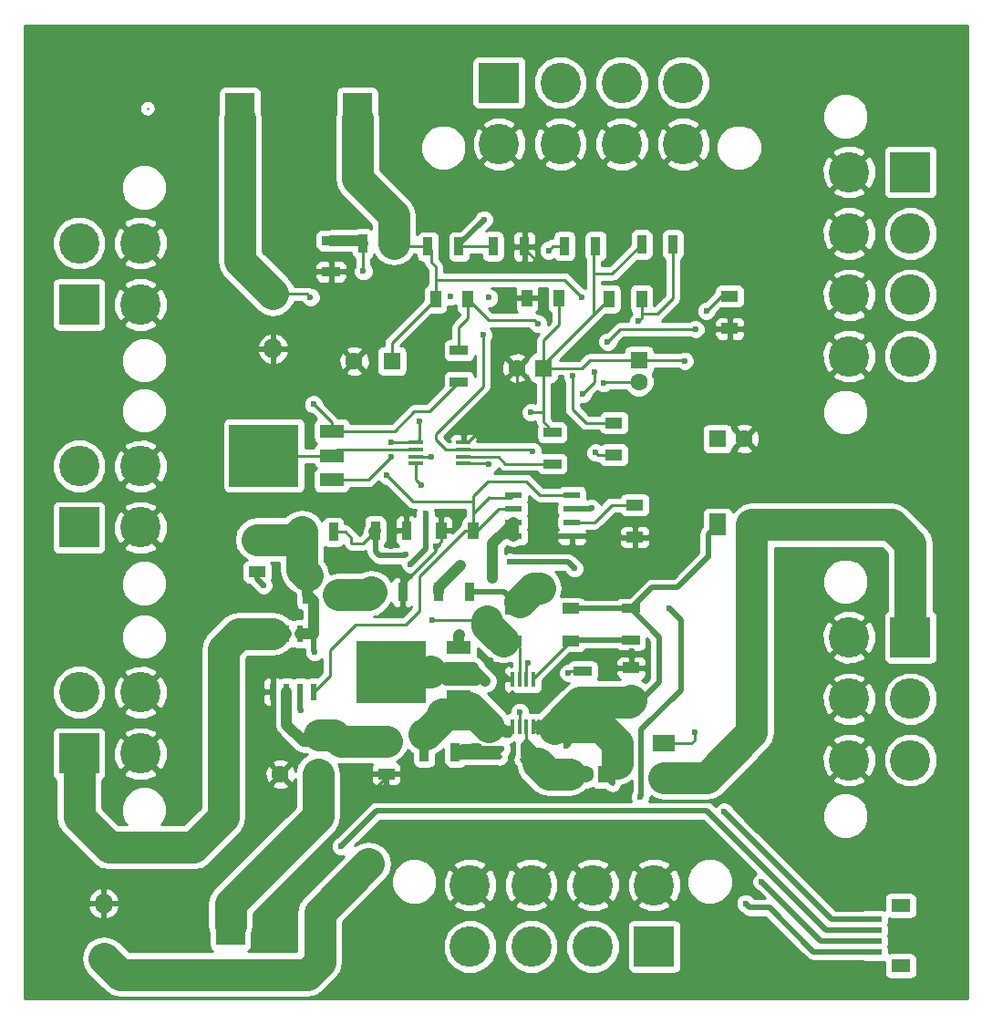
<source format=gbr>
G04 #@! TF.FileFunction,Copper,L1,Top,Signal*
%FSLAX46Y46*%
G04 Gerber Fmt 4.6, Leading zero omitted, Abs format (unit mm)*
G04 Created by KiCad (PCBNEW 4.0.7) date 05/13/18 12:03:01*
%MOMM*%
%LPD*%
G01*
G04 APERTURE LIST*
%ADD10C,0.100000*%
%ADD11R,1.600000X1.600000*%
%ADD12C,1.600000*%
%ADD13R,1.600000X1.000000*%
%ADD14R,1.000000X1.600000*%
%ADD15R,1.800000X1.800000*%
%ADD16O,1.800000X1.800000*%
%ADD17R,1.650000X2.030000*%
%ADD18R,2.030000X1.650000*%
%ADD19R,2.700000X3.600000*%
%ADD20R,2.750000X4.700000*%
%ADD21R,2.200000X1.200000*%
%ADD22R,6.400000X5.800000*%
%ADD23R,3.050000X2.750000*%
%ADD24R,1.700000X0.900000*%
%ADD25R,0.900000X1.700000*%
%ADD26R,0.450000X1.450000*%
%ADD27R,1.450000X0.450000*%
%ADD28R,0.600000X1.550000*%
%ADD29R,1.550000X0.600000*%
%ADD30R,3.750000X3.750000*%
%ADD31C,3.750000*%
%ADD32R,1.800000X1.200000*%
%ADD33C,0.600000*%
%ADD34C,0.250000*%
%ADD35C,0.500000*%
%ADD36C,3.000000*%
%ADD37C,1.000000*%
%ADD38C,0.254000*%
G04 APERTURE END LIST*
D10*
D11*
X163580000Y-88370000D03*
D12*
X166080000Y-88370000D03*
D13*
X155580000Y-112630000D03*
X155580000Y-109630000D03*
D11*
X147450000Y-81790000D03*
D12*
X144950000Y-81790000D03*
D14*
X148900000Y-75300000D03*
X145900000Y-75300000D03*
D13*
X149950000Y-104140000D03*
X149950000Y-107140000D03*
D11*
X156300000Y-81080000D03*
D12*
X156300000Y-83080000D03*
D14*
X153540000Y-75390000D03*
X156540000Y-75390000D03*
D13*
X144620000Y-104170000D03*
X144620000Y-107170000D03*
X120820000Y-97710000D03*
X120820000Y-100710000D03*
D11*
X126490000Y-119510000D03*
D12*
X122990000Y-119510000D03*
D13*
X153970000Y-86870000D03*
X153970000Y-89870000D03*
D14*
X137420000Y-75380000D03*
X140420000Y-75380000D03*
D11*
X133350000Y-81150000D03*
D12*
X129850000Y-81150000D03*
D14*
X140900000Y-96900000D03*
X137900000Y-96900000D03*
D13*
X132820000Y-116470000D03*
X132820000Y-119470000D03*
X164730000Y-75130000D03*
X164730000Y-78130000D03*
X155910000Y-94500000D03*
X155910000Y-97500000D03*
D15*
X106600000Y-136600000D03*
D16*
X106600000Y-131520000D03*
D15*
X122300000Y-74930000D03*
D16*
X122300000Y-80010000D03*
D17*
X163600000Y-96340000D03*
X166760000Y-96340000D03*
D18*
X158620000Y-116660000D03*
X158620000Y-119820000D03*
D19*
X126650000Y-133600000D03*
X118350000Y-133600000D03*
D20*
X130150000Y-58600000D03*
X119250000Y-58600000D03*
D21*
X139590000Y-112340000D03*
X139590000Y-110060000D03*
X139590000Y-107780000D03*
D22*
X133290000Y-110060000D03*
D23*
X131615000Y-108535000D03*
X134965000Y-111585000D03*
X131615000Y-111585000D03*
X134965000Y-108535000D03*
D21*
X127770000Y-92200000D03*
X127770000Y-89920000D03*
X127770000Y-87640000D03*
D22*
X121470000Y-89920000D03*
D23*
X119795000Y-88395000D03*
X123145000Y-91445000D03*
X119795000Y-91445000D03*
X123145000Y-88395000D03*
D24*
X151070000Y-112850000D03*
X151070000Y-109950000D03*
X148250000Y-87780000D03*
X148250000Y-90680000D03*
X155510000Y-104140000D03*
X155510000Y-107040000D03*
D25*
X139250000Y-117480000D03*
X136350000Y-117480000D03*
X140580000Y-102590000D03*
X137680000Y-102590000D03*
X156530000Y-70320000D03*
X159430000Y-70320000D03*
X152270000Y-70460000D03*
X149370000Y-70460000D03*
X125500000Y-102860000D03*
X128400000Y-102860000D03*
X131460000Y-102590000D03*
X134360000Y-102590000D03*
D24*
X139570000Y-80160000D03*
X139570000Y-83060000D03*
D25*
X127910000Y-97010000D03*
X125010000Y-97010000D03*
X133550000Y-70240000D03*
X130650000Y-70240000D03*
D24*
X127700000Y-69950000D03*
X127700000Y-72850000D03*
D25*
X134710000Y-96900000D03*
X131810000Y-96900000D03*
X139590000Y-70520000D03*
X136690000Y-70520000D03*
X145650000Y-70500000D03*
X142750000Y-70500000D03*
D26*
X146505000Y-110700000D03*
X145855000Y-110700000D03*
X145205000Y-110700000D03*
X144555000Y-110700000D03*
X144555000Y-115100000D03*
X145205000Y-115100000D03*
X145855000Y-115100000D03*
X146505000Y-115100000D03*
D27*
X140000000Y-90675000D03*
X140000000Y-90025000D03*
X140000000Y-89375000D03*
X140000000Y-88725000D03*
X135600000Y-88725000D03*
X135600000Y-89375000D03*
X135600000Y-90025000D03*
X135600000Y-90675000D03*
D28*
X126095000Y-106470000D03*
X124825000Y-106470000D03*
X123555000Y-106470000D03*
X122285000Y-106470000D03*
X122285000Y-111870000D03*
X123555000Y-111870000D03*
X124825000Y-111870000D03*
X126095000Y-111870000D03*
D29*
X144660000Y-93595000D03*
X144660000Y-94865000D03*
X144660000Y-96135000D03*
X144660000Y-97405000D03*
X150060000Y-97405000D03*
X150060000Y-96135000D03*
X150060000Y-94865000D03*
X150060000Y-93595000D03*
D11*
X153290000Y-119510000D03*
D12*
X151290000Y-119510000D03*
D30*
X181500000Y-106800000D03*
D31*
X181500000Y-112500000D03*
X181500000Y-118200000D03*
X175800000Y-106800000D03*
X175800000Y-112500000D03*
X175800000Y-118200000D03*
D29*
X178075000Y-133000000D03*
X178075000Y-134000000D03*
X178075000Y-135000000D03*
X178075000Y-136000000D03*
D32*
X180600000Y-131700000D03*
X180600000Y-137300000D03*
D30*
X181500000Y-63600000D03*
D31*
X181500000Y-69300000D03*
X181500000Y-75000000D03*
X181500000Y-80700000D03*
X175800000Y-63600000D03*
X175800000Y-69300000D03*
X175800000Y-75000000D03*
X175800000Y-80700000D03*
D30*
X157700000Y-135500000D03*
D31*
X152000000Y-135500000D03*
X146300000Y-135500000D03*
X140600000Y-135500000D03*
X157700000Y-129800000D03*
X152000000Y-129800000D03*
X146300000Y-129800000D03*
X140600000Y-129800000D03*
D30*
X104300000Y-75900000D03*
D31*
X104300000Y-70200000D03*
X110000000Y-75900000D03*
X110000000Y-70200000D03*
D30*
X104300000Y-96600000D03*
D31*
X104300000Y-90900000D03*
X110000000Y-96600000D03*
X110000000Y-90900000D03*
D30*
X104300000Y-117600000D03*
D31*
X104300000Y-111900000D03*
X110000000Y-117600000D03*
X110000000Y-111900000D03*
D30*
X143300000Y-55300000D03*
D31*
X149000000Y-55300000D03*
X154700000Y-55300000D03*
X160400000Y-55300000D03*
X143300000Y-61000000D03*
X149000000Y-61000000D03*
X154700000Y-61000000D03*
X160400000Y-61000000D03*
D33*
X138810000Y-75160000D03*
X142380000Y-75270000D03*
X162720000Y-99300000D03*
X143560000Y-117120000D03*
X149510000Y-116850000D03*
X128900000Y-123700000D03*
X152020000Y-108220000D03*
X142550000Y-108910000D03*
X155600000Y-108050000D03*
X155790000Y-100850000D03*
X146880000Y-71930000D03*
X144020000Y-75100000D03*
X133310000Y-98300000D03*
X137460000Y-98340000D03*
X136090000Y-92660000D03*
X146270000Y-85920000D03*
X160540000Y-81140000D03*
X161440000Y-115610000D03*
X153000000Y-83210000D03*
X136990000Y-90020000D03*
X156250000Y-77460000D03*
X152170000Y-82180000D03*
X151070000Y-84240000D03*
X142380000Y-90720000D03*
X135060000Y-100030000D03*
X136460000Y-95330000D03*
X147080000Y-102260000D03*
X121430000Y-101980000D03*
X129700000Y-102760000D03*
X137120000Y-105240000D03*
X126190000Y-108200000D03*
X146950000Y-77720000D03*
X150110000Y-82520000D03*
X130700000Y-72810000D03*
X141820000Y-78730000D03*
X152250000Y-89650000D03*
X146380000Y-89500000D03*
X131200000Y-127800000D03*
X139700000Y-100160000D03*
X139640000Y-106560000D03*
X125790000Y-75210000D03*
X126070000Y-85160000D03*
X142700000Y-101300000D03*
X142020000Y-110890000D03*
X145230000Y-113720000D03*
X135900000Y-86780000D03*
X147900000Y-70870000D03*
X133270000Y-90070000D03*
X133310000Y-88700000D03*
X149730000Y-110110000D03*
X146010000Y-109160000D03*
X134600000Y-99100000D03*
X144300000Y-99800000D03*
X150300000Y-100400000D03*
X164200000Y-123000000D03*
X141900000Y-68000000D03*
X167700000Y-129500000D03*
X162550000Y-76500000D03*
X161550000Y-78180000D03*
X153390000Y-79350000D03*
X150990000Y-75210000D03*
X132890000Y-91780000D03*
X124900000Y-113600000D03*
X128600000Y-126200000D03*
X151900000Y-94800000D03*
X159100000Y-104100000D03*
X156400000Y-121600000D03*
X166200000Y-131500000D03*
D34*
X142410000Y-75270000D02*
X142380000Y-75270000D01*
X110640000Y-57710000D02*
X110680000Y-57670000D01*
D35*
X162720000Y-99300000D02*
X162720000Y-97220000D01*
X162720000Y-97220000D02*
X163600000Y-96340000D01*
X155580000Y-112630000D02*
X156490000Y-112630000D01*
X158140000Y-106770000D02*
X155510000Y-104140000D01*
X158140000Y-110980000D02*
X158140000Y-106770000D01*
X156490000Y-112630000D02*
X158140000Y-110980000D01*
X155510000Y-104140000D02*
X149950000Y-104140000D01*
X159870000Y-102150000D02*
X157500000Y-102150000D01*
X162720000Y-99300000D02*
X159870000Y-102150000D01*
X157500000Y-102150000D02*
X155510000Y-104140000D01*
X140735000Y-116985000D02*
X139865000Y-116985000D01*
X139865000Y-116985000D02*
X139780000Y-117070000D01*
X140975000Y-117865000D02*
X139635000Y-117865000D01*
X139635000Y-117865000D02*
X139250000Y-117480000D01*
X142175000Y-117865000D02*
X140975000Y-117865000D01*
X140560000Y-117850000D02*
X140480000Y-117770000D01*
X140960000Y-117850000D02*
X140560000Y-117850000D01*
X140975000Y-117865000D02*
X140960000Y-117850000D01*
X142290000Y-117480000D02*
X140770000Y-117480000D01*
X140770000Y-117480000D02*
X140480000Y-117770000D01*
X140480000Y-117770000D02*
X140450000Y-117770000D01*
X141612280Y-117120000D02*
X141100000Y-117120000D01*
X141100000Y-117120000D02*
X140740000Y-117480000D01*
X143560000Y-117120000D02*
X141612280Y-117120000D01*
X140820000Y-116900000D02*
X140735000Y-116985000D01*
X140735000Y-116985000D02*
X140240000Y-117480000D01*
X141392280Y-116900000D02*
X140820000Y-116900000D01*
X141612280Y-117120000D02*
X141392280Y-116900000D01*
X143200000Y-117480000D02*
X142290000Y-117480000D01*
X142290000Y-117480000D02*
X141990000Y-117180000D01*
X143315000Y-117865000D02*
X142175000Y-117865000D01*
X142175000Y-117865000D02*
X141790000Y-117480000D01*
X140740000Y-117480000D02*
X141790000Y-117480000D01*
X143315000Y-117865000D02*
X143360000Y-117910000D01*
X140240000Y-117480000D02*
X140740000Y-117480000D01*
X148450000Y-115250000D02*
X147300000Y-115250000D01*
D36*
X148575000Y-115125000D02*
X148450000Y-115250000D01*
D35*
X146910000Y-115640000D02*
X146890000Y-115640000D01*
X147300000Y-115250000D02*
X146910000Y-115640000D01*
X148575000Y-115125000D02*
X147435000Y-115125000D01*
X147435000Y-115125000D02*
X147020000Y-114710000D01*
X147240000Y-115125000D02*
X147045000Y-115125000D01*
X147045000Y-115125000D02*
X146770000Y-114850000D01*
X148575000Y-115125000D02*
X147240000Y-115125000D01*
X147240000Y-115125000D02*
X146965000Y-115125000D01*
X146965000Y-115125000D02*
X146810000Y-115280000D01*
X139250000Y-117480000D02*
X140240000Y-117480000D01*
X150510000Y-115850000D02*
X149510000Y-116850000D01*
X150510000Y-115125000D02*
X150510000Y-115850000D01*
X143200000Y-117480000D02*
X139250000Y-117480000D01*
X143560000Y-117120000D02*
X143200000Y-117480000D01*
X153290000Y-119510000D02*
X153290000Y-119820000D01*
X153290000Y-119820000D02*
X153840000Y-120370000D01*
X153840000Y-120370000D02*
X153840000Y-120060000D01*
X153840000Y-120060000D02*
X153290000Y-119510000D01*
X153290000Y-119510000D02*
X154310000Y-118490000D01*
D36*
X154310000Y-116670000D02*
X154310000Y-118490000D01*
X152765000Y-115125000D02*
X154310000Y-116670000D01*
X152765000Y-115125000D02*
X150510000Y-115125000D01*
X150510000Y-115125000D02*
X148575000Y-115125000D01*
X151070000Y-112850000D02*
X155360000Y-112850000D01*
X155360000Y-112850000D02*
X155580000Y-112630000D01*
X151070000Y-112850000D02*
X150850000Y-112850000D01*
X150850000Y-112850000D02*
X148575000Y-115125000D01*
D34*
X146505000Y-115100000D02*
X146920000Y-115100000D01*
X146920000Y-115100000D02*
X147910000Y-116090000D01*
X128900000Y-123700000D02*
X132820000Y-119780000D01*
X132820000Y-119780000D02*
X132820000Y-119470000D01*
X137460000Y-98340000D02*
X137460000Y-98740000D01*
X137460000Y-98740000D02*
X134360000Y-101840000D01*
X134360000Y-101840000D02*
X134360000Y-102590000D01*
X140000000Y-88725000D02*
X140375000Y-88725000D01*
X140375000Y-88725000D02*
X144950000Y-84150000D01*
X144950000Y-84150000D02*
X144950000Y-81790000D01*
X152190000Y-108050000D02*
X155600000Y-108050000D01*
X152020000Y-108220000D02*
X152190000Y-108050000D01*
X144555000Y-110700000D02*
X144340000Y-110700000D01*
X144340000Y-110700000D02*
X142550000Y-108910000D01*
X155910000Y-100730000D02*
X155910000Y-97500000D01*
X155790000Y-100850000D02*
X155910000Y-100730000D01*
X155580000Y-108070000D02*
X155600000Y-108050000D01*
X155580000Y-109630000D02*
X155580000Y-108070000D01*
X145650000Y-70500000D02*
X145650000Y-70700000D01*
X145650000Y-70700000D02*
X146880000Y-71930000D01*
X144020000Y-75100000D02*
X144220000Y-75300000D01*
X144220000Y-75300000D02*
X145900000Y-75300000D01*
X133310000Y-98300000D02*
X133270000Y-98340000D01*
X137900000Y-97900000D02*
X137460000Y-98340000D01*
X137900000Y-96900000D02*
X137900000Y-97900000D01*
X147830000Y-87170000D02*
X147830000Y-87360000D01*
X147830000Y-87360000D02*
X148250000Y-87780000D01*
X147450000Y-85880000D02*
X146310000Y-85880000D01*
X135600000Y-92170000D02*
X135600000Y-90675000D01*
X136090000Y-92660000D02*
X135600000Y-92170000D01*
X146310000Y-85880000D02*
X146270000Y-85920000D01*
X161440000Y-115610000D02*
X161440000Y-116360000D01*
X160480000Y-81080000D02*
X160540000Y-81140000D01*
X156290000Y-81080000D02*
X160480000Y-81080000D01*
X161140000Y-116660000D02*
X158620000Y-116660000D01*
X161440000Y-116360000D02*
X161140000Y-116660000D01*
X158620000Y-116080000D02*
X158620000Y-116660000D01*
X152100000Y-73040000D02*
X153810000Y-73040000D01*
X153810000Y-73040000D02*
X156530000Y-70320000D01*
X152100000Y-76830000D02*
X152100000Y-73040000D01*
X152100000Y-73040000D02*
X152100000Y-70630000D01*
X152100000Y-70630000D02*
X152270000Y-70460000D01*
X147450000Y-81790000D02*
X147450000Y-85880000D01*
X147450000Y-85880000D02*
X147450000Y-86790000D01*
X147450000Y-86790000D02*
X147830000Y-87170000D01*
X147830000Y-87170000D02*
X147840000Y-87180000D01*
X147450000Y-81790000D02*
X147450000Y-79240000D01*
X148900000Y-77790000D02*
X148900000Y-75300000D01*
X147450000Y-79240000D02*
X148900000Y-77790000D01*
X147450000Y-81790000D02*
X147450000Y-81480000D01*
X147450000Y-81480000D02*
X152100000Y-76830000D01*
X152100000Y-76830000D02*
X153540000Y-75390000D01*
X147450000Y-81790000D02*
X151010000Y-81790000D01*
X151720000Y-81080000D02*
X156290000Y-81080000D01*
X151010000Y-81790000D02*
X151720000Y-81080000D01*
D35*
X146940000Y-118520000D02*
X145850000Y-118520000D01*
X145850000Y-118520000D02*
X145460000Y-118130000D01*
X146940000Y-118520000D02*
X146940000Y-117540000D01*
X145855000Y-116455000D02*
X145990000Y-116590000D01*
X145570000Y-116840000D02*
X145680000Y-116730000D01*
X145680000Y-116730000D02*
X145855000Y-116730000D01*
X145855000Y-116730000D02*
X145855000Y-116455000D01*
X145570000Y-116840000D02*
X145570000Y-117800000D01*
X146940000Y-117540000D02*
X145990000Y-116590000D01*
X145570000Y-117800000D02*
X145570000Y-117730000D01*
X145570000Y-117730000D02*
X146025000Y-117275000D01*
X146940000Y-118520000D02*
X146940000Y-117520000D01*
X146940000Y-117520000D02*
X146270000Y-116850000D01*
X146940000Y-118520000D02*
X146940000Y-118190000D01*
X146940000Y-118190000D02*
X146025000Y-117275000D01*
D36*
X147930000Y-119510000D02*
X146940000Y-118520000D01*
X149840000Y-119510000D02*
X147930000Y-119510000D01*
D35*
X146025000Y-117275000D02*
X145855000Y-117105000D01*
D34*
X145855000Y-115100000D02*
X145855000Y-117105000D01*
X149840000Y-119510000D02*
X151290000Y-119510000D01*
X146505000Y-110700000D02*
X146505000Y-110585000D01*
X146505000Y-110585000D02*
X149950000Y-107140000D01*
D35*
X155510000Y-107040000D02*
X150050000Y-107040000D01*
X150050000Y-107040000D02*
X149950000Y-107140000D01*
D34*
X135600000Y-90025000D02*
X136985000Y-90025000D01*
X153130000Y-83080000D02*
X156290000Y-83080000D01*
X153000000Y-83210000D02*
X153130000Y-83080000D01*
X136985000Y-90025000D02*
X136990000Y-90020000D01*
X156540000Y-76790000D02*
X157990000Y-76790000D01*
X159430000Y-75350000D02*
X159430000Y-70320000D01*
X157990000Y-76790000D02*
X159430000Y-75350000D01*
X140000000Y-90675000D02*
X142335000Y-90675000D01*
X156540000Y-77170000D02*
X156540000Y-76790000D01*
X156540000Y-76790000D02*
X156540000Y-75390000D01*
X156250000Y-77460000D02*
X156540000Y-77170000D01*
X152170000Y-83140000D02*
X152170000Y-82180000D01*
X151070000Y-84240000D02*
X152170000Y-83140000D01*
X142335000Y-90675000D02*
X142380000Y-90720000D01*
D36*
X146520000Y-102260000D02*
X145260000Y-103520000D01*
X147080000Y-102260000D02*
X146520000Y-102260000D01*
D35*
X135060000Y-100030000D02*
X136460000Y-98630000D01*
X136460000Y-98630000D02*
X136460000Y-95330000D01*
X120820000Y-100710000D02*
X120820000Y-101370000D01*
X147080000Y-102260000D02*
X145170000Y-104170000D01*
X120820000Y-101370000D02*
X121430000Y-101980000D01*
X145170000Y-104170000D02*
X144620000Y-104170000D01*
X140580000Y-102590000D02*
X143800000Y-102590000D01*
X144620000Y-103410000D02*
X144620000Y-104170000D01*
X143800000Y-102590000D02*
X144620000Y-103410000D01*
D36*
X128400000Y-102860000D02*
X131190000Y-102860000D01*
X131190000Y-102860000D02*
X131460000Y-102590000D01*
X142190000Y-105700000D02*
X142190000Y-105250000D01*
X143660000Y-107170000D02*
X142190000Y-105700000D01*
D34*
X129700000Y-102760000D02*
X128500000Y-102760000D01*
X128500000Y-102760000D02*
X128400000Y-102860000D01*
X144620000Y-107170000D02*
X142850000Y-107170000D01*
X129870000Y-102590000D02*
X131460000Y-102590000D01*
X129700000Y-102760000D02*
X129870000Y-102590000D01*
X140920000Y-105240000D02*
X137120000Y-105240000D01*
X142850000Y-107170000D02*
X140920000Y-105240000D01*
X145205000Y-110700000D02*
X145205000Y-107755000D01*
X145205000Y-107755000D02*
X144620000Y-107170000D01*
D37*
X131190000Y-102860000D02*
X131460000Y-102590000D01*
D36*
X118350000Y-133600000D02*
X118350000Y-131550000D01*
X126490000Y-123410000D02*
X126490000Y-119510000D01*
X118350000Y-131550000D02*
X126490000Y-123410000D01*
X125010000Y-97010000D02*
X125010000Y-100520000D01*
X125010000Y-100520000D02*
X125500000Y-101010000D01*
X120820000Y-97710000D02*
X124310000Y-97710000D01*
X124310000Y-97710000D02*
X125010000Y-97010000D01*
D37*
X125010000Y-97010000D02*
X121520000Y-97010000D01*
X121520000Y-97010000D02*
X120820000Y-97710000D01*
X125500000Y-102860000D02*
X125500000Y-101010000D01*
X125500000Y-101010000D02*
X125500000Y-97500000D01*
X125500000Y-97500000D02*
X125010000Y-97010000D01*
X126095000Y-106470000D02*
X126095000Y-103455000D01*
X126095000Y-103455000D02*
X125500000Y-102860000D01*
X124825000Y-106470000D02*
X126095000Y-106470000D01*
D35*
X126095000Y-106470000D02*
X126095000Y-108105000D01*
X126095000Y-108105000D02*
X126190000Y-108200000D01*
X121520000Y-97010000D02*
X120820000Y-97710000D01*
X125500000Y-97500000D02*
X125010000Y-97010000D01*
X126095000Y-103455000D02*
X125500000Y-102860000D01*
D34*
X153970000Y-86870000D02*
X151380000Y-86870000D01*
X142380000Y-77340000D02*
X140420000Y-75380000D01*
X146570000Y-77340000D02*
X142380000Y-77340000D01*
X146950000Y-77720000D02*
X146570000Y-77340000D01*
X150110000Y-85600000D02*
X150110000Y-82520000D01*
X151380000Y-86870000D02*
X150110000Y-85600000D01*
X139570000Y-80160000D02*
X139570000Y-78030000D01*
X140420000Y-77180000D02*
X140420000Y-75380000D01*
X139570000Y-78030000D02*
X140420000Y-77180000D01*
D37*
X127700000Y-69950000D02*
X130360000Y-69950000D01*
X130360000Y-69950000D02*
X130650000Y-70240000D01*
D34*
X140000000Y-89375000D02*
X138335000Y-89375000D01*
X130650000Y-72760000D02*
X130650000Y-70240000D01*
X130700000Y-72810000D02*
X130650000Y-72760000D01*
X141820000Y-83490000D02*
X141820000Y-78730000D01*
X137410000Y-87900000D02*
X141820000Y-83490000D01*
X137410000Y-88450000D02*
X137410000Y-87900000D01*
X138335000Y-89375000D02*
X137410000Y-88450000D01*
X140000000Y-89375000D02*
X146255000Y-89375000D01*
X152470000Y-89870000D02*
X153970000Y-89870000D01*
X152250000Y-89650000D02*
X152470000Y-89870000D01*
X146255000Y-89375000D02*
X146380000Y-89500000D01*
D36*
X132820000Y-116470000D02*
X128590000Y-116470000D01*
X127980000Y-115860000D02*
X126610000Y-115860000D01*
X128590000Y-116470000D02*
X127980000Y-115860000D01*
D37*
X123555000Y-111870000D02*
X123555000Y-114905000D01*
X125120000Y-116470000D02*
X132820000Y-116470000D01*
X123555000Y-114905000D02*
X125120000Y-116470000D01*
D34*
X150060000Y-96135000D02*
X152125000Y-96135000D01*
X153760000Y-94500000D02*
X155910000Y-94500000D01*
X152125000Y-96135000D02*
X153760000Y-94500000D01*
D36*
X108100000Y-138100000D02*
X106600000Y-136600000D01*
X125500000Y-138100000D02*
X108100000Y-138100000D01*
X126650000Y-136950000D02*
X125500000Y-138100000D01*
X126650000Y-136950000D02*
X126650000Y-133600000D01*
X126650000Y-133600000D02*
X126650000Y-132350000D01*
X126650000Y-132350000D02*
X131200000Y-127800000D01*
D37*
X139590000Y-107780000D02*
X139590000Y-106610000D01*
X139700000Y-100160000D02*
X137680000Y-102180000D01*
X139590000Y-106610000D02*
X139640000Y-106560000D01*
X137680000Y-102180000D02*
X137680000Y-102590000D01*
D36*
X119250000Y-58600000D02*
X119250000Y-71880000D01*
X119250000Y-71880000D02*
X122300000Y-74930000D01*
D34*
X127770000Y-87640000D02*
X127770000Y-86860000D01*
X125510000Y-74930000D02*
X125340000Y-74930000D01*
X125340000Y-74930000D02*
X125070000Y-74930000D01*
X125070000Y-74930000D02*
X122300000Y-74930000D01*
X125790000Y-75210000D02*
X125510000Y-74930000D01*
X127770000Y-86860000D02*
X126070000Y-85160000D01*
X127770000Y-87640000D02*
X133590000Y-87640000D01*
X136800000Y-85830000D02*
X139570000Y-83060000D01*
X135400000Y-85830000D02*
X136800000Y-85830000D01*
X133590000Y-87640000D02*
X135400000Y-85830000D01*
D36*
X166760000Y-96340000D02*
X166760000Y-115640000D01*
X162580000Y-119820000D02*
X158620000Y-119820000D01*
X166760000Y-115640000D02*
X162580000Y-119820000D01*
X166760000Y-96340000D02*
X179740000Y-96340000D01*
X179740000Y-96340000D02*
X181500000Y-98100000D01*
X181500000Y-98100000D02*
X181500000Y-106800000D01*
D35*
X166760000Y-96740000D02*
X166760000Y-96340000D01*
X158620000Y-119820000D02*
X158250000Y-119820000D01*
D37*
X144660000Y-96700000D02*
X144100000Y-96700000D01*
X142700000Y-98100000D02*
X142700000Y-101300000D01*
X144100000Y-96700000D02*
X142700000Y-98100000D01*
X144660000Y-96135000D02*
X144660000Y-96700000D01*
X144660000Y-96700000D02*
X144660000Y-97405000D01*
D36*
X122285000Y-106470000D02*
X119130000Y-106470000D01*
X104300000Y-123500000D02*
X104300000Y-117600000D01*
X107100000Y-126300000D02*
X104300000Y-123500000D01*
X114900000Y-126300000D02*
X107100000Y-126300000D01*
X117700000Y-123500000D02*
X114900000Y-126300000D01*
X117700000Y-107900000D02*
X117700000Y-123500000D01*
X119130000Y-106470000D02*
X117700000Y-107900000D01*
D37*
X123555000Y-106470000D02*
X122285000Y-106470000D01*
D35*
X136350000Y-117480000D02*
X136350000Y-117790000D01*
X136350000Y-115760000D02*
X136310000Y-115760000D01*
X136350000Y-115760000D02*
X136350000Y-116250000D01*
X136350000Y-115760000D02*
X136350000Y-116670000D01*
X136350000Y-115760000D02*
X136350000Y-116100000D01*
X136350000Y-116100000D02*
X135640000Y-116810000D01*
X136350000Y-116250000D02*
X135750000Y-116850000D01*
X136480000Y-115760000D02*
X136480000Y-116090000D01*
X136480000Y-116090000D02*
X136820000Y-116430000D01*
X136480000Y-115760000D02*
X136480000Y-116670000D01*
X136480000Y-116670000D02*
X136350000Y-116800000D01*
X136350000Y-116800000D02*
X136350000Y-117480000D01*
X136350000Y-117480000D02*
X136350000Y-115890000D01*
X136350000Y-115890000D02*
X136480000Y-115760000D01*
X142350000Y-115100000D02*
X143100000Y-115100000D01*
X143840000Y-115840000D02*
X144250000Y-115840000D01*
X143100000Y-115100000D02*
X143840000Y-115840000D01*
X142350000Y-115100000D02*
X143820000Y-115100000D01*
X143820000Y-115100000D02*
X144310000Y-115590000D01*
X144010000Y-115460000D02*
X144020000Y-115460000D01*
X144020000Y-115460000D02*
X144230000Y-115250000D01*
X142350000Y-115100000D02*
X143650000Y-115100000D01*
X143650000Y-115100000D02*
X144010000Y-115460000D01*
X144010000Y-115460000D02*
X144030000Y-115480000D01*
D34*
X144555000Y-115100000D02*
X142350000Y-115100000D01*
D36*
X136350000Y-115760000D02*
X136480000Y-115760000D01*
X136480000Y-115760000D02*
X138020000Y-114220000D01*
X141140000Y-113890000D02*
X138350000Y-113890000D01*
X138350000Y-113890000D02*
X138020000Y-114220000D01*
X138020000Y-114220000D02*
X138020000Y-113910000D01*
X140570000Y-113320000D02*
X141140000Y-113890000D01*
X141140000Y-113890000D02*
X142350000Y-115100000D01*
D34*
X140570000Y-113320000D02*
X139590000Y-112340000D01*
D35*
X136350000Y-117480000D02*
X136350000Y-115760000D01*
X136350000Y-115760000D02*
X136350000Y-115580000D01*
X136350000Y-115580000D02*
X138020000Y-113910000D01*
X138020000Y-113910000D02*
X139590000Y-112340000D01*
D37*
X136840000Y-110060000D02*
X137740000Y-110060000D01*
X138440000Y-110760000D02*
X138680000Y-110760000D01*
X137740000Y-110060000D02*
X138440000Y-110760000D01*
X136930000Y-109970000D02*
X138050000Y-109970000D01*
X140940000Y-109610000D02*
X140940000Y-110060000D01*
X138410000Y-109610000D02*
X140940000Y-109610000D01*
X138050000Y-109970000D02*
X138410000Y-109610000D01*
X136930000Y-109970000D02*
X139500000Y-109970000D01*
X139500000Y-109970000D02*
X139590000Y-110060000D01*
X138680000Y-110760000D02*
X141120000Y-110760000D01*
X141120000Y-110760000D02*
X141140000Y-110740000D01*
X136930000Y-110060000D02*
X139590000Y-110060000D01*
X139590000Y-110060000D02*
X140940000Y-110060000D01*
X140940000Y-110060000D02*
X141190000Y-110060000D01*
X141190000Y-110060000D02*
X142020000Y-110890000D01*
D36*
X133290000Y-110060000D02*
X136840000Y-110060000D01*
X136930000Y-109970000D02*
X136930000Y-110060000D01*
X136840000Y-110060000D02*
X136930000Y-109970000D01*
D34*
X145205000Y-115100000D02*
X145205000Y-113745000D01*
X142020000Y-110890000D02*
X141190000Y-110060000D01*
X145205000Y-113745000D02*
X145230000Y-113720000D01*
X135900000Y-86780000D02*
X135900000Y-88425000D01*
X147900000Y-70870000D02*
X148310000Y-70460000D01*
X149370000Y-70460000D02*
X148310000Y-70460000D01*
X135900000Y-88425000D02*
X135600000Y-88725000D01*
X135600000Y-88725000D02*
X134170000Y-88725000D01*
X134170000Y-88725000D02*
X133335000Y-88725000D01*
X131140000Y-92200000D02*
X127770000Y-92200000D01*
X133270000Y-90070000D02*
X131140000Y-92200000D01*
X133335000Y-88725000D02*
X133310000Y-88700000D01*
X127770000Y-89920000D02*
X121470000Y-89920000D01*
X135600000Y-89375000D02*
X128315000Y-89375000D01*
X128315000Y-89375000D02*
X127770000Y-89920000D01*
X149890000Y-109950000D02*
X151070000Y-109950000D01*
X149730000Y-110110000D02*
X149890000Y-109950000D01*
X145855000Y-110700000D02*
X145855000Y-109315000D01*
X145855000Y-109315000D02*
X146010000Y-109160000D01*
X148250000Y-90680000D02*
X143910000Y-90680000D01*
X143255000Y-90025000D02*
X140000000Y-90025000D01*
X143910000Y-90680000D02*
X143255000Y-90025000D01*
D35*
X178075000Y-133000000D02*
X174200000Y-133000000D01*
X131810000Y-98810000D02*
X131810000Y-96900000D01*
X132200000Y-99200000D02*
X131810000Y-98810000D01*
X134500000Y-99200000D02*
X132200000Y-99200000D01*
X134600000Y-99100000D02*
X134500000Y-99200000D01*
X149700000Y-99800000D02*
X144300000Y-99800000D01*
X150300000Y-100400000D02*
X149700000Y-99800000D01*
X174200000Y-133000000D02*
X164200000Y-123000000D01*
D34*
X129590000Y-98070000D02*
X130640000Y-98070000D01*
X130640000Y-98070000D02*
X131810000Y-96900000D01*
X129030000Y-97010000D02*
X127910000Y-97010000D01*
X129590000Y-97570000D02*
X129030000Y-97010000D01*
X129590000Y-98070000D02*
X129590000Y-97570000D01*
D37*
X131700000Y-97010000D02*
X131810000Y-96900000D01*
D35*
X178075000Y-135000000D02*
X173200000Y-135000000D01*
X141900000Y-68000000D02*
X139590000Y-70310000D01*
X173200000Y-135000000D02*
X167700000Y-129500000D01*
X139590000Y-70310000D02*
X139590000Y-70520000D01*
D34*
X139590000Y-70520000D02*
X142730000Y-70520000D01*
X142730000Y-70520000D02*
X142750000Y-70500000D01*
D36*
X130150000Y-58600000D02*
X130150000Y-64250000D01*
X133550000Y-67650000D02*
X133550000Y-70240000D01*
X130150000Y-64250000D02*
X133550000Y-67650000D01*
D34*
X140900000Y-96900000D02*
X140160000Y-96900000D01*
X127640000Y-110325000D02*
X126095000Y-111870000D01*
X127640000Y-107970000D02*
X127640000Y-110325000D01*
X129960000Y-105650000D02*
X127640000Y-107970000D01*
X134640000Y-105650000D02*
X129960000Y-105650000D01*
X135940000Y-104350000D02*
X134640000Y-105650000D01*
X135940000Y-101120000D02*
X135940000Y-104350000D01*
X140160000Y-96900000D02*
X135940000Y-101120000D01*
X137420000Y-73590000D02*
X149370000Y-73590000D01*
X163920000Y-75130000D02*
X164730000Y-75130000D01*
X162550000Y-76500000D02*
X163920000Y-75130000D01*
X154560000Y-78180000D02*
X161550000Y-78180000D01*
X153390000Y-79350000D02*
X154560000Y-78180000D01*
X149370000Y-73590000D02*
X150990000Y-75210000D01*
X140900000Y-94180000D02*
X135290000Y-94180000D01*
X135290000Y-94180000D02*
X132890000Y-91780000D01*
X150060000Y-93595000D02*
X147075000Y-93595000D01*
X140900000Y-93710000D02*
X140900000Y-94180000D01*
X140900000Y-94180000D02*
X140900000Y-96900000D01*
X142300000Y-92310000D02*
X140900000Y-93710000D01*
X145790000Y-92310000D02*
X142300000Y-92310000D01*
X147075000Y-93595000D02*
X145790000Y-92310000D01*
X140900000Y-96900000D02*
X141270000Y-96900000D01*
X141270000Y-96900000D02*
X143305000Y-94865000D01*
X143305000Y-94865000D02*
X144660000Y-94865000D01*
X142325000Y-93855000D02*
X144400000Y-93855000D01*
X144400000Y-93855000D02*
X144660000Y-93595000D01*
X140900000Y-96900000D02*
X140900000Y-95280000D01*
X140900000Y-95280000D02*
X142325000Y-93855000D01*
X142325000Y-93855000D02*
X142380000Y-93800000D01*
X133550000Y-70240000D02*
X133550000Y-69540000D01*
X133350000Y-81150000D02*
X133350000Y-79450000D01*
X135155000Y-77645000D02*
X137420000Y-75380000D01*
X133350000Y-79450000D02*
X135155000Y-77645000D01*
X136690000Y-70520000D02*
X133830000Y-70520000D01*
X133830000Y-70520000D02*
X133550000Y-70240000D01*
X137420000Y-75380000D02*
X137420000Y-73590000D01*
X137420000Y-73590000D02*
X137420000Y-72350000D01*
X137040000Y-71970000D02*
X137040000Y-70870000D01*
X137420000Y-72350000D02*
X137040000Y-71970000D01*
X137040000Y-70870000D02*
X136690000Y-70520000D01*
D35*
X178075000Y-134000000D02*
X173700000Y-134000000D01*
X124825000Y-113525000D02*
X124825000Y-111870000D01*
X124900000Y-113600000D02*
X124825000Y-113525000D01*
X131900000Y-122900000D02*
X128600000Y-126200000D01*
X162600000Y-122900000D02*
X131900000Y-122900000D01*
X173700000Y-134000000D02*
X162600000Y-122900000D01*
X178075000Y-136000000D02*
X172500000Y-136000000D01*
X151835000Y-94865000D02*
X150060000Y-94865000D01*
X151900000Y-94800000D02*
X151835000Y-94865000D01*
X160200000Y-105200000D02*
X159100000Y-104100000D01*
X160200000Y-111700000D02*
X160200000Y-105200000D01*
X156500000Y-115400000D02*
X160200000Y-111700000D01*
X156500000Y-121500000D02*
X156500000Y-115400000D01*
X156400000Y-121600000D02*
X156500000Y-121500000D01*
X166600000Y-131900000D02*
X166200000Y-131500000D01*
X168400000Y-131900000D02*
X166600000Y-131900000D01*
X172500000Y-136000000D02*
X168400000Y-131900000D01*
D38*
G36*
X186815000Y-140315000D02*
X99285000Y-140315000D01*
X99285000Y-131884742D01*
X105108954Y-131884742D01*
X105362034Y-132427576D01*
X105803583Y-132832240D01*
X106235260Y-133011036D01*
X106473000Y-132890378D01*
X106473000Y-131647000D01*
X106727000Y-131647000D01*
X106727000Y-132890378D01*
X106964740Y-133011036D01*
X107396417Y-132832240D01*
X107837966Y-132427576D01*
X108091046Y-131884742D01*
X107970997Y-131647000D01*
X106727000Y-131647000D01*
X106473000Y-131647000D01*
X105229003Y-131647000D01*
X105108954Y-131884742D01*
X99285000Y-131884742D01*
X99285000Y-131155258D01*
X105108954Y-131155258D01*
X105229003Y-131393000D01*
X106473000Y-131393000D01*
X106473000Y-130149622D01*
X106727000Y-130149622D01*
X106727000Y-131393000D01*
X107970997Y-131393000D01*
X108091046Y-131155258D01*
X107837966Y-130612424D01*
X107396417Y-130207760D01*
X106964740Y-130028964D01*
X106727000Y-130149622D01*
X106473000Y-130149622D01*
X106235260Y-130028964D01*
X105803583Y-130207760D01*
X105362034Y-130612424D01*
X105108954Y-131155258D01*
X99285000Y-131155258D01*
X99285000Y-115725000D01*
X101777560Y-115725000D01*
X101777560Y-119475000D01*
X101821838Y-119710317D01*
X101960910Y-119926441D01*
X102165000Y-120065890D01*
X102165000Y-123500000D01*
X102327517Y-124317029D01*
X102790327Y-125009673D01*
X105590327Y-127809673D01*
X106282971Y-128272483D01*
X107100000Y-128435000D01*
X114900000Y-128435000D01*
X115717029Y-128272483D01*
X116409673Y-127809673D01*
X119209673Y-125009673D01*
X119672483Y-124317029D01*
X119835000Y-123500000D01*
X119835000Y-120517745D01*
X122161861Y-120517745D01*
X122235995Y-120763864D01*
X122773223Y-120956965D01*
X123343454Y-120929778D01*
X123744005Y-120763864D01*
X123818139Y-120517745D01*
X122990000Y-119689605D01*
X122161861Y-120517745D01*
X119835000Y-120517745D01*
X119835000Y-119293223D01*
X121543035Y-119293223D01*
X121570222Y-119863454D01*
X121736136Y-120264005D01*
X121982255Y-120338139D01*
X122810395Y-119510000D01*
X121982255Y-118681861D01*
X121736136Y-118755995D01*
X121543035Y-119293223D01*
X119835000Y-119293223D01*
X119835000Y-118502255D01*
X122161861Y-118502255D01*
X122990000Y-119330395D01*
X123818139Y-118502255D01*
X123744005Y-118256136D01*
X123206777Y-118063035D01*
X122636546Y-118090222D01*
X122235995Y-118256136D01*
X122161861Y-118502255D01*
X119835000Y-118502255D01*
X119835000Y-112155750D01*
X121350000Y-112155750D01*
X121350000Y-112771309D01*
X121446673Y-113004698D01*
X121625301Y-113183327D01*
X121858690Y-113280000D01*
X121999250Y-113280000D01*
X122158000Y-113121250D01*
X122158000Y-111997000D01*
X121508750Y-111997000D01*
X121350000Y-112155750D01*
X119835000Y-112155750D01*
X119835000Y-110968691D01*
X121350000Y-110968691D01*
X121350000Y-111584250D01*
X121508750Y-111743000D01*
X122158000Y-111743000D01*
X122158000Y-110618750D01*
X121999250Y-110460000D01*
X121858690Y-110460000D01*
X121625301Y-110556673D01*
X121446673Y-110735302D01*
X121350000Y-110968691D01*
X119835000Y-110968691D01*
X119835000Y-108784346D01*
X120014346Y-108605000D01*
X122285000Y-108605000D01*
X123102029Y-108442483D01*
X123794673Y-107979673D01*
X123852960Y-107892440D01*
X123855000Y-107892440D01*
X124090317Y-107848162D01*
X124189528Y-107784322D01*
X124273110Y-107841431D01*
X124525000Y-107892440D01*
X125125000Y-107892440D01*
X125210000Y-107876446D01*
X125210000Y-108104995D01*
X125209999Y-108105000D01*
X125250712Y-108309673D01*
X125254885Y-108330653D01*
X125254838Y-108385167D01*
X125275839Y-108435994D01*
X125277367Y-108443675D01*
X125281680Y-108450130D01*
X125396883Y-108728943D01*
X125659673Y-108992192D01*
X126003201Y-109134838D01*
X126375167Y-109135162D01*
X126718943Y-108993117D01*
X126880000Y-108832341D01*
X126880000Y-110010198D01*
X126434616Y-110455582D01*
X126395000Y-110447560D01*
X125795000Y-110447560D01*
X125559683Y-110491838D01*
X125460472Y-110555678D01*
X125376890Y-110498569D01*
X125125000Y-110447560D01*
X124525000Y-110447560D01*
X124289683Y-110491838D01*
X124190472Y-110555678D01*
X124106890Y-110498569D01*
X123855000Y-110447560D01*
X123255000Y-110447560D01*
X123019683Y-110491838D01*
X122929020Y-110550178D01*
X122711310Y-110460000D01*
X122570750Y-110460000D01*
X122412000Y-110618750D01*
X122412000Y-111743000D01*
X122432000Y-111743000D01*
X122432000Y-111809672D01*
X122420000Y-111870000D01*
X122420000Y-111997000D01*
X122412000Y-111997000D01*
X122412000Y-113121250D01*
X122420000Y-113129250D01*
X122420000Y-114905000D01*
X122506397Y-115339346D01*
X122705551Y-115637401D01*
X122752434Y-115707566D01*
X124317434Y-117272566D01*
X124685654Y-117518603D01*
X125120000Y-117605000D01*
X125452519Y-117605000D01*
X125512247Y-117644909D01*
X124980327Y-118000327D01*
X124517517Y-118692971D01*
X124412780Y-119219518D01*
X124409778Y-119156546D01*
X124243864Y-118755995D01*
X123997745Y-118681861D01*
X123169605Y-119510000D01*
X123997745Y-120338139D01*
X124243864Y-120264005D01*
X124355000Y-119954813D01*
X124355000Y-122525654D01*
X116840327Y-130040327D01*
X116377517Y-130732971D01*
X116215000Y-131550000D01*
X116215000Y-133600000D01*
X116352560Y-134291562D01*
X116352560Y-135400000D01*
X116396838Y-135635317D01*
X116535910Y-135851441D01*
X116702109Y-135965000D01*
X108984346Y-135965000D01*
X108109673Y-135090327D01*
X107417029Y-134627517D01*
X106600000Y-134465000D01*
X105782971Y-134627517D01*
X105090327Y-135090327D01*
X104627517Y-135782971D01*
X104465000Y-136600000D01*
X104627517Y-137417029D01*
X105090327Y-138109673D01*
X106590327Y-139609673D01*
X107282970Y-140072483D01*
X108100000Y-140235000D01*
X125500000Y-140235000D01*
X126317029Y-140072483D01*
X127009673Y-139609673D01*
X128159673Y-138459673D01*
X128622483Y-137767029D01*
X128785000Y-136950000D01*
X128785000Y-135997080D01*
X138089565Y-135997080D01*
X138470885Y-136919943D01*
X139176343Y-137626634D01*
X140098540Y-138009564D01*
X141097080Y-138010435D01*
X142019943Y-137629115D01*
X142726634Y-136923657D01*
X143109564Y-136001460D01*
X143109567Y-135997080D01*
X143789565Y-135997080D01*
X144170885Y-136919943D01*
X144876343Y-137626634D01*
X145798540Y-138009564D01*
X146797080Y-138010435D01*
X147719943Y-137629115D01*
X148426634Y-136923657D01*
X148809564Y-136001460D01*
X148809567Y-135997080D01*
X149489565Y-135997080D01*
X149870885Y-136919943D01*
X150576343Y-137626634D01*
X151498540Y-138009564D01*
X152497080Y-138010435D01*
X153419943Y-137629115D01*
X154126634Y-136923657D01*
X154509564Y-136001460D01*
X154510435Y-135002920D01*
X154129115Y-134080057D01*
X153674852Y-133625000D01*
X155177560Y-133625000D01*
X155177560Y-137375000D01*
X155221838Y-137610317D01*
X155360910Y-137826441D01*
X155573110Y-137971431D01*
X155825000Y-138022440D01*
X159575000Y-138022440D01*
X159810317Y-137978162D01*
X160026441Y-137839090D01*
X160171431Y-137626890D01*
X160222440Y-137375000D01*
X160222440Y-133625000D01*
X160178162Y-133389683D01*
X160039090Y-133173559D01*
X159826890Y-133028569D01*
X159575000Y-132977560D01*
X155825000Y-132977560D01*
X155589683Y-133021838D01*
X155373559Y-133160910D01*
X155228569Y-133373110D01*
X155177560Y-133625000D01*
X153674852Y-133625000D01*
X153423657Y-133373366D01*
X152501460Y-132990436D01*
X151502920Y-132989565D01*
X150580057Y-133370885D01*
X149873366Y-134076343D01*
X149490436Y-134998540D01*
X149489565Y-135997080D01*
X148809567Y-135997080D01*
X148810435Y-135002920D01*
X148429115Y-134080057D01*
X147723657Y-133373366D01*
X146801460Y-132990436D01*
X145802920Y-132989565D01*
X144880057Y-133370885D01*
X144173366Y-134076343D01*
X143790436Y-134998540D01*
X143789565Y-135997080D01*
X143109567Y-135997080D01*
X143110435Y-135002920D01*
X142729115Y-134080057D01*
X142023657Y-133373366D01*
X141101460Y-132990436D01*
X140102920Y-132989565D01*
X139180057Y-133370885D01*
X138473366Y-134076343D01*
X138090436Y-134998540D01*
X138089565Y-135997080D01*
X128785000Y-135997080D01*
X128785000Y-133234346D01*
X132126531Y-129892815D01*
X133289630Y-129892815D01*
X133613980Y-130677800D01*
X134214041Y-131278909D01*
X134998459Y-131604628D01*
X135847815Y-131605370D01*
X135897644Y-131584781D01*
X138994824Y-131584781D01*
X139200354Y-131942513D01*
X140126799Y-132315045D01*
X141125286Y-132304685D01*
X141999646Y-131942513D01*
X142205176Y-131584781D01*
X144694824Y-131584781D01*
X144900354Y-131942513D01*
X145826799Y-132315045D01*
X146825286Y-132304685D01*
X147699646Y-131942513D01*
X147905176Y-131584781D01*
X150394824Y-131584781D01*
X150600354Y-131942513D01*
X151526799Y-132315045D01*
X152525286Y-132304685D01*
X153399646Y-131942513D01*
X153605176Y-131584781D01*
X156094824Y-131584781D01*
X156300354Y-131942513D01*
X157226799Y-132315045D01*
X158225286Y-132304685D01*
X159099646Y-131942513D01*
X159305176Y-131584781D01*
X157700000Y-129979605D01*
X156094824Y-131584781D01*
X153605176Y-131584781D01*
X152000000Y-129979605D01*
X150394824Y-131584781D01*
X147905176Y-131584781D01*
X146300000Y-129979605D01*
X144694824Y-131584781D01*
X142205176Y-131584781D01*
X140600000Y-129979605D01*
X138994824Y-131584781D01*
X135897644Y-131584781D01*
X136632800Y-131281020D01*
X137233909Y-130680959D01*
X137559628Y-129896541D01*
X137560125Y-129326799D01*
X138084955Y-129326799D01*
X138095315Y-130325286D01*
X138457487Y-131199646D01*
X138815219Y-131405176D01*
X140420395Y-129800000D01*
X140779605Y-129800000D01*
X142384781Y-131405176D01*
X142742513Y-131199646D01*
X143115045Y-130273201D01*
X143105226Y-129326799D01*
X143784955Y-129326799D01*
X143795315Y-130325286D01*
X144157487Y-131199646D01*
X144515219Y-131405176D01*
X146120395Y-129800000D01*
X146479605Y-129800000D01*
X148084781Y-131405176D01*
X148442513Y-131199646D01*
X148815045Y-130273201D01*
X148805226Y-129326799D01*
X149484955Y-129326799D01*
X149495315Y-130325286D01*
X149857487Y-131199646D01*
X150215219Y-131405176D01*
X151820395Y-129800000D01*
X152179605Y-129800000D01*
X153784781Y-131405176D01*
X154142513Y-131199646D01*
X154515045Y-130273201D01*
X154505226Y-129326799D01*
X155184955Y-129326799D01*
X155195315Y-130325286D01*
X155557487Y-131199646D01*
X155915219Y-131405176D01*
X157520395Y-129800000D01*
X157879605Y-129800000D01*
X159484781Y-131405176D01*
X159842513Y-131199646D01*
X160215045Y-130273201D01*
X160211099Y-129892815D01*
X160739630Y-129892815D01*
X161063980Y-130677800D01*
X161664041Y-131278909D01*
X162448459Y-131604628D01*
X163297815Y-131605370D01*
X164082800Y-131281020D01*
X164683909Y-130680959D01*
X165009628Y-129896541D01*
X165010370Y-129047185D01*
X164686020Y-128262200D01*
X164085959Y-127661091D01*
X163301541Y-127335372D01*
X162452185Y-127334630D01*
X161667200Y-127658980D01*
X161066091Y-128259041D01*
X160740372Y-129043459D01*
X160739630Y-129892815D01*
X160211099Y-129892815D01*
X160204685Y-129274714D01*
X159842513Y-128400354D01*
X159484781Y-128194824D01*
X157879605Y-129800000D01*
X157520395Y-129800000D01*
X155915219Y-128194824D01*
X155557487Y-128400354D01*
X155184955Y-129326799D01*
X154505226Y-129326799D01*
X154504685Y-129274714D01*
X154142513Y-128400354D01*
X153784781Y-128194824D01*
X152179605Y-129800000D01*
X151820395Y-129800000D01*
X150215219Y-128194824D01*
X149857487Y-128400354D01*
X149484955Y-129326799D01*
X148805226Y-129326799D01*
X148804685Y-129274714D01*
X148442513Y-128400354D01*
X148084781Y-128194824D01*
X146479605Y-129800000D01*
X146120395Y-129800000D01*
X144515219Y-128194824D01*
X144157487Y-128400354D01*
X143784955Y-129326799D01*
X143105226Y-129326799D01*
X143104685Y-129274714D01*
X142742513Y-128400354D01*
X142384781Y-128194824D01*
X140779605Y-129800000D01*
X140420395Y-129800000D01*
X138815219Y-128194824D01*
X138457487Y-128400354D01*
X138084955Y-129326799D01*
X137560125Y-129326799D01*
X137560370Y-129047185D01*
X137236020Y-128262200D01*
X136989470Y-128015219D01*
X138994824Y-128015219D01*
X140600000Y-129620395D01*
X142205176Y-128015219D01*
X144694824Y-128015219D01*
X146300000Y-129620395D01*
X147905176Y-128015219D01*
X150394824Y-128015219D01*
X152000000Y-129620395D01*
X153605176Y-128015219D01*
X156094824Y-128015219D01*
X157700000Y-129620395D01*
X159305176Y-128015219D01*
X159099646Y-127657487D01*
X158173201Y-127284955D01*
X157174714Y-127295315D01*
X156300354Y-127657487D01*
X156094824Y-128015219D01*
X153605176Y-128015219D01*
X153399646Y-127657487D01*
X152473201Y-127284955D01*
X151474714Y-127295315D01*
X150600354Y-127657487D01*
X150394824Y-128015219D01*
X147905176Y-128015219D01*
X147699646Y-127657487D01*
X146773201Y-127284955D01*
X145774714Y-127295315D01*
X144900354Y-127657487D01*
X144694824Y-128015219D01*
X142205176Y-128015219D01*
X141999646Y-127657487D01*
X141073201Y-127284955D01*
X140074714Y-127295315D01*
X139200354Y-127657487D01*
X138994824Y-128015219D01*
X136989470Y-128015219D01*
X136635959Y-127661091D01*
X135851541Y-127335372D01*
X135002185Y-127334630D01*
X134217200Y-127658980D01*
X133616091Y-128259041D01*
X133290372Y-129043459D01*
X133289630Y-129892815D01*
X132126531Y-129892815D01*
X132709673Y-129309673D01*
X133172483Y-128617029D01*
X133335000Y-127800000D01*
X133172483Y-126982970D01*
X132709673Y-126290327D01*
X132017030Y-125827517D01*
X131200000Y-125665000D01*
X130382971Y-125827517D01*
X129904074Y-126147506D01*
X132266579Y-123785000D01*
X162233420Y-123785000D01*
X167163173Y-128714753D01*
X166907808Y-128969673D01*
X166765162Y-129313201D01*
X166764838Y-129685167D01*
X166906883Y-130028943D01*
X167169673Y-130292192D01*
X167290986Y-130342566D01*
X167963420Y-131015000D01*
X167011274Y-131015000D01*
X166993117Y-130971057D01*
X166730327Y-130707808D01*
X166386799Y-130565162D01*
X166014833Y-130564838D01*
X165671057Y-130706883D01*
X165407808Y-130969673D01*
X165265162Y-131313201D01*
X165264838Y-131685167D01*
X165406883Y-132028943D01*
X165669673Y-132292192D01*
X165790987Y-132342566D01*
X165974208Y-132525787D01*
X165974210Y-132525790D01*
X166261325Y-132717633D01*
X166600000Y-132785000D01*
X168033420Y-132785000D01*
X171874208Y-136625787D01*
X171874210Y-136625790D01*
X171985274Y-136700000D01*
X172161326Y-136817634D01*
X172500000Y-136885001D01*
X172500005Y-136885000D01*
X177031380Y-136885000D01*
X177048110Y-136896431D01*
X177300000Y-136947440D01*
X178850000Y-136947440D01*
X179052560Y-136909326D01*
X179052560Y-137900000D01*
X179096838Y-138135317D01*
X179235910Y-138351441D01*
X179448110Y-138496431D01*
X179700000Y-138547440D01*
X181500000Y-138547440D01*
X181735317Y-138503162D01*
X181951441Y-138364090D01*
X182096431Y-138151890D01*
X182147440Y-137900000D01*
X182147440Y-136700000D01*
X182103162Y-136464683D01*
X181964090Y-136248559D01*
X181751890Y-136103569D01*
X181500000Y-136052560D01*
X179700000Y-136052560D01*
X179497440Y-136090674D01*
X179497440Y-135700000D01*
X179458426Y-135492658D01*
X179497440Y-135300000D01*
X179497440Y-134700000D01*
X179458426Y-134492658D01*
X179497440Y-134300000D01*
X179497440Y-133700000D01*
X179458426Y-133492658D01*
X179497440Y-133300000D01*
X179497440Y-132906421D01*
X179700000Y-132947440D01*
X181500000Y-132947440D01*
X181735317Y-132903162D01*
X181951441Y-132764090D01*
X182096431Y-132551890D01*
X182147440Y-132300000D01*
X182147440Y-131100000D01*
X182103162Y-130864683D01*
X181964090Y-130648559D01*
X181751890Y-130503569D01*
X181500000Y-130452560D01*
X179700000Y-130452560D01*
X179464683Y-130496838D01*
X179248559Y-130635910D01*
X179103569Y-130848110D01*
X179052560Y-131100000D01*
X179052560Y-132093579D01*
X178850000Y-132052560D01*
X177300000Y-132052560D01*
X177064683Y-132096838D01*
X177036458Y-132115000D01*
X174566579Y-132115000D01*
X166249395Y-123797815D01*
X173334630Y-123797815D01*
X173658980Y-124582800D01*
X174259041Y-125183909D01*
X175043459Y-125509628D01*
X175892815Y-125510370D01*
X176677800Y-125186020D01*
X177278909Y-124585959D01*
X177604628Y-123801541D01*
X177605370Y-122952185D01*
X177281020Y-122167200D01*
X176680959Y-121566091D01*
X175896541Y-121240372D01*
X175047185Y-121239630D01*
X174262200Y-121563980D01*
X173661091Y-122164041D01*
X173335372Y-122948459D01*
X173334630Y-123797815D01*
X166249395Y-123797815D01*
X165042744Y-122591164D01*
X164993117Y-122471057D01*
X164730327Y-122207808D01*
X164386799Y-122065162D01*
X164014833Y-122064838D01*
X163671057Y-122206883D01*
X163414536Y-122462956D01*
X163225790Y-122274210D01*
X163153324Y-122225790D01*
X162938675Y-122082367D01*
X162882484Y-122071190D01*
X162600000Y-122014999D01*
X162599995Y-122015000D01*
X157240080Y-122015000D01*
X157306179Y-121855817D01*
X157317633Y-121838675D01*
X157321620Y-121818632D01*
X157334838Y-121786799D01*
X157334868Y-121752028D01*
X157382682Y-121511655D01*
X157802971Y-121792483D01*
X158620000Y-121955000D01*
X162580000Y-121955000D01*
X163397029Y-121792483D01*
X164089673Y-121329673D01*
X165434565Y-119984781D01*
X174194824Y-119984781D01*
X174400354Y-120342513D01*
X175326799Y-120715045D01*
X176325286Y-120704685D01*
X177199646Y-120342513D01*
X177405176Y-119984781D01*
X175800000Y-118379605D01*
X174194824Y-119984781D01*
X165434565Y-119984781D01*
X167692547Y-117726799D01*
X173284955Y-117726799D01*
X173295315Y-118725286D01*
X173657487Y-119599646D01*
X174015219Y-119805176D01*
X175620395Y-118200000D01*
X175979605Y-118200000D01*
X177584781Y-119805176D01*
X177942513Y-119599646D01*
X178305443Y-118697080D01*
X178989565Y-118697080D01*
X179370885Y-119619943D01*
X180076343Y-120326634D01*
X180998540Y-120709564D01*
X181997080Y-120710435D01*
X182919943Y-120329115D01*
X183626634Y-119623657D01*
X184009564Y-118701460D01*
X184010435Y-117702920D01*
X183629115Y-116780057D01*
X182923657Y-116073366D01*
X182001460Y-115690436D01*
X181002920Y-115689565D01*
X180080057Y-116070885D01*
X179373366Y-116776343D01*
X178990436Y-117698540D01*
X178989565Y-118697080D01*
X178305443Y-118697080D01*
X178315045Y-118673201D01*
X178304685Y-117674714D01*
X177942513Y-116800354D01*
X177584781Y-116594824D01*
X175979605Y-118200000D01*
X175620395Y-118200000D01*
X174015219Y-116594824D01*
X173657487Y-116800354D01*
X173284955Y-117726799D01*
X167692547Y-117726799D01*
X168269673Y-117149673D01*
X168732483Y-116457029D01*
X168740799Y-116415219D01*
X174194824Y-116415219D01*
X175800000Y-118020395D01*
X177405176Y-116415219D01*
X177199646Y-116057487D01*
X176273201Y-115684955D01*
X175274714Y-115695315D01*
X174400354Y-116057487D01*
X174194824Y-116415219D01*
X168740799Y-116415219D01*
X168895000Y-115640000D01*
X168895000Y-114284781D01*
X174194824Y-114284781D01*
X174400354Y-114642513D01*
X175326799Y-115015045D01*
X176325286Y-115004685D01*
X177199646Y-114642513D01*
X177405176Y-114284781D01*
X175800000Y-112679605D01*
X174194824Y-114284781D01*
X168895000Y-114284781D01*
X168895000Y-112026799D01*
X173284955Y-112026799D01*
X173295315Y-113025286D01*
X173657487Y-113899646D01*
X174015219Y-114105176D01*
X175620395Y-112500000D01*
X175979605Y-112500000D01*
X177584781Y-114105176D01*
X177942513Y-113899646D01*
X178305443Y-112997080D01*
X178989565Y-112997080D01*
X179370885Y-113919943D01*
X180076343Y-114626634D01*
X180998540Y-115009564D01*
X181997080Y-115010435D01*
X182919943Y-114629115D01*
X183626634Y-113923657D01*
X184009564Y-113001460D01*
X184010435Y-112002920D01*
X183629115Y-111080057D01*
X182923657Y-110373366D01*
X182001460Y-109990436D01*
X181002920Y-109989565D01*
X180080057Y-110370885D01*
X179373366Y-111076343D01*
X178990436Y-111998540D01*
X178989565Y-112997080D01*
X178305443Y-112997080D01*
X178315045Y-112973201D01*
X178304685Y-111974714D01*
X177942513Y-111100354D01*
X177584781Y-110894824D01*
X175979605Y-112500000D01*
X175620395Y-112500000D01*
X174015219Y-110894824D01*
X173657487Y-111100354D01*
X173284955Y-112026799D01*
X168895000Y-112026799D01*
X168895000Y-110715219D01*
X174194824Y-110715219D01*
X175800000Y-112320395D01*
X177405176Y-110715219D01*
X177199646Y-110357487D01*
X176273201Y-109984955D01*
X175274714Y-109995315D01*
X174400354Y-110357487D01*
X174194824Y-110715219D01*
X168895000Y-110715219D01*
X168895000Y-108584781D01*
X174194824Y-108584781D01*
X174400354Y-108942513D01*
X175326799Y-109315045D01*
X176325286Y-109304685D01*
X177199646Y-108942513D01*
X177405176Y-108584781D01*
X175800000Y-106979605D01*
X174194824Y-108584781D01*
X168895000Y-108584781D01*
X168895000Y-106326799D01*
X173284955Y-106326799D01*
X173295315Y-107325286D01*
X173657487Y-108199646D01*
X174015219Y-108405176D01*
X175620395Y-106800000D01*
X175979605Y-106800000D01*
X177584781Y-108405176D01*
X177942513Y-108199646D01*
X178315045Y-107273201D01*
X178304685Y-106274714D01*
X177942513Y-105400354D01*
X177584781Y-105194824D01*
X175979605Y-106800000D01*
X175620395Y-106800000D01*
X174015219Y-105194824D01*
X173657487Y-105400354D01*
X173284955Y-106326799D01*
X168895000Y-106326799D01*
X168895000Y-105015219D01*
X174194824Y-105015219D01*
X175800000Y-106620395D01*
X177405176Y-105015219D01*
X177199646Y-104657487D01*
X176273201Y-104284955D01*
X175274714Y-104295315D01*
X174400354Y-104657487D01*
X174194824Y-105015219D01*
X168895000Y-105015219D01*
X168895000Y-102047815D01*
X173334630Y-102047815D01*
X173658980Y-102832800D01*
X174259041Y-103433909D01*
X175043459Y-103759628D01*
X175892815Y-103760370D01*
X176677800Y-103436020D01*
X177278909Y-102835959D01*
X177604628Y-102051541D01*
X177605370Y-101202185D01*
X177281020Y-100417200D01*
X176680959Y-99816091D01*
X175896541Y-99490372D01*
X175047185Y-99489630D01*
X174262200Y-99813980D01*
X173661091Y-100414041D01*
X173335372Y-101198459D01*
X173334630Y-102047815D01*
X168895000Y-102047815D01*
X168895000Y-98475000D01*
X178855654Y-98475000D01*
X179365000Y-98984346D01*
X179365000Y-104337721D01*
X179173559Y-104460910D01*
X179028569Y-104673110D01*
X178977560Y-104925000D01*
X178977560Y-108675000D01*
X179021838Y-108910317D01*
X179160910Y-109126441D01*
X179373110Y-109271431D01*
X179625000Y-109322440D01*
X183375000Y-109322440D01*
X183610317Y-109278162D01*
X183826441Y-109139090D01*
X183971431Y-108926890D01*
X184022440Y-108675000D01*
X184022440Y-104925000D01*
X183978162Y-104689683D01*
X183839090Y-104473559D01*
X183635000Y-104334110D01*
X183635000Y-98100000D01*
X183472483Y-97282971D01*
X183009673Y-96590327D01*
X181249673Y-94830327D01*
X180557029Y-94367517D01*
X179740000Y-94205000D01*
X166760000Y-94205000D01*
X165942971Y-94367517D01*
X165250327Y-94830327D01*
X165038900Y-95146750D01*
X165028162Y-95089683D01*
X164889090Y-94873559D01*
X164676890Y-94728569D01*
X164425000Y-94677560D01*
X162775000Y-94677560D01*
X162539683Y-94721838D01*
X162323559Y-94860910D01*
X162178569Y-95073110D01*
X162127560Y-95325000D01*
X162127560Y-96560860D01*
X162094210Y-96594210D01*
X161902367Y-96881325D01*
X161899647Y-96895000D01*
X161834999Y-97220000D01*
X161835000Y-97220005D01*
X161835000Y-98933421D01*
X159503420Y-101265000D01*
X157500005Y-101265000D01*
X157500000Y-101264999D01*
X157217516Y-101321190D01*
X157161325Y-101332367D01*
X156874210Y-101524210D01*
X156874208Y-101524213D01*
X155355860Y-103042560D01*
X154660000Y-103042560D01*
X154424683Y-103086838D01*
X154208559Y-103225910D01*
X154188683Y-103255000D01*
X151256844Y-103255000D01*
X151214090Y-103188559D01*
X151001890Y-103043569D01*
X150750000Y-102992560D01*
X149150000Y-102992560D01*
X149066146Y-103008338D01*
X149215000Y-102260000D01*
X149052483Y-101442971D01*
X148589673Y-100750327D01*
X148491904Y-100685000D01*
X149333420Y-100685000D01*
X149457255Y-100808835D01*
X149506883Y-100928943D01*
X149769673Y-101192192D01*
X150113201Y-101334838D01*
X150485167Y-101335162D01*
X150828943Y-101193117D01*
X151092192Y-100930327D01*
X151234838Y-100586799D01*
X151235162Y-100214833D01*
X151093117Y-99871057D01*
X150830327Y-99607808D01*
X150709013Y-99557434D01*
X150325790Y-99174210D01*
X150248310Y-99122440D01*
X150038675Y-98982367D01*
X149969836Y-98968674D01*
X149700000Y-98914999D01*
X149699995Y-98915000D01*
X144606822Y-98915000D01*
X144486799Y-98865162D01*
X144114833Y-98864838D01*
X143835000Y-98980462D01*
X143835000Y-98570132D01*
X144052692Y-98352440D01*
X144074253Y-98352440D01*
X144225654Y-98453603D01*
X144660000Y-98540000D01*
X145094346Y-98453603D01*
X145245747Y-98352440D01*
X145435000Y-98352440D01*
X145670317Y-98308162D01*
X145886441Y-98169090D01*
X146031431Y-97956890D01*
X146082440Y-97705000D01*
X146082440Y-97690750D01*
X148650000Y-97690750D01*
X148650000Y-97831310D01*
X148746673Y-98064699D01*
X148925302Y-98243327D01*
X149158691Y-98340000D01*
X149774250Y-98340000D01*
X149933000Y-98181250D01*
X149933000Y-97532000D01*
X150187000Y-97532000D01*
X150187000Y-98181250D01*
X150345750Y-98340000D01*
X150961309Y-98340000D01*
X151194698Y-98243327D01*
X151373327Y-98064699D01*
X151470000Y-97831310D01*
X151470000Y-97785750D01*
X154475000Y-97785750D01*
X154475000Y-98126309D01*
X154571673Y-98359698D01*
X154750301Y-98538327D01*
X154983690Y-98635000D01*
X155624250Y-98635000D01*
X155783000Y-98476250D01*
X155783000Y-97627000D01*
X156037000Y-97627000D01*
X156037000Y-98476250D01*
X156195750Y-98635000D01*
X156836310Y-98635000D01*
X157069699Y-98538327D01*
X157248327Y-98359698D01*
X157345000Y-98126309D01*
X157345000Y-97785750D01*
X157186250Y-97627000D01*
X156037000Y-97627000D01*
X155783000Y-97627000D01*
X154633750Y-97627000D01*
X154475000Y-97785750D01*
X151470000Y-97785750D01*
X151470000Y-97690750D01*
X151311250Y-97532000D01*
X150187000Y-97532000D01*
X149933000Y-97532000D01*
X148808750Y-97532000D01*
X148650000Y-97690750D01*
X146082440Y-97690750D01*
X146082440Y-97105000D01*
X146038162Y-96869683D01*
X145974322Y-96770472D01*
X146031431Y-96686890D01*
X146082440Y-96435000D01*
X146082440Y-95835000D01*
X146038162Y-95599683D01*
X145974322Y-95500472D01*
X146031431Y-95416890D01*
X146082440Y-95165000D01*
X146082440Y-94565000D01*
X146038162Y-94329683D01*
X145974322Y-94230472D01*
X146031431Y-94146890D01*
X146082440Y-93895000D01*
X146082440Y-93677242D01*
X146537599Y-94132401D01*
X146784160Y-94297148D01*
X146832414Y-94306746D01*
X147075000Y-94355000D01*
X148680086Y-94355000D01*
X148637560Y-94565000D01*
X148637560Y-95165000D01*
X148681838Y-95400317D01*
X148745678Y-95499528D01*
X148688569Y-95583110D01*
X148637560Y-95835000D01*
X148637560Y-96435000D01*
X148681838Y-96670317D01*
X148740178Y-96760980D01*
X148650000Y-96978690D01*
X148650000Y-97119250D01*
X148808750Y-97278000D01*
X149933000Y-97278000D01*
X149933000Y-97258000D01*
X150187000Y-97258000D01*
X150187000Y-97278000D01*
X151311250Y-97278000D01*
X151470000Y-97119250D01*
X151470000Y-96978690D01*
X151435334Y-96895000D01*
X152125000Y-96895000D01*
X152232126Y-96873691D01*
X154475000Y-96873691D01*
X154475000Y-97214250D01*
X154633750Y-97373000D01*
X155783000Y-97373000D01*
X155783000Y-96523750D01*
X156037000Y-96523750D01*
X156037000Y-97373000D01*
X157186250Y-97373000D01*
X157345000Y-97214250D01*
X157345000Y-96873691D01*
X157248327Y-96640302D01*
X157069699Y-96461673D01*
X156836310Y-96365000D01*
X156195750Y-96365000D01*
X156037000Y-96523750D01*
X155783000Y-96523750D01*
X155624250Y-96365000D01*
X154983690Y-96365000D01*
X154750301Y-96461673D01*
X154571673Y-96640302D01*
X154475000Y-96873691D01*
X152232126Y-96873691D01*
X152415839Y-96837148D01*
X152662401Y-96672401D01*
X154074802Y-95260000D01*
X154522721Y-95260000D01*
X154645910Y-95451441D01*
X154858110Y-95596431D01*
X155110000Y-95647440D01*
X156710000Y-95647440D01*
X156945317Y-95603162D01*
X157161441Y-95464090D01*
X157306431Y-95251890D01*
X157357440Y-95000000D01*
X157357440Y-94000000D01*
X157313162Y-93764683D01*
X157174090Y-93548559D01*
X156961890Y-93403569D01*
X156710000Y-93352560D01*
X155110000Y-93352560D01*
X154874683Y-93396838D01*
X154658559Y-93535910D01*
X154519110Y-93740000D01*
X153760000Y-93740000D01*
X153469160Y-93797852D01*
X153222599Y-93962599D01*
X152757740Y-94427458D01*
X152693117Y-94271057D01*
X152430327Y-94007808D01*
X152086799Y-93865162D01*
X151714833Y-93864838D01*
X151467885Y-93966875D01*
X151482440Y-93895000D01*
X151482440Y-93295000D01*
X151438162Y-93059683D01*
X151299090Y-92843559D01*
X151086890Y-92698569D01*
X150835000Y-92647560D01*
X149285000Y-92647560D01*
X149049683Y-92691838D01*
X148833559Y-92830910D01*
X148830764Y-92835000D01*
X147389802Y-92835000D01*
X146327401Y-91772599D01*
X146080839Y-91607852D01*
X145790000Y-91550000D01*
X142819679Y-91550000D01*
X142908943Y-91513117D01*
X143172192Y-91250327D01*
X143240653Y-91085455D01*
X143372599Y-91217401D01*
X143619161Y-91382148D01*
X143910000Y-91440000D01*
X146844895Y-91440000D01*
X146935910Y-91581441D01*
X147148110Y-91726431D01*
X147400000Y-91777440D01*
X149100000Y-91777440D01*
X149335317Y-91733162D01*
X149551441Y-91594090D01*
X149696431Y-91381890D01*
X149747440Y-91130000D01*
X149747440Y-90230000D01*
X149703162Y-89994683D01*
X149600517Y-89835167D01*
X151314838Y-89835167D01*
X151456883Y-90178943D01*
X151719673Y-90442192D01*
X152063201Y-90584838D01*
X152243748Y-90584995D01*
X152470000Y-90630000D01*
X152582721Y-90630000D01*
X152705910Y-90821441D01*
X152918110Y-90966431D01*
X153170000Y-91017440D01*
X154770000Y-91017440D01*
X155005317Y-90973162D01*
X155221441Y-90834090D01*
X155366431Y-90621890D01*
X155417440Y-90370000D01*
X155417440Y-89370000D01*
X155373162Y-89134683D01*
X155234090Y-88918559D01*
X155021890Y-88773569D01*
X154770000Y-88722560D01*
X153170000Y-88722560D01*
X152934683Y-88766838D01*
X152785406Y-88862895D01*
X152780327Y-88857808D01*
X152436799Y-88715162D01*
X152064833Y-88714838D01*
X151721057Y-88856883D01*
X151457808Y-89119673D01*
X151315162Y-89463201D01*
X151314838Y-89835167D01*
X149600517Y-89835167D01*
X149564090Y-89778559D01*
X149351890Y-89633569D01*
X149100000Y-89582560D01*
X147400000Y-89582560D01*
X147314915Y-89598570D01*
X147315162Y-89314833D01*
X147173117Y-88971057D01*
X146910327Y-88707808D01*
X146566799Y-88565162D01*
X146194833Y-88564838D01*
X146073431Y-88615000D01*
X141360000Y-88615000D01*
X141360000Y-88597998D01*
X141215752Y-88597998D01*
X141360000Y-88453750D01*
X141360000Y-88373691D01*
X141263327Y-88140302D01*
X141084699Y-87961673D01*
X140851310Y-87865000D01*
X140285750Y-87865000D01*
X140127000Y-88023750D01*
X140127000Y-88502560D01*
X139873000Y-88502560D01*
X139873000Y-88023750D01*
X139714250Y-87865000D01*
X139148690Y-87865000D01*
X138915301Y-87961673D01*
X138736673Y-88140302D01*
X138640000Y-88373691D01*
X138640000Y-88453750D01*
X138784248Y-88597998D01*
X138640000Y-88597998D01*
X138640000Y-88605198D01*
X138209802Y-88175000D01*
X142357401Y-84027401D01*
X142522148Y-83780839D01*
X142580000Y-83490000D01*
X142580000Y-82797745D01*
X144121861Y-82797745D01*
X144195995Y-83043864D01*
X144733223Y-83236965D01*
X145303454Y-83209778D01*
X145704005Y-83043864D01*
X145778139Y-82797745D01*
X144950000Y-81969605D01*
X144121861Y-82797745D01*
X142580000Y-82797745D01*
X142580000Y-81573223D01*
X143503035Y-81573223D01*
X143530222Y-82143454D01*
X143696136Y-82544005D01*
X143942255Y-82618139D01*
X144770395Y-81790000D01*
X143942255Y-80961861D01*
X143696136Y-81035995D01*
X143503035Y-81573223D01*
X142580000Y-81573223D01*
X142580000Y-80782255D01*
X144121861Y-80782255D01*
X144950000Y-81610395D01*
X145778139Y-80782255D01*
X145704005Y-80536136D01*
X145166777Y-80343035D01*
X144596546Y-80370222D01*
X144195995Y-80536136D01*
X144121861Y-80782255D01*
X142580000Y-80782255D01*
X142580000Y-79292463D01*
X142612192Y-79260327D01*
X142754838Y-78916799D01*
X142755162Y-78544833D01*
X142613117Y-78201057D01*
X142512236Y-78100000D01*
X146095341Y-78100000D01*
X146156883Y-78248943D01*
X146419673Y-78512192D01*
X146763201Y-78654838D01*
X146960188Y-78655010D01*
X146912599Y-78702599D01*
X146747852Y-78949161D01*
X146690000Y-79240000D01*
X146690000Y-80342560D01*
X146650000Y-80342560D01*
X146414683Y-80386838D01*
X146198559Y-80525910D01*
X146053569Y-80738110D01*
X146005354Y-80976201D01*
X145957745Y-80961861D01*
X145129605Y-81790000D01*
X145957745Y-82618139D01*
X146005167Y-82603855D01*
X146046838Y-82825317D01*
X146185910Y-83041441D01*
X146398110Y-83186431D01*
X146650000Y-83237440D01*
X146690000Y-83237440D01*
X146690000Y-85081996D01*
X146456799Y-84985162D01*
X146084833Y-84984838D01*
X145741057Y-85126883D01*
X145477808Y-85389673D01*
X145335162Y-85733201D01*
X145334838Y-86105167D01*
X145476883Y-86448943D01*
X145739673Y-86712192D01*
X146083201Y-86854838D01*
X146455167Y-86855162D01*
X146690000Y-86758131D01*
X146690000Y-86790000D01*
X146747852Y-87080839D01*
X146790186Y-87144197D01*
X146752560Y-87330000D01*
X146752560Y-88230000D01*
X146796838Y-88465317D01*
X146935910Y-88681441D01*
X147148110Y-88826431D01*
X147400000Y-88877440D01*
X149100000Y-88877440D01*
X149335317Y-88833162D01*
X149551441Y-88694090D01*
X149696431Y-88481890D01*
X149747440Y-88230000D01*
X149747440Y-87330000D01*
X149703162Y-87094683D01*
X149564090Y-86878559D01*
X149351890Y-86733569D01*
X149100000Y-86682560D01*
X148404102Y-86682560D01*
X148377401Y-86642599D01*
X148210000Y-86475198D01*
X148210000Y-83237440D01*
X148250000Y-83237440D01*
X148485317Y-83193162D01*
X148701441Y-83054090D01*
X148846431Y-82841890D01*
X148897440Y-82590000D01*
X148897440Y-82550000D01*
X149174973Y-82550000D01*
X149174838Y-82705167D01*
X149316883Y-83048943D01*
X149350000Y-83082118D01*
X149350000Y-85600000D01*
X149407852Y-85890839D01*
X149572599Y-86137401D01*
X150842599Y-87407401D01*
X151089160Y-87572148D01*
X151380000Y-87630000D01*
X152582721Y-87630000D01*
X152705910Y-87821441D01*
X152918110Y-87966431D01*
X153170000Y-88017440D01*
X154770000Y-88017440D01*
X155005317Y-87973162D01*
X155221441Y-87834090D01*
X155366431Y-87621890D01*
X155376938Y-87570000D01*
X162132560Y-87570000D01*
X162132560Y-89170000D01*
X162176838Y-89405317D01*
X162315910Y-89621441D01*
X162528110Y-89766431D01*
X162780000Y-89817440D01*
X164380000Y-89817440D01*
X164615317Y-89773162D01*
X164831441Y-89634090D01*
X164976431Y-89421890D01*
X164985370Y-89377745D01*
X165251861Y-89377745D01*
X165325995Y-89623864D01*
X165863223Y-89816965D01*
X166433454Y-89789778D01*
X166834005Y-89623864D01*
X166908139Y-89377745D01*
X166080000Y-88549605D01*
X165251861Y-89377745D01*
X164985370Y-89377745D01*
X165024646Y-89183799D01*
X165072255Y-89198139D01*
X165900395Y-88370000D01*
X166259605Y-88370000D01*
X167087745Y-89198139D01*
X167333864Y-89124005D01*
X167526965Y-88586777D01*
X167499778Y-88016546D01*
X167333864Y-87615995D01*
X167087745Y-87541861D01*
X166259605Y-88370000D01*
X165900395Y-88370000D01*
X165072255Y-87541861D01*
X165024833Y-87556145D01*
X164988351Y-87362255D01*
X165251861Y-87362255D01*
X166080000Y-88190395D01*
X166908139Y-87362255D01*
X166834005Y-87116136D01*
X166296777Y-86923035D01*
X165726546Y-86950222D01*
X165325995Y-87116136D01*
X165251861Y-87362255D01*
X164988351Y-87362255D01*
X164983162Y-87334683D01*
X164844090Y-87118559D01*
X164631890Y-86973569D01*
X164380000Y-86922560D01*
X162780000Y-86922560D01*
X162544683Y-86966838D01*
X162328559Y-87105910D01*
X162183569Y-87318110D01*
X162132560Y-87570000D01*
X155376938Y-87570000D01*
X155417440Y-87370000D01*
X155417440Y-86370000D01*
X155403858Y-86297815D01*
X173334630Y-86297815D01*
X173658980Y-87082800D01*
X174259041Y-87683909D01*
X175043459Y-88009628D01*
X175892815Y-88010370D01*
X176677800Y-87686020D01*
X177278909Y-87085959D01*
X177604628Y-86301541D01*
X177605370Y-85452185D01*
X177281020Y-84667200D01*
X176680959Y-84066091D01*
X175896541Y-83740372D01*
X175047185Y-83739630D01*
X174262200Y-84063980D01*
X173661091Y-84664041D01*
X173335372Y-85448459D01*
X173334630Y-86297815D01*
X155403858Y-86297815D01*
X155373162Y-86134683D01*
X155234090Y-85918559D01*
X155021890Y-85773569D01*
X154770000Y-85722560D01*
X153170000Y-85722560D01*
X152934683Y-85766838D01*
X152718559Y-85905910D01*
X152579110Y-86110000D01*
X151694802Y-86110000D01*
X150870000Y-85285198D01*
X150870000Y-85169356D01*
X150883201Y-85174838D01*
X151255167Y-85175162D01*
X151598943Y-85033117D01*
X151862192Y-84770327D01*
X152004838Y-84426799D01*
X152004879Y-84379923D01*
X152426179Y-83958623D01*
X152469673Y-84002192D01*
X152813201Y-84144838D01*
X153185167Y-84145162D01*
X153528943Y-84003117D01*
X153692345Y-83840000D01*
X155061354Y-83840000D01*
X155082757Y-83891800D01*
X155486077Y-84295824D01*
X156013309Y-84514750D01*
X156584187Y-84515248D01*
X157111800Y-84297243D01*
X157515824Y-83893923D01*
X157734750Y-83366691D01*
X157735248Y-82795813D01*
X157606733Y-82484781D01*
X174194824Y-82484781D01*
X174400354Y-82842513D01*
X175326799Y-83215045D01*
X176325286Y-83204685D01*
X177199646Y-82842513D01*
X177405176Y-82484781D01*
X175800000Y-80879605D01*
X174194824Y-82484781D01*
X157606733Y-82484781D01*
X157549197Y-82345534D01*
X157551441Y-82344090D01*
X157696431Y-82131890D01*
X157747440Y-81880000D01*
X157747440Y-81840000D01*
X159917642Y-81840000D01*
X160009673Y-81932192D01*
X160353201Y-82074838D01*
X160725167Y-82075162D01*
X161068943Y-81933117D01*
X161332192Y-81670327D01*
X161474838Y-81326799D01*
X161475162Y-80954833D01*
X161333117Y-80611057D01*
X161070327Y-80347808D01*
X160778907Y-80226799D01*
X173284955Y-80226799D01*
X173295315Y-81225286D01*
X173657487Y-82099646D01*
X174015219Y-82305176D01*
X175620395Y-80700000D01*
X175979605Y-80700000D01*
X177584781Y-82305176D01*
X177942513Y-82099646D01*
X178305443Y-81197080D01*
X178989565Y-81197080D01*
X179370885Y-82119943D01*
X180076343Y-82826634D01*
X180998540Y-83209564D01*
X181997080Y-83210435D01*
X182919943Y-82829115D01*
X183626634Y-82123657D01*
X184009564Y-81201460D01*
X184010435Y-80202920D01*
X183629115Y-79280057D01*
X182923657Y-78573366D01*
X182001460Y-78190436D01*
X181002920Y-78189565D01*
X180080057Y-78570885D01*
X179373366Y-79276343D01*
X178990436Y-80198540D01*
X178989565Y-81197080D01*
X178305443Y-81197080D01*
X178315045Y-81173201D01*
X178304685Y-80174714D01*
X177942513Y-79300354D01*
X177584781Y-79094824D01*
X175979605Y-80700000D01*
X175620395Y-80700000D01*
X174015219Y-79094824D01*
X173657487Y-79300354D01*
X173284955Y-80226799D01*
X160778907Y-80226799D01*
X160726799Y-80205162D01*
X160354833Y-80204838D01*
X160076119Y-80320000D01*
X157747440Y-80320000D01*
X157747440Y-80280000D01*
X157703162Y-80044683D01*
X157564090Y-79828559D01*
X157351890Y-79683569D01*
X157100000Y-79632560D01*
X155500000Y-79632560D01*
X155264683Y-79676838D01*
X155048559Y-79815910D01*
X154903569Y-80028110D01*
X154852560Y-80280000D01*
X154852560Y-80320000D01*
X151720000Y-80320000D01*
X151429161Y-80377852D01*
X151182599Y-80542599D01*
X150695198Y-81030000D01*
X148974802Y-81030000D01*
X150469635Y-79535167D01*
X152454838Y-79535167D01*
X152596883Y-79878943D01*
X152859673Y-80142192D01*
X153203201Y-80284838D01*
X153575167Y-80285162D01*
X153918943Y-80143117D01*
X154182192Y-79880327D01*
X154324838Y-79536799D01*
X154324879Y-79489923D01*
X154874802Y-78940000D01*
X160987537Y-78940000D01*
X161019673Y-78972192D01*
X161363201Y-79114838D01*
X161735167Y-79115162D01*
X162078943Y-78973117D01*
X162342192Y-78710327D01*
X162464511Y-78415750D01*
X163295000Y-78415750D01*
X163295000Y-78756309D01*
X163391673Y-78989698D01*
X163570301Y-79168327D01*
X163803690Y-79265000D01*
X164444250Y-79265000D01*
X164603000Y-79106250D01*
X164603000Y-78257000D01*
X164857000Y-78257000D01*
X164857000Y-79106250D01*
X165015750Y-79265000D01*
X165656310Y-79265000D01*
X165889699Y-79168327D01*
X166068327Y-78989698D01*
X166099177Y-78915219D01*
X174194824Y-78915219D01*
X175800000Y-80520395D01*
X177405176Y-78915219D01*
X177199646Y-78557487D01*
X176273201Y-78184955D01*
X175274714Y-78195315D01*
X174400354Y-78557487D01*
X174194824Y-78915219D01*
X166099177Y-78915219D01*
X166165000Y-78756309D01*
X166165000Y-78415750D01*
X166006250Y-78257000D01*
X164857000Y-78257000D01*
X164603000Y-78257000D01*
X163453750Y-78257000D01*
X163295000Y-78415750D01*
X162464511Y-78415750D01*
X162484838Y-78366799D01*
X162485162Y-77994833D01*
X162343117Y-77651057D01*
X162196008Y-77503691D01*
X163295000Y-77503691D01*
X163295000Y-77844250D01*
X163453750Y-78003000D01*
X164603000Y-78003000D01*
X164603000Y-77153750D01*
X164857000Y-77153750D01*
X164857000Y-78003000D01*
X166006250Y-78003000D01*
X166165000Y-77844250D01*
X166165000Y-77503691D01*
X166068327Y-77270302D01*
X165889699Y-77091673D01*
X165656310Y-76995000D01*
X165015750Y-76995000D01*
X164857000Y-77153750D01*
X164603000Y-77153750D01*
X164444250Y-76995000D01*
X163803690Y-76995000D01*
X163570301Y-77091673D01*
X163391673Y-77270302D01*
X163295000Y-77503691D01*
X162196008Y-77503691D01*
X162080327Y-77387808D01*
X161736799Y-77245162D01*
X161364833Y-77244838D01*
X161021057Y-77386883D01*
X160987882Y-77420000D01*
X158388816Y-77420000D01*
X158527401Y-77327401D01*
X159169635Y-76685167D01*
X161614838Y-76685167D01*
X161756883Y-77028943D01*
X162019673Y-77292192D01*
X162363201Y-77434838D01*
X162735167Y-77435162D01*
X163078943Y-77293117D01*
X163342192Y-77030327D01*
X163444152Y-76784781D01*
X174194824Y-76784781D01*
X174400354Y-77142513D01*
X175326799Y-77515045D01*
X176325286Y-77504685D01*
X177199646Y-77142513D01*
X177405176Y-76784781D01*
X175800000Y-75179605D01*
X174194824Y-76784781D01*
X163444152Y-76784781D01*
X163484838Y-76686799D01*
X163484879Y-76639923D01*
X163861278Y-76263524D01*
X163930000Y-76277440D01*
X165530000Y-76277440D01*
X165765317Y-76233162D01*
X165981441Y-76094090D01*
X166126431Y-75881890D01*
X166177440Y-75630000D01*
X166177440Y-74630000D01*
X166158022Y-74526799D01*
X173284955Y-74526799D01*
X173295315Y-75525286D01*
X173657487Y-76399646D01*
X174015219Y-76605176D01*
X175620395Y-75000000D01*
X175979605Y-75000000D01*
X177584781Y-76605176D01*
X177942513Y-76399646D01*
X178305443Y-75497080D01*
X178989565Y-75497080D01*
X179370885Y-76419943D01*
X180076343Y-77126634D01*
X180998540Y-77509564D01*
X181997080Y-77510435D01*
X182919943Y-77129115D01*
X183626634Y-76423657D01*
X184009564Y-75501460D01*
X184010435Y-74502920D01*
X183629115Y-73580057D01*
X182923657Y-72873366D01*
X182001460Y-72490436D01*
X181002920Y-72489565D01*
X180080057Y-72870885D01*
X179373366Y-73576343D01*
X178990436Y-74498540D01*
X178989565Y-75497080D01*
X178305443Y-75497080D01*
X178315045Y-75473201D01*
X178304685Y-74474714D01*
X177942513Y-73600354D01*
X177584781Y-73394824D01*
X175979605Y-75000000D01*
X175620395Y-75000000D01*
X174015219Y-73394824D01*
X173657487Y-73600354D01*
X173284955Y-74526799D01*
X166158022Y-74526799D01*
X166133162Y-74394683D01*
X165994090Y-74178559D01*
X165781890Y-74033569D01*
X165530000Y-73982560D01*
X163930000Y-73982560D01*
X163694683Y-74026838D01*
X163478559Y-74165910D01*
X163333569Y-74378110D01*
X163282560Y-74630000D01*
X163282560Y-74692638D01*
X162410320Y-75564878D01*
X162364833Y-75564838D01*
X162021057Y-75706883D01*
X161757808Y-75969673D01*
X161615162Y-76313201D01*
X161614838Y-76685167D01*
X159169635Y-76685167D01*
X159967401Y-75887401D01*
X160132148Y-75640839D01*
X160190000Y-75350000D01*
X160190000Y-73215219D01*
X174194824Y-73215219D01*
X175800000Y-74820395D01*
X177405176Y-73215219D01*
X177199646Y-72857487D01*
X176273201Y-72484955D01*
X175274714Y-72495315D01*
X174400354Y-72857487D01*
X174194824Y-73215219D01*
X160190000Y-73215219D01*
X160190000Y-71725105D01*
X160331441Y-71634090D01*
X160476431Y-71421890D01*
X160527440Y-71170000D01*
X160527440Y-71084781D01*
X174194824Y-71084781D01*
X174400354Y-71442513D01*
X175326799Y-71815045D01*
X176325286Y-71804685D01*
X177199646Y-71442513D01*
X177405176Y-71084781D01*
X175800000Y-69479605D01*
X174194824Y-71084781D01*
X160527440Y-71084781D01*
X160527440Y-69470000D01*
X160483162Y-69234683D01*
X160344090Y-69018559D01*
X160131890Y-68873569D01*
X159900933Y-68826799D01*
X173284955Y-68826799D01*
X173295315Y-69825286D01*
X173657487Y-70699646D01*
X174015219Y-70905176D01*
X175620395Y-69300000D01*
X175979605Y-69300000D01*
X177584781Y-70905176D01*
X177942513Y-70699646D01*
X178305443Y-69797080D01*
X178989565Y-69797080D01*
X179370885Y-70719943D01*
X180076343Y-71426634D01*
X180998540Y-71809564D01*
X181997080Y-71810435D01*
X182919943Y-71429115D01*
X183626634Y-70723657D01*
X184009564Y-69801460D01*
X184010435Y-68802920D01*
X183629115Y-67880057D01*
X182923657Y-67173366D01*
X182001460Y-66790436D01*
X181002920Y-66789565D01*
X180080057Y-67170885D01*
X179373366Y-67876343D01*
X178990436Y-68798540D01*
X178989565Y-69797080D01*
X178305443Y-69797080D01*
X178315045Y-69773201D01*
X178304685Y-68774714D01*
X177942513Y-67900354D01*
X177584781Y-67694824D01*
X175979605Y-69300000D01*
X175620395Y-69300000D01*
X174015219Y-67694824D01*
X173657487Y-67900354D01*
X173284955Y-68826799D01*
X159900933Y-68826799D01*
X159880000Y-68822560D01*
X158980000Y-68822560D01*
X158744683Y-68866838D01*
X158528559Y-69005910D01*
X158383569Y-69218110D01*
X158332560Y-69470000D01*
X158332560Y-71170000D01*
X158376838Y-71405317D01*
X158515910Y-71621441D01*
X158670000Y-71726726D01*
X158670000Y-75035198D01*
X157687440Y-76017758D01*
X157687440Y-74590000D01*
X157643162Y-74354683D01*
X157504090Y-74138559D01*
X157291890Y-73993569D01*
X157040000Y-73942560D01*
X156040000Y-73942560D01*
X155804683Y-73986838D01*
X155588559Y-74125910D01*
X155443569Y-74338110D01*
X155392560Y-74590000D01*
X155392560Y-76190000D01*
X155436838Y-76425317D01*
X155575910Y-76641441D01*
X155677208Y-76710655D01*
X155457808Y-76929673D01*
X155315162Y-77273201D01*
X155315034Y-77420000D01*
X154560000Y-77420000D01*
X154269161Y-77477852D01*
X154022599Y-77642599D01*
X153250320Y-78414878D01*
X153204833Y-78414838D01*
X152861057Y-78556883D01*
X152597808Y-78819673D01*
X152455162Y-79163201D01*
X152454838Y-79535167D01*
X150469635Y-79535167D01*
X153167362Y-76837440D01*
X154040000Y-76837440D01*
X154275317Y-76793162D01*
X154491441Y-76654090D01*
X154636431Y-76441890D01*
X154687440Y-76190000D01*
X154687440Y-74590000D01*
X154643162Y-74354683D01*
X154504090Y-74138559D01*
X154291890Y-73993569D01*
X154040000Y-73942560D01*
X153040000Y-73942560D01*
X152860000Y-73976429D01*
X152860000Y-73800000D01*
X153810000Y-73800000D01*
X154100839Y-73742148D01*
X154347401Y-73577401D01*
X156107362Y-71817440D01*
X156980000Y-71817440D01*
X157215317Y-71773162D01*
X157431441Y-71634090D01*
X157576431Y-71421890D01*
X157627440Y-71170000D01*
X157627440Y-69470000D01*
X157583162Y-69234683D01*
X157444090Y-69018559D01*
X157231890Y-68873569D01*
X156980000Y-68822560D01*
X156080000Y-68822560D01*
X155844683Y-68866838D01*
X155628559Y-69005910D01*
X155483569Y-69218110D01*
X155432560Y-69470000D01*
X155432560Y-70342638D01*
X153495198Y-72280000D01*
X152860000Y-72280000D01*
X152860000Y-71931097D01*
X152955317Y-71913162D01*
X153171441Y-71774090D01*
X153316431Y-71561890D01*
X153367440Y-71310000D01*
X153367440Y-69610000D01*
X153323162Y-69374683D01*
X153184090Y-69158559D01*
X152971890Y-69013569D01*
X152720000Y-68962560D01*
X151820000Y-68962560D01*
X151584683Y-69006838D01*
X151368559Y-69145910D01*
X151223569Y-69358110D01*
X151172560Y-69610000D01*
X151172560Y-71310000D01*
X151216838Y-71545317D01*
X151340000Y-71736716D01*
X151340000Y-74342929D01*
X151176799Y-74275162D01*
X151129923Y-74275121D01*
X149907401Y-73052599D01*
X149660839Y-72887852D01*
X149370000Y-72830000D01*
X138180000Y-72830000D01*
X138180000Y-72350000D01*
X138122148Y-72059161D01*
X137957401Y-71812599D01*
X137800000Y-71655198D01*
X137800000Y-70870000D01*
X137787440Y-70806857D01*
X137787440Y-69670000D01*
X138492560Y-69670000D01*
X138492560Y-71370000D01*
X138536838Y-71605317D01*
X138675910Y-71821441D01*
X138888110Y-71966431D01*
X139140000Y-72017440D01*
X140040000Y-72017440D01*
X140275317Y-71973162D01*
X140491441Y-71834090D01*
X140636431Y-71621890D01*
X140687440Y-71370000D01*
X140687440Y-71280000D01*
X141652560Y-71280000D01*
X141652560Y-71350000D01*
X141696838Y-71585317D01*
X141835910Y-71801441D01*
X142048110Y-71946431D01*
X142300000Y-71997440D01*
X143200000Y-71997440D01*
X143435317Y-71953162D01*
X143651441Y-71814090D01*
X143796431Y-71601890D01*
X143847440Y-71350000D01*
X143847440Y-70785750D01*
X144565000Y-70785750D01*
X144565000Y-71476310D01*
X144661673Y-71709699D01*
X144840302Y-71888327D01*
X145073691Y-71985000D01*
X145364250Y-71985000D01*
X145523000Y-71826250D01*
X145523000Y-70627000D01*
X145777000Y-70627000D01*
X145777000Y-71826250D01*
X145935750Y-71985000D01*
X146226309Y-71985000D01*
X146459698Y-71888327D01*
X146638327Y-71709699D01*
X146735000Y-71476310D01*
X146735000Y-71055167D01*
X146964838Y-71055167D01*
X147106883Y-71398943D01*
X147369673Y-71662192D01*
X147713201Y-71804838D01*
X148085167Y-71805162D01*
X148400265Y-71674966D01*
X148455910Y-71761441D01*
X148668110Y-71906431D01*
X148920000Y-71957440D01*
X149820000Y-71957440D01*
X150055317Y-71913162D01*
X150271441Y-71774090D01*
X150416431Y-71561890D01*
X150467440Y-71310000D01*
X150467440Y-69610000D01*
X150423162Y-69374683D01*
X150284090Y-69158559D01*
X150071890Y-69013569D01*
X149820000Y-68962560D01*
X148920000Y-68962560D01*
X148684683Y-69006838D01*
X148468559Y-69145910D01*
X148323569Y-69358110D01*
X148272560Y-69610000D01*
X148272560Y-69707447D01*
X148019161Y-69757852D01*
X147772599Y-69922599D01*
X147760320Y-69934878D01*
X147714833Y-69934838D01*
X147371057Y-70076883D01*
X147107808Y-70339673D01*
X146965162Y-70683201D01*
X146964838Y-71055167D01*
X146735000Y-71055167D01*
X146735000Y-70785750D01*
X146576250Y-70627000D01*
X145777000Y-70627000D01*
X145523000Y-70627000D01*
X144723750Y-70627000D01*
X144565000Y-70785750D01*
X143847440Y-70785750D01*
X143847440Y-69650000D01*
X143823674Y-69523690D01*
X144565000Y-69523690D01*
X144565000Y-70214250D01*
X144723750Y-70373000D01*
X145523000Y-70373000D01*
X145523000Y-69173750D01*
X145777000Y-69173750D01*
X145777000Y-70373000D01*
X146576250Y-70373000D01*
X146735000Y-70214250D01*
X146735000Y-69523690D01*
X146638327Y-69290301D01*
X146459698Y-69111673D01*
X146226309Y-69015000D01*
X145935750Y-69015000D01*
X145777000Y-69173750D01*
X145523000Y-69173750D01*
X145364250Y-69015000D01*
X145073691Y-69015000D01*
X144840302Y-69111673D01*
X144661673Y-69290301D01*
X144565000Y-69523690D01*
X143823674Y-69523690D01*
X143803162Y-69414683D01*
X143664090Y-69198559D01*
X143451890Y-69053569D01*
X143200000Y-69002560D01*
X142300000Y-69002560D01*
X142114026Y-69037554D01*
X142308834Y-68842745D01*
X142428943Y-68793117D01*
X142692192Y-68530327D01*
X142834838Y-68186799D01*
X142835162Y-67814833D01*
X142711365Y-67515219D01*
X174194824Y-67515219D01*
X175800000Y-69120395D01*
X177405176Y-67515219D01*
X177199646Y-67157487D01*
X176273201Y-66784955D01*
X175274714Y-66795315D01*
X174400354Y-67157487D01*
X174194824Y-67515219D01*
X142711365Y-67515219D01*
X142693117Y-67471057D01*
X142430327Y-67207808D01*
X142086799Y-67065162D01*
X141714833Y-67064838D01*
X141371057Y-67206883D01*
X141107808Y-67469673D01*
X141057434Y-67590987D01*
X139625860Y-69022560D01*
X139140000Y-69022560D01*
X138904683Y-69066838D01*
X138688559Y-69205910D01*
X138543569Y-69418110D01*
X138492560Y-69670000D01*
X137787440Y-69670000D01*
X137743162Y-69434683D01*
X137604090Y-69218559D01*
X137391890Y-69073569D01*
X137140000Y-69022560D01*
X136240000Y-69022560D01*
X136004683Y-69066838D01*
X135788559Y-69205910D01*
X135685000Y-69357474D01*
X135685000Y-67650000D01*
X135522483Y-66832971D01*
X135059673Y-66140327D01*
X134304127Y-65384781D01*
X174194824Y-65384781D01*
X174400354Y-65742513D01*
X175326799Y-66115045D01*
X176325286Y-66104685D01*
X177199646Y-65742513D01*
X177405176Y-65384781D01*
X175800000Y-63779605D01*
X174194824Y-65384781D01*
X134304127Y-65384781D01*
X132285000Y-63365654D01*
X132285000Y-61752815D01*
X135989630Y-61752815D01*
X136313980Y-62537800D01*
X136914041Y-63138909D01*
X137698459Y-63464628D01*
X138547815Y-63465370D01*
X139332800Y-63141020D01*
X139689661Y-62784781D01*
X141694824Y-62784781D01*
X141900354Y-63142513D01*
X142826799Y-63515045D01*
X143825286Y-63504685D01*
X144699646Y-63142513D01*
X144905176Y-62784781D01*
X147394824Y-62784781D01*
X147600354Y-63142513D01*
X148526799Y-63515045D01*
X149525286Y-63504685D01*
X150399646Y-63142513D01*
X150605176Y-62784781D01*
X153094824Y-62784781D01*
X153300354Y-63142513D01*
X154226799Y-63515045D01*
X155225286Y-63504685D01*
X156099646Y-63142513D01*
X156305176Y-62784781D01*
X158794824Y-62784781D01*
X159000354Y-63142513D01*
X159926799Y-63515045D01*
X160925286Y-63504685D01*
X161799646Y-63142513D01*
X162005176Y-62784781D01*
X160400000Y-61179605D01*
X158794824Y-62784781D01*
X156305176Y-62784781D01*
X154700000Y-61179605D01*
X153094824Y-62784781D01*
X150605176Y-62784781D01*
X149000000Y-61179605D01*
X147394824Y-62784781D01*
X144905176Y-62784781D01*
X143300000Y-61179605D01*
X141694824Y-62784781D01*
X139689661Y-62784781D01*
X139933909Y-62540959D01*
X140259628Y-61756541D01*
X140260370Y-60907185D01*
X140103198Y-60526799D01*
X140784955Y-60526799D01*
X140795315Y-61525286D01*
X141157487Y-62399646D01*
X141515219Y-62605176D01*
X143120395Y-61000000D01*
X143479605Y-61000000D01*
X145084781Y-62605176D01*
X145442513Y-62399646D01*
X145815045Y-61473201D01*
X145805226Y-60526799D01*
X146484955Y-60526799D01*
X146495315Y-61525286D01*
X146857487Y-62399646D01*
X147215219Y-62605176D01*
X148820395Y-61000000D01*
X149179605Y-61000000D01*
X150784781Y-62605176D01*
X151142513Y-62399646D01*
X151515045Y-61473201D01*
X151505226Y-60526799D01*
X152184955Y-60526799D01*
X152195315Y-61525286D01*
X152557487Y-62399646D01*
X152915219Y-62605176D01*
X154520395Y-61000000D01*
X154879605Y-61000000D01*
X156484781Y-62605176D01*
X156842513Y-62399646D01*
X157215045Y-61473201D01*
X157205226Y-60526799D01*
X157884955Y-60526799D01*
X157895315Y-61525286D01*
X158257487Y-62399646D01*
X158615219Y-62605176D01*
X160220395Y-61000000D01*
X160579605Y-61000000D01*
X162184781Y-62605176D01*
X162542513Y-62399646D01*
X162802609Y-61752815D01*
X163439630Y-61752815D01*
X163763980Y-62537800D01*
X164364041Y-63138909D01*
X165148459Y-63464628D01*
X165997815Y-63465370D01*
X166782800Y-63141020D01*
X166797045Y-63126799D01*
X173284955Y-63126799D01*
X173295315Y-64125286D01*
X173657487Y-64999646D01*
X174015219Y-65205176D01*
X175620395Y-63600000D01*
X175979605Y-63600000D01*
X177584781Y-65205176D01*
X177942513Y-64999646D01*
X178315045Y-64073201D01*
X178304685Y-63074714D01*
X177942513Y-62200354D01*
X177584781Y-61994824D01*
X175979605Y-63600000D01*
X175620395Y-63600000D01*
X174015219Y-61994824D01*
X173657487Y-62200354D01*
X173284955Y-63126799D01*
X166797045Y-63126799D01*
X167383909Y-62540959D01*
X167685262Y-61815219D01*
X174194824Y-61815219D01*
X175800000Y-63420395D01*
X177405176Y-61815219D01*
X177353342Y-61725000D01*
X178977560Y-61725000D01*
X178977560Y-65475000D01*
X179021838Y-65710317D01*
X179160910Y-65926441D01*
X179373110Y-66071431D01*
X179625000Y-66122440D01*
X183375000Y-66122440D01*
X183610317Y-66078162D01*
X183826441Y-65939090D01*
X183971431Y-65726890D01*
X184022440Y-65475000D01*
X184022440Y-61725000D01*
X183978162Y-61489683D01*
X183839090Y-61273559D01*
X183626890Y-61128569D01*
X183375000Y-61077560D01*
X179625000Y-61077560D01*
X179389683Y-61121838D01*
X179173559Y-61260910D01*
X179028569Y-61473110D01*
X178977560Y-61725000D01*
X177353342Y-61725000D01*
X177199646Y-61457487D01*
X176273201Y-61084955D01*
X175274714Y-61095315D01*
X174400354Y-61457487D01*
X174194824Y-61815219D01*
X167685262Y-61815219D01*
X167709628Y-61756541D01*
X167710370Y-60907185D01*
X167386020Y-60122200D01*
X166785959Y-59521091D01*
X166001541Y-59195372D01*
X165152185Y-59194630D01*
X164367200Y-59518980D01*
X163766091Y-60119041D01*
X163440372Y-60903459D01*
X163439630Y-61752815D01*
X162802609Y-61752815D01*
X162915045Y-61473201D01*
X162904685Y-60474714D01*
X162542513Y-59600354D01*
X162184781Y-59394824D01*
X160579605Y-61000000D01*
X160220395Y-61000000D01*
X158615219Y-59394824D01*
X158257487Y-59600354D01*
X157884955Y-60526799D01*
X157205226Y-60526799D01*
X157204685Y-60474714D01*
X156842513Y-59600354D01*
X156484781Y-59394824D01*
X154879605Y-61000000D01*
X154520395Y-61000000D01*
X152915219Y-59394824D01*
X152557487Y-59600354D01*
X152184955Y-60526799D01*
X151505226Y-60526799D01*
X151504685Y-60474714D01*
X151142513Y-59600354D01*
X150784781Y-59394824D01*
X149179605Y-61000000D01*
X148820395Y-61000000D01*
X147215219Y-59394824D01*
X146857487Y-59600354D01*
X146484955Y-60526799D01*
X145805226Y-60526799D01*
X145804685Y-60474714D01*
X145442513Y-59600354D01*
X145084781Y-59394824D01*
X143479605Y-61000000D01*
X143120395Y-61000000D01*
X141515219Y-59394824D01*
X141157487Y-59600354D01*
X140784955Y-60526799D01*
X140103198Y-60526799D01*
X139936020Y-60122200D01*
X139335959Y-59521091D01*
X138599338Y-59215219D01*
X141694824Y-59215219D01*
X143300000Y-60820395D01*
X144905176Y-59215219D01*
X147394824Y-59215219D01*
X149000000Y-60820395D01*
X150605176Y-59215219D01*
X153094824Y-59215219D01*
X154700000Y-60820395D01*
X156305176Y-59215219D01*
X158794824Y-59215219D01*
X160400000Y-60820395D01*
X162005176Y-59215219D01*
X161799646Y-58857487D01*
X161775593Y-58847815D01*
X173334630Y-58847815D01*
X173658980Y-59632800D01*
X174259041Y-60233909D01*
X175043459Y-60559628D01*
X175892815Y-60560370D01*
X176677800Y-60236020D01*
X177278909Y-59635959D01*
X177604628Y-58851541D01*
X177605370Y-58002185D01*
X177281020Y-57217200D01*
X176680959Y-56616091D01*
X175896541Y-56290372D01*
X175047185Y-56289630D01*
X174262200Y-56613980D01*
X173661091Y-57214041D01*
X173335372Y-57998459D01*
X173334630Y-58847815D01*
X161775593Y-58847815D01*
X160873201Y-58484955D01*
X159874714Y-58495315D01*
X159000354Y-58857487D01*
X158794824Y-59215219D01*
X156305176Y-59215219D01*
X156099646Y-58857487D01*
X155173201Y-58484955D01*
X154174714Y-58495315D01*
X153300354Y-58857487D01*
X153094824Y-59215219D01*
X150605176Y-59215219D01*
X150399646Y-58857487D01*
X149473201Y-58484955D01*
X148474714Y-58495315D01*
X147600354Y-58857487D01*
X147394824Y-59215219D01*
X144905176Y-59215219D01*
X144699646Y-58857487D01*
X143773201Y-58484955D01*
X142774714Y-58495315D01*
X141900354Y-58857487D01*
X141694824Y-59215219D01*
X138599338Y-59215219D01*
X138551541Y-59195372D01*
X137702185Y-59194630D01*
X136917200Y-59518980D01*
X136316091Y-60119041D01*
X135990372Y-60903459D01*
X135989630Y-61752815D01*
X132285000Y-61752815D01*
X132285000Y-58600000D01*
X132172440Y-58034122D01*
X132172440Y-56250000D01*
X132128162Y-56014683D01*
X131989090Y-55798559D01*
X131776890Y-55653569D01*
X131525000Y-55602560D01*
X128775000Y-55602560D01*
X128539683Y-55646838D01*
X128323559Y-55785910D01*
X128178569Y-55998110D01*
X128127560Y-56250000D01*
X128127560Y-58034122D01*
X128015000Y-58600000D01*
X128015000Y-64250000D01*
X128177517Y-65067029D01*
X128640327Y-65759673D01*
X131415000Y-68534346D01*
X131415000Y-68836690D01*
X131351890Y-68793569D01*
X131100000Y-68742560D01*
X130200000Y-68742560D01*
X129964683Y-68786838D01*
X129920918Y-68815000D01*
X127700000Y-68815000D01*
X127511174Y-68852560D01*
X126850000Y-68852560D01*
X126614683Y-68896838D01*
X126398559Y-69035910D01*
X126253569Y-69248110D01*
X126202560Y-69500000D01*
X126202560Y-70400000D01*
X126246838Y-70635317D01*
X126385910Y-70851441D01*
X126598110Y-70996431D01*
X126850000Y-71047440D01*
X127511174Y-71047440D01*
X127700000Y-71085000D01*
X129552560Y-71085000D01*
X129552560Y-71090000D01*
X129596838Y-71325317D01*
X129735910Y-71541441D01*
X129890000Y-71646726D01*
X129890000Y-72322559D01*
X129765162Y-72623201D01*
X129764838Y-72995167D01*
X129906883Y-73338943D01*
X130169673Y-73602192D01*
X130513201Y-73744838D01*
X130885167Y-73745162D01*
X131228943Y-73603117D01*
X131492192Y-73340327D01*
X131634838Y-72996799D01*
X131635162Y-72624833D01*
X131493117Y-72281057D01*
X131410000Y-72197795D01*
X131410000Y-71645105D01*
X131551441Y-71554090D01*
X131696431Y-71341890D01*
X131713043Y-71259858D01*
X132040327Y-71749673D01*
X132732971Y-72212483D01*
X133550000Y-72375000D01*
X134367029Y-72212483D01*
X135059673Y-71749673D01*
X135373499Y-71280000D01*
X135592560Y-71280000D01*
X135592560Y-71370000D01*
X135636838Y-71605317D01*
X135775910Y-71821441D01*
X135988110Y-71966431D01*
X136240000Y-72017440D01*
X136289436Y-72017440D01*
X136337852Y-72260839D01*
X136502599Y-72507401D01*
X136660000Y-72664802D01*
X136660000Y-73992721D01*
X136468559Y-74115910D01*
X136323569Y-74328110D01*
X136272560Y-74580000D01*
X136272560Y-75452638D01*
X132812599Y-78912599D01*
X132647852Y-79159161D01*
X132590000Y-79450000D01*
X132590000Y-79702560D01*
X132550000Y-79702560D01*
X132314683Y-79746838D01*
X132098559Y-79885910D01*
X131953569Y-80098110D01*
X131902560Y-80350000D01*
X131902560Y-81950000D01*
X131946838Y-82185317D01*
X132085910Y-82401441D01*
X132298110Y-82546431D01*
X132550000Y-82597440D01*
X134150000Y-82597440D01*
X134385317Y-82553162D01*
X134601441Y-82414090D01*
X134746431Y-82201890D01*
X134797440Y-81950000D01*
X134797440Y-80350000D01*
X134753162Y-80114683D01*
X134614090Y-79898559D01*
X134401890Y-79753569D01*
X134168496Y-79706306D01*
X137047362Y-76827440D01*
X137920000Y-76827440D01*
X138155317Y-76783162D01*
X138371441Y-76644090D01*
X138516431Y-76431890D01*
X138567440Y-76180000D01*
X138567440Y-76071684D01*
X138623201Y-76094838D01*
X138995167Y-76095162D01*
X139272560Y-75980546D01*
X139272560Y-76180000D01*
X139316838Y-76415317D01*
X139455910Y-76631441D01*
X139660000Y-76770890D01*
X139660000Y-76865198D01*
X139032599Y-77492599D01*
X138867852Y-77739161D01*
X138810000Y-78030000D01*
X138810000Y-79062560D01*
X138720000Y-79062560D01*
X138484683Y-79106838D01*
X138268559Y-79245910D01*
X138123569Y-79458110D01*
X138072560Y-79710000D01*
X138072560Y-80610000D01*
X138116838Y-80845317D01*
X138255910Y-81061441D01*
X138468110Y-81206431D01*
X138720000Y-81257440D01*
X140420000Y-81257440D01*
X140655317Y-81213162D01*
X140871441Y-81074090D01*
X141016431Y-80861890D01*
X141060000Y-80646740D01*
X141060000Y-82570460D01*
X141023162Y-82374683D01*
X140884090Y-82158559D01*
X140671890Y-82013569D01*
X140420000Y-81962560D01*
X138720000Y-81962560D01*
X138484683Y-82006838D01*
X138268559Y-82145910D01*
X138123569Y-82358110D01*
X138072560Y-82610000D01*
X138072560Y-83482638D01*
X136485198Y-85070000D01*
X135400000Y-85070000D01*
X135109161Y-85127852D01*
X134862599Y-85292599D01*
X133275198Y-86880000D01*
X129487334Y-86880000D01*
X129473162Y-86804683D01*
X129334090Y-86588559D01*
X129121890Y-86443569D01*
X128870000Y-86392560D01*
X128354147Y-86392560D01*
X128307401Y-86322599D01*
X127005122Y-85020320D01*
X127005162Y-84974833D01*
X126863117Y-84631057D01*
X126600327Y-84367808D01*
X126256799Y-84225162D01*
X125884833Y-84224838D01*
X125541057Y-84366883D01*
X125277808Y-84629673D01*
X125135162Y-84973201D01*
X125134838Y-85345167D01*
X125276883Y-85688943D01*
X125539673Y-85952192D01*
X125883201Y-86094838D01*
X125930077Y-86094879D01*
X126335718Y-86500520D01*
X126218559Y-86575910D01*
X126073569Y-86788110D01*
X126022560Y-87040000D01*
X126022560Y-88240000D01*
X126066838Y-88475317D01*
X126205910Y-88691441D01*
X126336008Y-88780333D01*
X126218559Y-88855910D01*
X126073569Y-89068110D01*
X126054961Y-89160000D01*
X125317440Y-89160000D01*
X125317440Y-87020000D01*
X125273162Y-86784683D01*
X125134090Y-86568559D01*
X124921890Y-86423569D01*
X124670000Y-86372560D01*
X118270000Y-86372560D01*
X118034683Y-86416838D01*
X117818559Y-86555910D01*
X117673569Y-86768110D01*
X117622560Y-87020000D01*
X117622560Y-92820000D01*
X117666838Y-93055317D01*
X117805910Y-93271441D01*
X118018110Y-93416431D01*
X118270000Y-93467440D01*
X124670000Y-93467440D01*
X124905317Y-93423162D01*
X125121441Y-93284090D01*
X125266431Y-93071890D01*
X125317440Y-92820000D01*
X125317440Y-90680000D01*
X126052666Y-90680000D01*
X126066838Y-90755317D01*
X126205910Y-90971441D01*
X126336008Y-91060333D01*
X126218559Y-91135910D01*
X126073569Y-91348110D01*
X126022560Y-91600000D01*
X126022560Y-92800000D01*
X126066838Y-93035317D01*
X126205910Y-93251441D01*
X126418110Y-93396431D01*
X126670000Y-93447440D01*
X128870000Y-93447440D01*
X129105317Y-93403162D01*
X129321441Y-93264090D01*
X129466431Y-93051890D01*
X129485039Y-92960000D01*
X131140000Y-92960000D01*
X131430839Y-92902148D01*
X131677401Y-92737401D01*
X132101367Y-92313435D01*
X132359673Y-92572192D01*
X132703201Y-92714838D01*
X132750077Y-92714879D01*
X134752599Y-94717401D01*
X134999161Y-94882148D01*
X135290000Y-94940000D01*
X135609539Y-94940000D01*
X135525162Y-95143201D01*
X135524838Y-95515167D01*
X135525997Y-95517972D01*
X135519698Y-95511673D01*
X135286309Y-95415000D01*
X134995750Y-95415000D01*
X134837000Y-95573750D01*
X134837000Y-96773000D01*
X134857000Y-96773000D01*
X134857000Y-97027000D01*
X134837000Y-97027000D01*
X134837000Y-97047000D01*
X134583000Y-97047000D01*
X134583000Y-97027000D01*
X133783750Y-97027000D01*
X133625000Y-97185750D01*
X133625000Y-97876310D01*
X133721673Y-98109699D01*
X133900302Y-98288327D01*
X133964696Y-98315000D01*
X132695000Y-98315000D01*
X132695000Y-98224669D01*
X132711441Y-98214090D01*
X132856431Y-98001890D01*
X132907440Y-97750000D01*
X132907440Y-97088824D01*
X132944999Y-96900000D01*
X132907440Y-96711177D01*
X132907440Y-96050000D01*
X132883674Y-95923690D01*
X133625000Y-95923690D01*
X133625000Y-96614250D01*
X133783750Y-96773000D01*
X134583000Y-96773000D01*
X134583000Y-95573750D01*
X134424250Y-95415000D01*
X134133691Y-95415000D01*
X133900302Y-95511673D01*
X133721673Y-95690301D01*
X133625000Y-95923690D01*
X132883674Y-95923690D01*
X132863162Y-95814683D01*
X132724090Y-95598559D01*
X132511890Y-95453569D01*
X132260000Y-95402560D01*
X131360000Y-95402560D01*
X131124683Y-95446838D01*
X130908559Y-95585910D01*
X130763569Y-95798110D01*
X130712560Y-96050000D01*
X130712560Y-96484118D01*
X130651397Y-96575655D01*
X130565000Y-97010000D01*
X130574988Y-97060210D01*
X130325198Y-97310000D01*
X130298282Y-97310000D01*
X130292148Y-97279161D01*
X130127401Y-97032599D01*
X129567401Y-96472599D01*
X129320839Y-96307852D01*
X129030000Y-96250000D01*
X129007440Y-96250000D01*
X129007440Y-96160000D01*
X128963162Y-95924683D01*
X128824090Y-95708559D01*
X128611890Y-95563569D01*
X128360000Y-95512560D01*
X127460000Y-95512560D01*
X127224683Y-95556838D01*
X127008559Y-95695910D01*
X126863569Y-95908110D01*
X126846957Y-95990142D01*
X126519673Y-95500327D01*
X125827029Y-95037517D01*
X125010000Y-94875000D01*
X124192970Y-95037517D01*
X123500327Y-95500327D01*
X123425654Y-95575000D01*
X120820000Y-95575000D01*
X120002971Y-95737517D01*
X119310327Y-96200327D01*
X118847517Y-96892971D01*
X118685000Y-97710000D01*
X118847517Y-98527029D01*
X119310327Y-99219673D01*
X119866672Y-99591411D01*
X119784683Y-99606838D01*
X119568559Y-99745910D01*
X119423569Y-99958110D01*
X119372560Y-100210000D01*
X119372560Y-101210000D01*
X119416838Y-101445317D01*
X119555910Y-101661441D01*
X119768110Y-101806431D01*
X120020000Y-101857440D01*
X120101768Y-101857440D01*
X120173109Y-101964210D01*
X120194210Y-101995790D01*
X120587255Y-102388835D01*
X120636883Y-102508943D01*
X120899673Y-102772192D01*
X121243201Y-102914838D01*
X121615167Y-102915162D01*
X121958943Y-102773117D01*
X122222192Y-102510327D01*
X122364838Y-102166799D01*
X122365162Y-101794833D01*
X122223117Y-101451057D01*
X122219382Y-101447316D01*
X122267440Y-101210000D01*
X122267440Y-100210000D01*
X122223162Y-99974683D01*
X122139713Y-99845000D01*
X122875000Y-99845000D01*
X122875000Y-100520000D01*
X123037517Y-101337029D01*
X123500327Y-102029673D01*
X123990327Y-102519673D01*
X124365000Y-102770022D01*
X124365000Y-102860000D01*
X124402560Y-103048826D01*
X124402560Y-103710000D01*
X124446838Y-103945317D01*
X124585910Y-104161441D01*
X124798110Y-104306431D01*
X124960000Y-104339215D01*
X124960000Y-105047560D01*
X124525000Y-105047560D01*
X124289683Y-105091838D01*
X124190472Y-105155678D01*
X124106890Y-105098569D01*
X123855000Y-105047560D01*
X123852960Y-105047560D01*
X123794673Y-104960327D01*
X123102029Y-104497517D01*
X122285000Y-104335000D01*
X119130000Y-104335000D01*
X118312970Y-104497517D01*
X117620327Y-104960327D01*
X116190327Y-106390327D01*
X115727517Y-107082971D01*
X115565000Y-107900000D01*
X115565000Y-122615654D01*
X114015654Y-124165000D01*
X111959555Y-124165000D01*
X112138909Y-123985959D01*
X112464628Y-123201541D01*
X112465370Y-122352185D01*
X112141020Y-121567200D01*
X111540959Y-120966091D01*
X110756541Y-120640372D01*
X109907185Y-120639630D01*
X109122200Y-120963980D01*
X108521091Y-121564041D01*
X108195372Y-122348459D01*
X108194630Y-123197815D01*
X108518980Y-123982800D01*
X108700862Y-124165000D01*
X107984346Y-124165000D01*
X106435000Y-122615654D01*
X106435000Y-120062279D01*
X106626441Y-119939090D01*
X106771431Y-119726890D01*
X106822440Y-119475000D01*
X106822440Y-119384781D01*
X108394824Y-119384781D01*
X108600354Y-119742513D01*
X109526799Y-120115045D01*
X110525286Y-120104685D01*
X111399646Y-119742513D01*
X111605176Y-119384781D01*
X110000000Y-117779605D01*
X108394824Y-119384781D01*
X106822440Y-119384781D01*
X106822440Y-117126799D01*
X107484955Y-117126799D01*
X107495315Y-118125286D01*
X107857487Y-118999646D01*
X108215219Y-119205176D01*
X109820395Y-117600000D01*
X110179605Y-117600000D01*
X111784781Y-119205176D01*
X112142513Y-118999646D01*
X112515045Y-118073201D01*
X112504685Y-117074714D01*
X112142513Y-116200354D01*
X111784781Y-115994824D01*
X110179605Y-117600000D01*
X109820395Y-117600000D01*
X108215219Y-115994824D01*
X107857487Y-116200354D01*
X107484955Y-117126799D01*
X106822440Y-117126799D01*
X106822440Y-115815219D01*
X108394824Y-115815219D01*
X110000000Y-117420395D01*
X111605176Y-115815219D01*
X111399646Y-115457487D01*
X110473201Y-115084955D01*
X109474714Y-115095315D01*
X108600354Y-115457487D01*
X108394824Y-115815219D01*
X106822440Y-115815219D01*
X106822440Y-115725000D01*
X106778162Y-115489683D01*
X106639090Y-115273559D01*
X106426890Y-115128569D01*
X106175000Y-115077560D01*
X102425000Y-115077560D01*
X102189683Y-115121838D01*
X101973559Y-115260910D01*
X101828569Y-115473110D01*
X101777560Y-115725000D01*
X99285000Y-115725000D01*
X99285000Y-112397080D01*
X101789565Y-112397080D01*
X102170885Y-113319943D01*
X102876343Y-114026634D01*
X103798540Y-114409564D01*
X104797080Y-114410435D01*
X105719943Y-114029115D01*
X106064878Y-113684781D01*
X108394824Y-113684781D01*
X108600354Y-114042513D01*
X109526799Y-114415045D01*
X110525286Y-114404685D01*
X111399646Y-114042513D01*
X111605176Y-113684781D01*
X110000000Y-112079605D01*
X108394824Y-113684781D01*
X106064878Y-113684781D01*
X106426634Y-113323657D01*
X106809564Y-112401460D01*
X106810414Y-111426799D01*
X107484955Y-111426799D01*
X107495315Y-112425286D01*
X107857487Y-113299646D01*
X108215219Y-113505176D01*
X109820395Y-111900000D01*
X110179605Y-111900000D01*
X111784781Y-113505176D01*
X112142513Y-113299646D01*
X112515045Y-112373201D01*
X112504685Y-111374714D01*
X112142513Y-110500354D01*
X111784781Y-110294824D01*
X110179605Y-111900000D01*
X109820395Y-111900000D01*
X108215219Y-110294824D01*
X107857487Y-110500354D01*
X107484955Y-111426799D01*
X106810414Y-111426799D01*
X106810435Y-111402920D01*
X106429115Y-110480057D01*
X106064914Y-110115219D01*
X108394824Y-110115219D01*
X110000000Y-111720395D01*
X111605176Y-110115219D01*
X111399646Y-109757487D01*
X110473201Y-109384955D01*
X109474714Y-109395315D01*
X108600354Y-109757487D01*
X108394824Y-110115219D01*
X106064914Y-110115219D01*
X105723657Y-109773366D01*
X104801460Y-109390436D01*
X103802920Y-109389565D01*
X102880057Y-109770885D01*
X102173366Y-110476343D01*
X101790436Y-111398540D01*
X101789565Y-112397080D01*
X99285000Y-112397080D01*
X99285000Y-107147815D01*
X108194630Y-107147815D01*
X108518980Y-107932800D01*
X109119041Y-108533909D01*
X109903459Y-108859628D01*
X110752815Y-108860370D01*
X111537800Y-108536020D01*
X112138909Y-107935959D01*
X112464628Y-107151541D01*
X112465370Y-106302185D01*
X112141020Y-105517200D01*
X111540959Y-104916091D01*
X110756541Y-104590372D01*
X109907185Y-104589630D01*
X109122200Y-104913980D01*
X108521091Y-105514041D01*
X108195372Y-106298459D01*
X108194630Y-107147815D01*
X99285000Y-107147815D01*
X99285000Y-102197815D01*
X108194630Y-102197815D01*
X108518980Y-102982800D01*
X109119041Y-103583909D01*
X109903459Y-103909628D01*
X110752815Y-103910370D01*
X111537800Y-103586020D01*
X112138909Y-102985959D01*
X112464628Y-102201541D01*
X112465370Y-101352185D01*
X112141020Y-100567200D01*
X111540959Y-99966091D01*
X110756541Y-99640372D01*
X109907185Y-99639630D01*
X109122200Y-99963980D01*
X108521091Y-100564041D01*
X108195372Y-101348459D01*
X108194630Y-102197815D01*
X99285000Y-102197815D01*
X99285000Y-94725000D01*
X101777560Y-94725000D01*
X101777560Y-98475000D01*
X101821838Y-98710317D01*
X101960910Y-98926441D01*
X102173110Y-99071431D01*
X102425000Y-99122440D01*
X106175000Y-99122440D01*
X106410317Y-99078162D01*
X106626441Y-98939090D01*
X106771431Y-98726890D01*
X106822440Y-98475000D01*
X106822440Y-98384781D01*
X108394824Y-98384781D01*
X108600354Y-98742513D01*
X109526799Y-99115045D01*
X110525286Y-99104685D01*
X111399646Y-98742513D01*
X111605176Y-98384781D01*
X110000000Y-96779605D01*
X108394824Y-98384781D01*
X106822440Y-98384781D01*
X106822440Y-96126799D01*
X107484955Y-96126799D01*
X107495315Y-97125286D01*
X107857487Y-97999646D01*
X108215219Y-98205176D01*
X109820395Y-96600000D01*
X110179605Y-96600000D01*
X111784781Y-98205176D01*
X112142513Y-97999646D01*
X112515045Y-97073201D01*
X112504685Y-96074714D01*
X112142513Y-95200354D01*
X111784781Y-94994824D01*
X110179605Y-96600000D01*
X109820395Y-96600000D01*
X108215219Y-94994824D01*
X107857487Y-95200354D01*
X107484955Y-96126799D01*
X106822440Y-96126799D01*
X106822440Y-94815219D01*
X108394824Y-94815219D01*
X110000000Y-96420395D01*
X111605176Y-94815219D01*
X111399646Y-94457487D01*
X110473201Y-94084955D01*
X109474714Y-94095315D01*
X108600354Y-94457487D01*
X108394824Y-94815219D01*
X106822440Y-94815219D01*
X106822440Y-94725000D01*
X106778162Y-94489683D01*
X106639090Y-94273559D01*
X106426890Y-94128569D01*
X106175000Y-94077560D01*
X102425000Y-94077560D01*
X102189683Y-94121838D01*
X101973559Y-94260910D01*
X101828569Y-94473110D01*
X101777560Y-94725000D01*
X99285000Y-94725000D01*
X99285000Y-91397080D01*
X101789565Y-91397080D01*
X102170885Y-92319943D01*
X102876343Y-93026634D01*
X103798540Y-93409564D01*
X104797080Y-93410435D01*
X105719943Y-93029115D01*
X106064878Y-92684781D01*
X108394824Y-92684781D01*
X108600354Y-93042513D01*
X109526799Y-93415045D01*
X110525286Y-93404685D01*
X111399646Y-93042513D01*
X111605176Y-92684781D01*
X110000000Y-91079605D01*
X108394824Y-92684781D01*
X106064878Y-92684781D01*
X106426634Y-92323657D01*
X106809564Y-91401460D01*
X106810414Y-90426799D01*
X107484955Y-90426799D01*
X107495315Y-91425286D01*
X107857487Y-92299646D01*
X108215219Y-92505176D01*
X109820395Y-90900000D01*
X110179605Y-90900000D01*
X111784781Y-92505176D01*
X112142513Y-92299646D01*
X112515045Y-91373201D01*
X112504685Y-90374714D01*
X112142513Y-89500354D01*
X111784781Y-89294824D01*
X110179605Y-90900000D01*
X109820395Y-90900000D01*
X108215219Y-89294824D01*
X107857487Y-89500354D01*
X107484955Y-90426799D01*
X106810414Y-90426799D01*
X106810435Y-90402920D01*
X106429115Y-89480057D01*
X106064914Y-89115219D01*
X108394824Y-89115219D01*
X110000000Y-90720395D01*
X111605176Y-89115219D01*
X111399646Y-88757487D01*
X110473201Y-88384955D01*
X109474714Y-88395315D01*
X108600354Y-88757487D01*
X108394824Y-89115219D01*
X106064914Y-89115219D01*
X105723657Y-88773366D01*
X104801460Y-88390436D01*
X103802920Y-88389565D01*
X102880057Y-88770885D01*
X102173366Y-89476343D01*
X101790436Y-90398540D01*
X101789565Y-91397080D01*
X99285000Y-91397080D01*
X99285000Y-86147815D01*
X108194630Y-86147815D01*
X108518980Y-86932800D01*
X109119041Y-87533909D01*
X109903459Y-87859628D01*
X110752815Y-87860370D01*
X111537800Y-87536020D01*
X112138909Y-86935959D01*
X112464628Y-86151541D01*
X112465370Y-85302185D01*
X112141020Y-84517200D01*
X111540959Y-83916091D01*
X110756541Y-83590372D01*
X109907185Y-83589630D01*
X109122200Y-83913980D01*
X108521091Y-84514041D01*
X108195372Y-85298459D01*
X108194630Y-86147815D01*
X99285000Y-86147815D01*
X99285000Y-81497815D01*
X108194630Y-81497815D01*
X108518980Y-82282800D01*
X109119041Y-82883909D01*
X109903459Y-83209628D01*
X110752815Y-83210370D01*
X111537800Y-82886020D01*
X112138909Y-82285959D01*
X112192148Y-82157745D01*
X129021861Y-82157745D01*
X129095995Y-82403864D01*
X129633223Y-82596965D01*
X130203454Y-82569778D01*
X130604005Y-82403864D01*
X130678139Y-82157745D01*
X129850000Y-81329605D01*
X129021861Y-82157745D01*
X112192148Y-82157745D01*
X112464628Y-81501541D01*
X112465370Y-80652185D01*
X112350733Y-80374742D01*
X120808954Y-80374742D01*
X121062034Y-80917576D01*
X121503583Y-81322240D01*
X121935260Y-81501036D01*
X122173000Y-81380378D01*
X122173000Y-80137000D01*
X122427000Y-80137000D01*
X122427000Y-81380378D01*
X122664740Y-81501036D01*
X123096417Y-81322240D01*
X123520892Y-80933223D01*
X128403035Y-80933223D01*
X128430222Y-81503454D01*
X128596136Y-81904005D01*
X128842255Y-81978139D01*
X129670395Y-81150000D01*
X130029605Y-81150000D01*
X130857745Y-81978139D01*
X131103864Y-81904005D01*
X131296965Y-81366777D01*
X131269778Y-80796546D01*
X131103864Y-80395995D01*
X130857745Y-80321861D01*
X130029605Y-81150000D01*
X129670395Y-81150000D01*
X128842255Y-80321861D01*
X128596136Y-80395995D01*
X128403035Y-80933223D01*
X123520892Y-80933223D01*
X123537966Y-80917576D01*
X123791046Y-80374742D01*
X123673651Y-80142255D01*
X129021861Y-80142255D01*
X129850000Y-80970395D01*
X130678139Y-80142255D01*
X130604005Y-79896136D01*
X130066777Y-79703035D01*
X129496546Y-79730222D01*
X129095995Y-79896136D01*
X129021861Y-80142255D01*
X123673651Y-80142255D01*
X123670997Y-80137000D01*
X122427000Y-80137000D01*
X122173000Y-80137000D01*
X120929003Y-80137000D01*
X120808954Y-80374742D01*
X112350733Y-80374742D01*
X112141020Y-79867200D01*
X111919465Y-79645258D01*
X120808954Y-79645258D01*
X120929003Y-79883000D01*
X122173000Y-79883000D01*
X122173000Y-78639622D01*
X122427000Y-78639622D01*
X122427000Y-79883000D01*
X123670997Y-79883000D01*
X123791046Y-79645258D01*
X123537966Y-79102424D01*
X123096417Y-78697760D01*
X122664740Y-78518964D01*
X122427000Y-78639622D01*
X122173000Y-78639622D01*
X121935260Y-78518964D01*
X121503583Y-78697760D01*
X121062034Y-79102424D01*
X120808954Y-79645258D01*
X111919465Y-79645258D01*
X111540959Y-79266091D01*
X110756541Y-78940372D01*
X109907185Y-78939630D01*
X109122200Y-79263980D01*
X108521091Y-79864041D01*
X108195372Y-80648459D01*
X108194630Y-81497815D01*
X99285000Y-81497815D01*
X99285000Y-74025000D01*
X101777560Y-74025000D01*
X101777560Y-77775000D01*
X101821838Y-78010317D01*
X101960910Y-78226441D01*
X102173110Y-78371431D01*
X102425000Y-78422440D01*
X106175000Y-78422440D01*
X106410317Y-78378162D01*
X106626441Y-78239090D01*
X106771431Y-78026890D01*
X106822440Y-77775000D01*
X106822440Y-77684781D01*
X108394824Y-77684781D01*
X108600354Y-78042513D01*
X109526799Y-78415045D01*
X110525286Y-78404685D01*
X111399646Y-78042513D01*
X111605176Y-77684781D01*
X110000000Y-76079605D01*
X108394824Y-77684781D01*
X106822440Y-77684781D01*
X106822440Y-75426799D01*
X107484955Y-75426799D01*
X107495315Y-76425286D01*
X107857487Y-77299646D01*
X108215219Y-77505176D01*
X109820395Y-75900000D01*
X110179605Y-75900000D01*
X111784781Y-77505176D01*
X112142513Y-77299646D01*
X112515045Y-76373201D01*
X112504685Y-75374714D01*
X112142513Y-74500354D01*
X111784781Y-74294824D01*
X110179605Y-75900000D01*
X109820395Y-75900000D01*
X108215219Y-74294824D01*
X107857487Y-74500354D01*
X107484955Y-75426799D01*
X106822440Y-75426799D01*
X106822440Y-74115219D01*
X108394824Y-74115219D01*
X110000000Y-75720395D01*
X111605176Y-74115219D01*
X111399646Y-73757487D01*
X110473201Y-73384955D01*
X109474714Y-73395315D01*
X108600354Y-73757487D01*
X108394824Y-74115219D01*
X106822440Y-74115219D01*
X106822440Y-74025000D01*
X106778162Y-73789683D01*
X106639090Y-73573559D01*
X106426890Y-73428569D01*
X106175000Y-73377560D01*
X102425000Y-73377560D01*
X102189683Y-73421838D01*
X101973559Y-73560910D01*
X101828569Y-73773110D01*
X101777560Y-74025000D01*
X99285000Y-74025000D01*
X99285000Y-70697080D01*
X101789565Y-70697080D01*
X102170885Y-71619943D01*
X102876343Y-72326634D01*
X103798540Y-72709564D01*
X104797080Y-72710435D01*
X105719943Y-72329115D01*
X106064878Y-71984781D01*
X108394824Y-71984781D01*
X108600354Y-72342513D01*
X109526799Y-72715045D01*
X110525286Y-72704685D01*
X111399646Y-72342513D01*
X111605176Y-71984781D01*
X110000000Y-70379605D01*
X108394824Y-71984781D01*
X106064878Y-71984781D01*
X106426634Y-71623657D01*
X106809564Y-70701460D01*
X106810414Y-69726799D01*
X107484955Y-69726799D01*
X107495315Y-70725286D01*
X107857487Y-71599646D01*
X108215219Y-71805176D01*
X109820395Y-70200000D01*
X110179605Y-70200000D01*
X111784781Y-71805176D01*
X112142513Y-71599646D01*
X112515045Y-70673201D01*
X112504685Y-69674714D01*
X112142513Y-68800354D01*
X111784781Y-68594824D01*
X110179605Y-70200000D01*
X109820395Y-70200000D01*
X108215219Y-68594824D01*
X107857487Y-68800354D01*
X107484955Y-69726799D01*
X106810414Y-69726799D01*
X106810435Y-69702920D01*
X106429115Y-68780057D01*
X106064914Y-68415219D01*
X108394824Y-68415219D01*
X110000000Y-70020395D01*
X111605176Y-68415219D01*
X111399646Y-68057487D01*
X110473201Y-67684955D01*
X109474714Y-67695315D01*
X108600354Y-68057487D01*
X108394824Y-68415219D01*
X106064914Y-68415219D01*
X105723657Y-68073366D01*
X104801460Y-67690436D01*
X103802920Y-67689565D01*
X102880057Y-68070885D01*
X102173366Y-68776343D01*
X101790436Y-69698540D01*
X101789565Y-70697080D01*
X99285000Y-70697080D01*
X99285000Y-65447815D01*
X108194630Y-65447815D01*
X108518980Y-66232800D01*
X109119041Y-66833909D01*
X109903459Y-67159628D01*
X110752815Y-67160370D01*
X111537800Y-66836020D01*
X112138909Y-66235959D01*
X112464628Y-65451541D01*
X112465370Y-64602185D01*
X112141020Y-63817200D01*
X111540959Y-63216091D01*
X110756541Y-62890372D01*
X109907185Y-62889630D01*
X109122200Y-63213980D01*
X108521091Y-63814041D01*
X108195372Y-64598459D01*
X108194630Y-65447815D01*
X99285000Y-65447815D01*
X99285000Y-58600000D01*
X117115000Y-58600000D01*
X117115000Y-71880000D01*
X117277517Y-72697029D01*
X117740327Y-73389673D01*
X120790327Y-76439673D01*
X121482970Y-76902483D01*
X122300000Y-77065000D01*
X123117029Y-76902483D01*
X123809673Y-76439673D01*
X124272483Y-75747029D01*
X124283827Y-75690000D01*
X124976660Y-75690000D01*
X124996883Y-75738943D01*
X125259673Y-76002192D01*
X125603201Y-76144838D01*
X125975167Y-76145162D01*
X126318943Y-76003117D01*
X126582192Y-75740327D01*
X126724838Y-75396799D01*
X126725162Y-75024833D01*
X126583117Y-74681057D01*
X126320327Y-74417808D01*
X125976799Y-74275162D01*
X125871506Y-74275070D01*
X125800839Y-74227852D01*
X125510000Y-74170000D01*
X124283827Y-74170000D01*
X124272483Y-74112970D01*
X123809673Y-73420327D01*
X123525096Y-73135750D01*
X126215000Y-73135750D01*
X126215000Y-73426309D01*
X126311673Y-73659698D01*
X126490301Y-73838327D01*
X126723690Y-73935000D01*
X127414250Y-73935000D01*
X127573000Y-73776250D01*
X127573000Y-72977000D01*
X127827000Y-72977000D01*
X127827000Y-73776250D01*
X127985750Y-73935000D01*
X128676310Y-73935000D01*
X128909699Y-73838327D01*
X129088327Y-73659698D01*
X129185000Y-73426309D01*
X129185000Y-73135750D01*
X129026250Y-72977000D01*
X127827000Y-72977000D01*
X127573000Y-72977000D01*
X126373750Y-72977000D01*
X126215000Y-73135750D01*
X123525096Y-73135750D01*
X122663037Y-72273691D01*
X126215000Y-72273691D01*
X126215000Y-72564250D01*
X126373750Y-72723000D01*
X127573000Y-72723000D01*
X127573000Y-71923750D01*
X127827000Y-71923750D01*
X127827000Y-72723000D01*
X129026250Y-72723000D01*
X129185000Y-72564250D01*
X129185000Y-72273691D01*
X129088327Y-72040302D01*
X128909699Y-71861673D01*
X128676310Y-71765000D01*
X127985750Y-71765000D01*
X127827000Y-71923750D01*
X127573000Y-71923750D01*
X127414250Y-71765000D01*
X126723690Y-71765000D01*
X126490301Y-71861673D01*
X126311673Y-72040302D01*
X126215000Y-72273691D01*
X122663037Y-72273691D01*
X121385000Y-70995654D01*
X121385000Y-58600000D01*
X121272440Y-58034122D01*
X121272440Y-56250000D01*
X121228162Y-56014683D01*
X121089090Y-55798559D01*
X120876890Y-55653569D01*
X120625000Y-55602560D01*
X117875000Y-55602560D01*
X117639683Y-55646838D01*
X117423559Y-55785910D01*
X117278569Y-55998110D01*
X117227560Y-56250000D01*
X117227560Y-58034122D01*
X117115000Y-58600000D01*
X99285000Y-58600000D01*
X99285000Y-57710000D01*
X109880000Y-57710000D01*
X109937852Y-58000839D01*
X110102599Y-58247401D01*
X110349161Y-58412148D01*
X110640000Y-58470000D01*
X110930839Y-58412148D01*
X111177401Y-58247401D01*
X111217401Y-58207401D01*
X111382148Y-57960839D01*
X111440000Y-57670000D01*
X111382148Y-57379160D01*
X111217401Y-57132599D01*
X110970840Y-56967852D01*
X110680000Y-56910000D01*
X110389161Y-56967852D01*
X110142599Y-57132599D01*
X110102599Y-57172599D01*
X109937852Y-57419161D01*
X109880000Y-57710000D01*
X99285000Y-57710000D01*
X99285000Y-53425000D01*
X140777560Y-53425000D01*
X140777560Y-57175000D01*
X140821838Y-57410317D01*
X140960910Y-57626441D01*
X141173110Y-57771431D01*
X141425000Y-57822440D01*
X145175000Y-57822440D01*
X145410317Y-57778162D01*
X145626441Y-57639090D01*
X145771431Y-57426890D01*
X145822440Y-57175000D01*
X145822440Y-55797080D01*
X146489565Y-55797080D01*
X146870885Y-56719943D01*
X147576343Y-57426634D01*
X148498540Y-57809564D01*
X149497080Y-57810435D01*
X150419943Y-57429115D01*
X151126634Y-56723657D01*
X151509564Y-55801460D01*
X151509567Y-55797080D01*
X152189565Y-55797080D01*
X152570885Y-56719943D01*
X153276343Y-57426634D01*
X154198540Y-57809564D01*
X155197080Y-57810435D01*
X156119943Y-57429115D01*
X156826634Y-56723657D01*
X157209564Y-55801460D01*
X157209567Y-55797080D01*
X157889565Y-55797080D01*
X158270885Y-56719943D01*
X158976343Y-57426634D01*
X159898540Y-57809564D01*
X160897080Y-57810435D01*
X161819943Y-57429115D01*
X162526634Y-56723657D01*
X162909564Y-55801460D01*
X162910435Y-54802920D01*
X162529115Y-53880057D01*
X161823657Y-53173366D01*
X160901460Y-52790436D01*
X159902920Y-52789565D01*
X158980057Y-53170885D01*
X158273366Y-53876343D01*
X157890436Y-54798540D01*
X157889565Y-55797080D01*
X157209567Y-55797080D01*
X157210435Y-54802920D01*
X156829115Y-53880057D01*
X156123657Y-53173366D01*
X155201460Y-52790436D01*
X154202920Y-52789565D01*
X153280057Y-53170885D01*
X152573366Y-53876343D01*
X152190436Y-54798540D01*
X152189565Y-55797080D01*
X151509567Y-55797080D01*
X151510435Y-54802920D01*
X151129115Y-53880057D01*
X150423657Y-53173366D01*
X149501460Y-52790436D01*
X148502920Y-52789565D01*
X147580057Y-53170885D01*
X146873366Y-53876343D01*
X146490436Y-54798540D01*
X146489565Y-55797080D01*
X145822440Y-55797080D01*
X145822440Y-53425000D01*
X145778162Y-53189683D01*
X145639090Y-52973559D01*
X145426890Y-52828569D01*
X145175000Y-52777560D01*
X141425000Y-52777560D01*
X141189683Y-52821838D01*
X140973559Y-52960910D01*
X140828569Y-53173110D01*
X140777560Y-53425000D01*
X99285000Y-53425000D01*
X99285000Y-49985000D01*
X186815000Y-49985000D01*
X186815000Y-140315000D01*
X186815000Y-140315000D01*
G37*
X186815000Y-140315000D02*
X99285000Y-140315000D01*
X99285000Y-131884742D01*
X105108954Y-131884742D01*
X105362034Y-132427576D01*
X105803583Y-132832240D01*
X106235260Y-133011036D01*
X106473000Y-132890378D01*
X106473000Y-131647000D01*
X106727000Y-131647000D01*
X106727000Y-132890378D01*
X106964740Y-133011036D01*
X107396417Y-132832240D01*
X107837966Y-132427576D01*
X108091046Y-131884742D01*
X107970997Y-131647000D01*
X106727000Y-131647000D01*
X106473000Y-131647000D01*
X105229003Y-131647000D01*
X105108954Y-131884742D01*
X99285000Y-131884742D01*
X99285000Y-131155258D01*
X105108954Y-131155258D01*
X105229003Y-131393000D01*
X106473000Y-131393000D01*
X106473000Y-130149622D01*
X106727000Y-130149622D01*
X106727000Y-131393000D01*
X107970997Y-131393000D01*
X108091046Y-131155258D01*
X107837966Y-130612424D01*
X107396417Y-130207760D01*
X106964740Y-130028964D01*
X106727000Y-130149622D01*
X106473000Y-130149622D01*
X106235260Y-130028964D01*
X105803583Y-130207760D01*
X105362034Y-130612424D01*
X105108954Y-131155258D01*
X99285000Y-131155258D01*
X99285000Y-115725000D01*
X101777560Y-115725000D01*
X101777560Y-119475000D01*
X101821838Y-119710317D01*
X101960910Y-119926441D01*
X102165000Y-120065890D01*
X102165000Y-123500000D01*
X102327517Y-124317029D01*
X102790327Y-125009673D01*
X105590327Y-127809673D01*
X106282971Y-128272483D01*
X107100000Y-128435000D01*
X114900000Y-128435000D01*
X115717029Y-128272483D01*
X116409673Y-127809673D01*
X119209673Y-125009673D01*
X119672483Y-124317029D01*
X119835000Y-123500000D01*
X119835000Y-120517745D01*
X122161861Y-120517745D01*
X122235995Y-120763864D01*
X122773223Y-120956965D01*
X123343454Y-120929778D01*
X123744005Y-120763864D01*
X123818139Y-120517745D01*
X122990000Y-119689605D01*
X122161861Y-120517745D01*
X119835000Y-120517745D01*
X119835000Y-119293223D01*
X121543035Y-119293223D01*
X121570222Y-119863454D01*
X121736136Y-120264005D01*
X121982255Y-120338139D01*
X122810395Y-119510000D01*
X121982255Y-118681861D01*
X121736136Y-118755995D01*
X121543035Y-119293223D01*
X119835000Y-119293223D01*
X119835000Y-118502255D01*
X122161861Y-118502255D01*
X122990000Y-119330395D01*
X123818139Y-118502255D01*
X123744005Y-118256136D01*
X123206777Y-118063035D01*
X122636546Y-118090222D01*
X122235995Y-118256136D01*
X122161861Y-118502255D01*
X119835000Y-118502255D01*
X119835000Y-112155750D01*
X121350000Y-112155750D01*
X121350000Y-112771309D01*
X121446673Y-113004698D01*
X121625301Y-113183327D01*
X121858690Y-113280000D01*
X121999250Y-113280000D01*
X122158000Y-113121250D01*
X122158000Y-111997000D01*
X121508750Y-111997000D01*
X121350000Y-112155750D01*
X119835000Y-112155750D01*
X119835000Y-110968691D01*
X121350000Y-110968691D01*
X121350000Y-111584250D01*
X121508750Y-111743000D01*
X122158000Y-111743000D01*
X122158000Y-110618750D01*
X121999250Y-110460000D01*
X121858690Y-110460000D01*
X121625301Y-110556673D01*
X121446673Y-110735302D01*
X121350000Y-110968691D01*
X119835000Y-110968691D01*
X119835000Y-108784346D01*
X120014346Y-108605000D01*
X122285000Y-108605000D01*
X123102029Y-108442483D01*
X123794673Y-107979673D01*
X123852960Y-107892440D01*
X123855000Y-107892440D01*
X124090317Y-107848162D01*
X124189528Y-107784322D01*
X124273110Y-107841431D01*
X124525000Y-107892440D01*
X125125000Y-107892440D01*
X125210000Y-107876446D01*
X125210000Y-108104995D01*
X125209999Y-108105000D01*
X125250712Y-108309673D01*
X125254885Y-108330653D01*
X125254838Y-108385167D01*
X125275839Y-108435994D01*
X125277367Y-108443675D01*
X125281680Y-108450130D01*
X125396883Y-108728943D01*
X125659673Y-108992192D01*
X126003201Y-109134838D01*
X126375167Y-109135162D01*
X126718943Y-108993117D01*
X126880000Y-108832341D01*
X126880000Y-110010198D01*
X126434616Y-110455582D01*
X126395000Y-110447560D01*
X125795000Y-110447560D01*
X125559683Y-110491838D01*
X125460472Y-110555678D01*
X125376890Y-110498569D01*
X125125000Y-110447560D01*
X124525000Y-110447560D01*
X124289683Y-110491838D01*
X124190472Y-110555678D01*
X124106890Y-110498569D01*
X123855000Y-110447560D01*
X123255000Y-110447560D01*
X123019683Y-110491838D01*
X122929020Y-110550178D01*
X122711310Y-110460000D01*
X122570750Y-110460000D01*
X122412000Y-110618750D01*
X122412000Y-111743000D01*
X122432000Y-111743000D01*
X122432000Y-111809672D01*
X122420000Y-111870000D01*
X122420000Y-111997000D01*
X122412000Y-111997000D01*
X122412000Y-113121250D01*
X122420000Y-113129250D01*
X122420000Y-114905000D01*
X122506397Y-115339346D01*
X122705551Y-115637401D01*
X122752434Y-115707566D01*
X124317434Y-117272566D01*
X124685654Y-117518603D01*
X125120000Y-117605000D01*
X125452519Y-117605000D01*
X125512247Y-117644909D01*
X124980327Y-118000327D01*
X124517517Y-118692971D01*
X124412780Y-119219518D01*
X124409778Y-119156546D01*
X124243864Y-118755995D01*
X123997745Y-118681861D01*
X123169605Y-119510000D01*
X123997745Y-120338139D01*
X124243864Y-120264005D01*
X124355000Y-119954813D01*
X124355000Y-122525654D01*
X116840327Y-130040327D01*
X116377517Y-130732971D01*
X116215000Y-131550000D01*
X116215000Y-133600000D01*
X116352560Y-134291562D01*
X116352560Y-135400000D01*
X116396838Y-135635317D01*
X116535910Y-135851441D01*
X116702109Y-135965000D01*
X108984346Y-135965000D01*
X108109673Y-135090327D01*
X107417029Y-134627517D01*
X106600000Y-134465000D01*
X105782971Y-134627517D01*
X105090327Y-135090327D01*
X104627517Y-135782971D01*
X104465000Y-136600000D01*
X104627517Y-137417029D01*
X105090327Y-138109673D01*
X106590327Y-139609673D01*
X107282970Y-140072483D01*
X108100000Y-140235000D01*
X125500000Y-140235000D01*
X126317029Y-140072483D01*
X127009673Y-139609673D01*
X128159673Y-138459673D01*
X128622483Y-137767029D01*
X128785000Y-136950000D01*
X128785000Y-135997080D01*
X138089565Y-135997080D01*
X138470885Y-136919943D01*
X139176343Y-137626634D01*
X140098540Y-138009564D01*
X141097080Y-138010435D01*
X142019943Y-137629115D01*
X142726634Y-136923657D01*
X143109564Y-136001460D01*
X143109567Y-135997080D01*
X143789565Y-135997080D01*
X144170885Y-136919943D01*
X144876343Y-137626634D01*
X145798540Y-138009564D01*
X146797080Y-138010435D01*
X147719943Y-137629115D01*
X148426634Y-136923657D01*
X148809564Y-136001460D01*
X148809567Y-135997080D01*
X149489565Y-135997080D01*
X149870885Y-136919943D01*
X150576343Y-137626634D01*
X151498540Y-138009564D01*
X152497080Y-138010435D01*
X153419943Y-137629115D01*
X154126634Y-136923657D01*
X154509564Y-136001460D01*
X154510435Y-135002920D01*
X154129115Y-134080057D01*
X153674852Y-133625000D01*
X155177560Y-133625000D01*
X155177560Y-137375000D01*
X155221838Y-137610317D01*
X155360910Y-137826441D01*
X155573110Y-137971431D01*
X155825000Y-138022440D01*
X159575000Y-138022440D01*
X159810317Y-137978162D01*
X160026441Y-137839090D01*
X160171431Y-137626890D01*
X160222440Y-137375000D01*
X160222440Y-133625000D01*
X160178162Y-133389683D01*
X160039090Y-133173559D01*
X159826890Y-133028569D01*
X159575000Y-132977560D01*
X155825000Y-132977560D01*
X155589683Y-133021838D01*
X155373559Y-133160910D01*
X155228569Y-133373110D01*
X155177560Y-133625000D01*
X153674852Y-133625000D01*
X153423657Y-133373366D01*
X152501460Y-132990436D01*
X151502920Y-132989565D01*
X150580057Y-133370885D01*
X149873366Y-134076343D01*
X149490436Y-134998540D01*
X149489565Y-135997080D01*
X148809567Y-135997080D01*
X148810435Y-135002920D01*
X148429115Y-134080057D01*
X147723657Y-133373366D01*
X146801460Y-132990436D01*
X145802920Y-132989565D01*
X144880057Y-133370885D01*
X144173366Y-134076343D01*
X143790436Y-134998540D01*
X143789565Y-135997080D01*
X143109567Y-135997080D01*
X143110435Y-135002920D01*
X142729115Y-134080057D01*
X142023657Y-133373366D01*
X141101460Y-132990436D01*
X140102920Y-132989565D01*
X139180057Y-133370885D01*
X138473366Y-134076343D01*
X138090436Y-134998540D01*
X138089565Y-135997080D01*
X128785000Y-135997080D01*
X128785000Y-133234346D01*
X132126531Y-129892815D01*
X133289630Y-129892815D01*
X133613980Y-130677800D01*
X134214041Y-131278909D01*
X134998459Y-131604628D01*
X135847815Y-131605370D01*
X135897644Y-131584781D01*
X138994824Y-131584781D01*
X139200354Y-131942513D01*
X140126799Y-132315045D01*
X141125286Y-132304685D01*
X141999646Y-131942513D01*
X142205176Y-131584781D01*
X144694824Y-131584781D01*
X144900354Y-131942513D01*
X145826799Y-132315045D01*
X146825286Y-132304685D01*
X147699646Y-131942513D01*
X147905176Y-131584781D01*
X150394824Y-131584781D01*
X150600354Y-131942513D01*
X151526799Y-132315045D01*
X152525286Y-132304685D01*
X153399646Y-131942513D01*
X153605176Y-131584781D01*
X156094824Y-131584781D01*
X156300354Y-131942513D01*
X157226799Y-132315045D01*
X158225286Y-132304685D01*
X159099646Y-131942513D01*
X159305176Y-131584781D01*
X157700000Y-129979605D01*
X156094824Y-131584781D01*
X153605176Y-131584781D01*
X152000000Y-129979605D01*
X150394824Y-131584781D01*
X147905176Y-131584781D01*
X146300000Y-129979605D01*
X144694824Y-131584781D01*
X142205176Y-131584781D01*
X140600000Y-129979605D01*
X138994824Y-131584781D01*
X135897644Y-131584781D01*
X136632800Y-131281020D01*
X137233909Y-130680959D01*
X137559628Y-129896541D01*
X137560125Y-129326799D01*
X138084955Y-129326799D01*
X138095315Y-130325286D01*
X138457487Y-131199646D01*
X138815219Y-131405176D01*
X140420395Y-129800000D01*
X140779605Y-129800000D01*
X142384781Y-131405176D01*
X142742513Y-131199646D01*
X143115045Y-130273201D01*
X143105226Y-129326799D01*
X143784955Y-129326799D01*
X143795315Y-130325286D01*
X144157487Y-131199646D01*
X144515219Y-131405176D01*
X146120395Y-129800000D01*
X146479605Y-129800000D01*
X148084781Y-131405176D01*
X148442513Y-131199646D01*
X148815045Y-130273201D01*
X148805226Y-129326799D01*
X149484955Y-129326799D01*
X149495315Y-130325286D01*
X149857487Y-131199646D01*
X150215219Y-131405176D01*
X151820395Y-129800000D01*
X152179605Y-129800000D01*
X153784781Y-131405176D01*
X154142513Y-131199646D01*
X154515045Y-130273201D01*
X154505226Y-129326799D01*
X155184955Y-129326799D01*
X155195315Y-130325286D01*
X155557487Y-131199646D01*
X155915219Y-131405176D01*
X157520395Y-129800000D01*
X157879605Y-129800000D01*
X159484781Y-131405176D01*
X159842513Y-131199646D01*
X160215045Y-130273201D01*
X160211099Y-129892815D01*
X160739630Y-129892815D01*
X161063980Y-130677800D01*
X161664041Y-131278909D01*
X162448459Y-131604628D01*
X163297815Y-131605370D01*
X164082800Y-131281020D01*
X164683909Y-130680959D01*
X165009628Y-129896541D01*
X165010370Y-129047185D01*
X164686020Y-128262200D01*
X164085959Y-127661091D01*
X163301541Y-127335372D01*
X162452185Y-127334630D01*
X161667200Y-127658980D01*
X161066091Y-128259041D01*
X160740372Y-129043459D01*
X160739630Y-129892815D01*
X160211099Y-129892815D01*
X160204685Y-129274714D01*
X159842513Y-128400354D01*
X159484781Y-128194824D01*
X157879605Y-129800000D01*
X157520395Y-129800000D01*
X155915219Y-128194824D01*
X155557487Y-128400354D01*
X155184955Y-129326799D01*
X154505226Y-129326799D01*
X154504685Y-129274714D01*
X154142513Y-128400354D01*
X153784781Y-128194824D01*
X152179605Y-129800000D01*
X151820395Y-129800000D01*
X150215219Y-128194824D01*
X149857487Y-128400354D01*
X149484955Y-129326799D01*
X148805226Y-129326799D01*
X148804685Y-129274714D01*
X148442513Y-128400354D01*
X148084781Y-128194824D01*
X146479605Y-129800000D01*
X146120395Y-129800000D01*
X144515219Y-128194824D01*
X144157487Y-128400354D01*
X143784955Y-129326799D01*
X143105226Y-129326799D01*
X143104685Y-129274714D01*
X142742513Y-128400354D01*
X142384781Y-128194824D01*
X140779605Y-129800000D01*
X140420395Y-129800000D01*
X138815219Y-128194824D01*
X138457487Y-128400354D01*
X138084955Y-129326799D01*
X137560125Y-129326799D01*
X137560370Y-129047185D01*
X137236020Y-128262200D01*
X136989470Y-128015219D01*
X138994824Y-128015219D01*
X140600000Y-129620395D01*
X142205176Y-128015219D01*
X144694824Y-128015219D01*
X146300000Y-129620395D01*
X147905176Y-128015219D01*
X150394824Y-128015219D01*
X152000000Y-129620395D01*
X153605176Y-128015219D01*
X156094824Y-128015219D01*
X157700000Y-129620395D01*
X159305176Y-128015219D01*
X159099646Y-127657487D01*
X158173201Y-127284955D01*
X157174714Y-127295315D01*
X156300354Y-127657487D01*
X156094824Y-128015219D01*
X153605176Y-128015219D01*
X153399646Y-127657487D01*
X152473201Y-127284955D01*
X151474714Y-127295315D01*
X150600354Y-127657487D01*
X150394824Y-128015219D01*
X147905176Y-128015219D01*
X147699646Y-127657487D01*
X146773201Y-127284955D01*
X145774714Y-127295315D01*
X144900354Y-127657487D01*
X144694824Y-128015219D01*
X142205176Y-128015219D01*
X141999646Y-127657487D01*
X141073201Y-127284955D01*
X140074714Y-127295315D01*
X139200354Y-127657487D01*
X138994824Y-128015219D01*
X136989470Y-128015219D01*
X136635959Y-127661091D01*
X135851541Y-127335372D01*
X135002185Y-127334630D01*
X134217200Y-127658980D01*
X133616091Y-128259041D01*
X133290372Y-129043459D01*
X133289630Y-129892815D01*
X132126531Y-129892815D01*
X132709673Y-129309673D01*
X133172483Y-128617029D01*
X133335000Y-127800000D01*
X133172483Y-126982970D01*
X132709673Y-126290327D01*
X132017030Y-125827517D01*
X131200000Y-125665000D01*
X130382971Y-125827517D01*
X129904074Y-126147506D01*
X132266579Y-123785000D01*
X162233420Y-123785000D01*
X167163173Y-128714753D01*
X166907808Y-128969673D01*
X166765162Y-129313201D01*
X166764838Y-129685167D01*
X166906883Y-130028943D01*
X167169673Y-130292192D01*
X167290986Y-130342566D01*
X167963420Y-131015000D01*
X167011274Y-131015000D01*
X166993117Y-130971057D01*
X166730327Y-130707808D01*
X166386799Y-130565162D01*
X166014833Y-130564838D01*
X165671057Y-130706883D01*
X165407808Y-130969673D01*
X165265162Y-131313201D01*
X165264838Y-131685167D01*
X165406883Y-132028943D01*
X165669673Y-132292192D01*
X165790987Y-132342566D01*
X165974208Y-132525787D01*
X165974210Y-132525790D01*
X166261325Y-132717633D01*
X166600000Y-132785000D01*
X168033420Y-132785000D01*
X171874208Y-136625787D01*
X171874210Y-136625790D01*
X171985274Y-136700000D01*
X172161326Y-136817634D01*
X172500000Y-136885001D01*
X172500005Y-136885000D01*
X177031380Y-136885000D01*
X177048110Y-136896431D01*
X177300000Y-136947440D01*
X178850000Y-136947440D01*
X179052560Y-136909326D01*
X179052560Y-137900000D01*
X179096838Y-138135317D01*
X179235910Y-138351441D01*
X179448110Y-138496431D01*
X179700000Y-138547440D01*
X181500000Y-138547440D01*
X181735317Y-138503162D01*
X181951441Y-138364090D01*
X182096431Y-138151890D01*
X182147440Y-137900000D01*
X182147440Y-136700000D01*
X182103162Y-136464683D01*
X181964090Y-136248559D01*
X181751890Y-136103569D01*
X181500000Y-136052560D01*
X179700000Y-136052560D01*
X179497440Y-136090674D01*
X179497440Y-135700000D01*
X179458426Y-135492658D01*
X179497440Y-135300000D01*
X179497440Y-134700000D01*
X179458426Y-134492658D01*
X179497440Y-134300000D01*
X179497440Y-133700000D01*
X179458426Y-133492658D01*
X179497440Y-133300000D01*
X179497440Y-132906421D01*
X179700000Y-132947440D01*
X181500000Y-132947440D01*
X181735317Y-132903162D01*
X181951441Y-132764090D01*
X182096431Y-132551890D01*
X182147440Y-132300000D01*
X182147440Y-131100000D01*
X182103162Y-130864683D01*
X181964090Y-130648559D01*
X181751890Y-130503569D01*
X181500000Y-130452560D01*
X179700000Y-130452560D01*
X179464683Y-130496838D01*
X179248559Y-130635910D01*
X179103569Y-130848110D01*
X179052560Y-131100000D01*
X179052560Y-132093579D01*
X178850000Y-132052560D01*
X177300000Y-132052560D01*
X177064683Y-132096838D01*
X177036458Y-132115000D01*
X174566579Y-132115000D01*
X166249395Y-123797815D01*
X173334630Y-123797815D01*
X173658980Y-124582800D01*
X174259041Y-125183909D01*
X175043459Y-125509628D01*
X175892815Y-125510370D01*
X176677800Y-125186020D01*
X177278909Y-124585959D01*
X177604628Y-123801541D01*
X177605370Y-122952185D01*
X177281020Y-122167200D01*
X176680959Y-121566091D01*
X175896541Y-121240372D01*
X175047185Y-121239630D01*
X174262200Y-121563980D01*
X173661091Y-122164041D01*
X173335372Y-122948459D01*
X173334630Y-123797815D01*
X166249395Y-123797815D01*
X165042744Y-122591164D01*
X164993117Y-122471057D01*
X164730327Y-122207808D01*
X164386799Y-122065162D01*
X164014833Y-122064838D01*
X163671057Y-122206883D01*
X163414536Y-122462956D01*
X163225790Y-122274210D01*
X163153324Y-122225790D01*
X162938675Y-122082367D01*
X162882484Y-122071190D01*
X162600000Y-122014999D01*
X162599995Y-122015000D01*
X157240080Y-122015000D01*
X157306179Y-121855817D01*
X157317633Y-121838675D01*
X157321620Y-121818632D01*
X157334838Y-121786799D01*
X157334868Y-121752028D01*
X157382682Y-121511655D01*
X157802971Y-121792483D01*
X158620000Y-121955000D01*
X162580000Y-121955000D01*
X163397029Y-121792483D01*
X164089673Y-121329673D01*
X165434565Y-119984781D01*
X174194824Y-119984781D01*
X174400354Y-120342513D01*
X175326799Y-120715045D01*
X176325286Y-120704685D01*
X177199646Y-120342513D01*
X177405176Y-119984781D01*
X175800000Y-118379605D01*
X174194824Y-119984781D01*
X165434565Y-119984781D01*
X167692547Y-117726799D01*
X173284955Y-117726799D01*
X173295315Y-118725286D01*
X173657487Y-119599646D01*
X174015219Y-119805176D01*
X175620395Y-118200000D01*
X175979605Y-118200000D01*
X177584781Y-119805176D01*
X177942513Y-119599646D01*
X178305443Y-118697080D01*
X178989565Y-118697080D01*
X179370885Y-119619943D01*
X180076343Y-120326634D01*
X180998540Y-120709564D01*
X181997080Y-120710435D01*
X182919943Y-120329115D01*
X183626634Y-119623657D01*
X184009564Y-118701460D01*
X184010435Y-117702920D01*
X183629115Y-116780057D01*
X182923657Y-116073366D01*
X182001460Y-115690436D01*
X181002920Y-115689565D01*
X180080057Y-116070885D01*
X179373366Y-116776343D01*
X178990436Y-117698540D01*
X178989565Y-118697080D01*
X178305443Y-118697080D01*
X178315045Y-118673201D01*
X178304685Y-117674714D01*
X177942513Y-116800354D01*
X177584781Y-116594824D01*
X175979605Y-118200000D01*
X175620395Y-118200000D01*
X174015219Y-116594824D01*
X173657487Y-116800354D01*
X173284955Y-117726799D01*
X167692547Y-117726799D01*
X168269673Y-117149673D01*
X168732483Y-116457029D01*
X168740799Y-116415219D01*
X174194824Y-116415219D01*
X175800000Y-118020395D01*
X177405176Y-116415219D01*
X177199646Y-116057487D01*
X176273201Y-115684955D01*
X175274714Y-115695315D01*
X174400354Y-116057487D01*
X174194824Y-116415219D01*
X168740799Y-116415219D01*
X168895000Y-115640000D01*
X168895000Y-114284781D01*
X174194824Y-114284781D01*
X174400354Y-114642513D01*
X175326799Y-115015045D01*
X176325286Y-115004685D01*
X177199646Y-114642513D01*
X177405176Y-114284781D01*
X175800000Y-112679605D01*
X174194824Y-114284781D01*
X168895000Y-114284781D01*
X168895000Y-112026799D01*
X173284955Y-112026799D01*
X173295315Y-113025286D01*
X173657487Y-113899646D01*
X174015219Y-114105176D01*
X175620395Y-112500000D01*
X175979605Y-112500000D01*
X177584781Y-114105176D01*
X177942513Y-113899646D01*
X178305443Y-112997080D01*
X178989565Y-112997080D01*
X179370885Y-113919943D01*
X180076343Y-114626634D01*
X180998540Y-115009564D01*
X181997080Y-115010435D01*
X182919943Y-114629115D01*
X183626634Y-113923657D01*
X184009564Y-113001460D01*
X184010435Y-112002920D01*
X183629115Y-111080057D01*
X182923657Y-110373366D01*
X182001460Y-109990436D01*
X181002920Y-109989565D01*
X180080057Y-110370885D01*
X179373366Y-111076343D01*
X178990436Y-111998540D01*
X178989565Y-112997080D01*
X178305443Y-112997080D01*
X178315045Y-112973201D01*
X178304685Y-111974714D01*
X177942513Y-111100354D01*
X177584781Y-110894824D01*
X175979605Y-112500000D01*
X175620395Y-112500000D01*
X174015219Y-110894824D01*
X173657487Y-111100354D01*
X173284955Y-112026799D01*
X168895000Y-112026799D01*
X168895000Y-110715219D01*
X174194824Y-110715219D01*
X175800000Y-112320395D01*
X177405176Y-110715219D01*
X177199646Y-110357487D01*
X176273201Y-109984955D01*
X175274714Y-109995315D01*
X174400354Y-110357487D01*
X174194824Y-110715219D01*
X168895000Y-110715219D01*
X168895000Y-108584781D01*
X174194824Y-108584781D01*
X174400354Y-108942513D01*
X175326799Y-109315045D01*
X176325286Y-109304685D01*
X177199646Y-108942513D01*
X177405176Y-108584781D01*
X175800000Y-106979605D01*
X174194824Y-108584781D01*
X168895000Y-108584781D01*
X168895000Y-106326799D01*
X173284955Y-106326799D01*
X173295315Y-107325286D01*
X173657487Y-108199646D01*
X174015219Y-108405176D01*
X175620395Y-106800000D01*
X175979605Y-106800000D01*
X177584781Y-108405176D01*
X177942513Y-108199646D01*
X178315045Y-107273201D01*
X178304685Y-106274714D01*
X177942513Y-105400354D01*
X177584781Y-105194824D01*
X175979605Y-106800000D01*
X175620395Y-106800000D01*
X174015219Y-105194824D01*
X173657487Y-105400354D01*
X173284955Y-106326799D01*
X168895000Y-106326799D01*
X168895000Y-105015219D01*
X174194824Y-105015219D01*
X175800000Y-106620395D01*
X177405176Y-105015219D01*
X177199646Y-104657487D01*
X176273201Y-104284955D01*
X175274714Y-104295315D01*
X174400354Y-104657487D01*
X174194824Y-105015219D01*
X168895000Y-105015219D01*
X168895000Y-102047815D01*
X173334630Y-102047815D01*
X173658980Y-102832800D01*
X174259041Y-103433909D01*
X175043459Y-103759628D01*
X175892815Y-103760370D01*
X176677800Y-103436020D01*
X177278909Y-102835959D01*
X177604628Y-102051541D01*
X177605370Y-101202185D01*
X177281020Y-100417200D01*
X176680959Y-99816091D01*
X175896541Y-99490372D01*
X175047185Y-99489630D01*
X174262200Y-99813980D01*
X173661091Y-100414041D01*
X173335372Y-101198459D01*
X173334630Y-102047815D01*
X168895000Y-102047815D01*
X168895000Y-98475000D01*
X178855654Y-98475000D01*
X179365000Y-98984346D01*
X179365000Y-104337721D01*
X179173559Y-104460910D01*
X179028569Y-104673110D01*
X178977560Y-104925000D01*
X178977560Y-108675000D01*
X179021838Y-108910317D01*
X179160910Y-109126441D01*
X179373110Y-109271431D01*
X179625000Y-109322440D01*
X183375000Y-109322440D01*
X183610317Y-109278162D01*
X183826441Y-109139090D01*
X183971431Y-108926890D01*
X184022440Y-108675000D01*
X184022440Y-104925000D01*
X183978162Y-104689683D01*
X183839090Y-104473559D01*
X183635000Y-104334110D01*
X183635000Y-98100000D01*
X183472483Y-97282971D01*
X183009673Y-96590327D01*
X181249673Y-94830327D01*
X180557029Y-94367517D01*
X179740000Y-94205000D01*
X166760000Y-94205000D01*
X165942971Y-94367517D01*
X165250327Y-94830327D01*
X165038900Y-95146750D01*
X165028162Y-95089683D01*
X164889090Y-94873559D01*
X164676890Y-94728569D01*
X164425000Y-94677560D01*
X162775000Y-94677560D01*
X162539683Y-94721838D01*
X162323559Y-94860910D01*
X162178569Y-95073110D01*
X162127560Y-95325000D01*
X162127560Y-96560860D01*
X162094210Y-96594210D01*
X161902367Y-96881325D01*
X161899647Y-96895000D01*
X161834999Y-97220000D01*
X161835000Y-97220005D01*
X161835000Y-98933421D01*
X159503420Y-101265000D01*
X157500005Y-101265000D01*
X157500000Y-101264999D01*
X157217516Y-101321190D01*
X157161325Y-101332367D01*
X156874210Y-101524210D01*
X156874208Y-101524213D01*
X155355860Y-103042560D01*
X154660000Y-103042560D01*
X154424683Y-103086838D01*
X154208559Y-103225910D01*
X154188683Y-103255000D01*
X151256844Y-103255000D01*
X151214090Y-103188559D01*
X151001890Y-103043569D01*
X150750000Y-102992560D01*
X149150000Y-102992560D01*
X149066146Y-103008338D01*
X149215000Y-102260000D01*
X149052483Y-101442971D01*
X148589673Y-100750327D01*
X148491904Y-100685000D01*
X149333420Y-100685000D01*
X149457255Y-100808835D01*
X149506883Y-100928943D01*
X149769673Y-101192192D01*
X150113201Y-101334838D01*
X150485167Y-101335162D01*
X150828943Y-101193117D01*
X151092192Y-100930327D01*
X151234838Y-100586799D01*
X151235162Y-100214833D01*
X151093117Y-99871057D01*
X150830327Y-99607808D01*
X150709013Y-99557434D01*
X150325790Y-99174210D01*
X150248310Y-99122440D01*
X150038675Y-98982367D01*
X149969836Y-98968674D01*
X149700000Y-98914999D01*
X149699995Y-98915000D01*
X144606822Y-98915000D01*
X144486799Y-98865162D01*
X144114833Y-98864838D01*
X143835000Y-98980462D01*
X143835000Y-98570132D01*
X144052692Y-98352440D01*
X144074253Y-98352440D01*
X144225654Y-98453603D01*
X144660000Y-98540000D01*
X145094346Y-98453603D01*
X145245747Y-98352440D01*
X145435000Y-98352440D01*
X145670317Y-98308162D01*
X145886441Y-98169090D01*
X146031431Y-97956890D01*
X146082440Y-97705000D01*
X146082440Y-97690750D01*
X148650000Y-97690750D01*
X148650000Y-97831310D01*
X148746673Y-98064699D01*
X148925302Y-98243327D01*
X149158691Y-98340000D01*
X149774250Y-98340000D01*
X149933000Y-98181250D01*
X149933000Y-97532000D01*
X150187000Y-97532000D01*
X150187000Y-98181250D01*
X150345750Y-98340000D01*
X150961309Y-98340000D01*
X151194698Y-98243327D01*
X151373327Y-98064699D01*
X151470000Y-97831310D01*
X151470000Y-97785750D01*
X154475000Y-97785750D01*
X154475000Y-98126309D01*
X154571673Y-98359698D01*
X154750301Y-98538327D01*
X154983690Y-98635000D01*
X155624250Y-98635000D01*
X155783000Y-98476250D01*
X155783000Y-97627000D01*
X156037000Y-97627000D01*
X156037000Y-98476250D01*
X156195750Y-98635000D01*
X156836310Y-98635000D01*
X157069699Y-98538327D01*
X157248327Y-98359698D01*
X157345000Y-98126309D01*
X157345000Y-97785750D01*
X157186250Y-97627000D01*
X156037000Y-97627000D01*
X155783000Y-97627000D01*
X154633750Y-97627000D01*
X154475000Y-97785750D01*
X151470000Y-97785750D01*
X151470000Y-97690750D01*
X151311250Y-97532000D01*
X150187000Y-97532000D01*
X149933000Y-97532000D01*
X148808750Y-97532000D01*
X148650000Y-97690750D01*
X146082440Y-97690750D01*
X146082440Y-97105000D01*
X146038162Y-96869683D01*
X145974322Y-96770472D01*
X146031431Y-96686890D01*
X146082440Y-96435000D01*
X146082440Y-95835000D01*
X146038162Y-95599683D01*
X145974322Y-95500472D01*
X146031431Y-95416890D01*
X146082440Y-95165000D01*
X146082440Y-94565000D01*
X146038162Y-94329683D01*
X145974322Y-94230472D01*
X146031431Y-94146890D01*
X146082440Y-93895000D01*
X146082440Y-93677242D01*
X146537599Y-94132401D01*
X146784160Y-94297148D01*
X146832414Y-94306746D01*
X147075000Y-94355000D01*
X148680086Y-94355000D01*
X148637560Y-94565000D01*
X148637560Y-95165000D01*
X148681838Y-95400317D01*
X148745678Y-95499528D01*
X148688569Y-95583110D01*
X148637560Y-95835000D01*
X148637560Y-96435000D01*
X148681838Y-96670317D01*
X148740178Y-96760980D01*
X148650000Y-96978690D01*
X148650000Y-97119250D01*
X148808750Y-97278000D01*
X149933000Y-97278000D01*
X149933000Y-97258000D01*
X150187000Y-97258000D01*
X150187000Y-97278000D01*
X151311250Y-97278000D01*
X151470000Y-97119250D01*
X151470000Y-96978690D01*
X151435334Y-96895000D01*
X152125000Y-96895000D01*
X152232126Y-96873691D01*
X154475000Y-96873691D01*
X154475000Y-97214250D01*
X154633750Y-97373000D01*
X155783000Y-97373000D01*
X155783000Y-96523750D01*
X156037000Y-96523750D01*
X156037000Y-97373000D01*
X157186250Y-97373000D01*
X157345000Y-97214250D01*
X157345000Y-96873691D01*
X157248327Y-96640302D01*
X157069699Y-96461673D01*
X156836310Y-96365000D01*
X156195750Y-96365000D01*
X156037000Y-96523750D01*
X155783000Y-96523750D01*
X155624250Y-96365000D01*
X154983690Y-96365000D01*
X154750301Y-96461673D01*
X154571673Y-96640302D01*
X154475000Y-96873691D01*
X152232126Y-96873691D01*
X152415839Y-96837148D01*
X152662401Y-96672401D01*
X154074802Y-95260000D01*
X154522721Y-95260000D01*
X154645910Y-95451441D01*
X154858110Y-95596431D01*
X155110000Y-95647440D01*
X156710000Y-95647440D01*
X156945317Y-95603162D01*
X157161441Y-95464090D01*
X157306431Y-95251890D01*
X157357440Y-95000000D01*
X157357440Y-94000000D01*
X157313162Y-93764683D01*
X157174090Y-93548559D01*
X156961890Y-93403569D01*
X156710000Y-93352560D01*
X155110000Y-93352560D01*
X154874683Y-93396838D01*
X154658559Y-93535910D01*
X154519110Y-93740000D01*
X153760000Y-93740000D01*
X153469160Y-93797852D01*
X153222599Y-93962599D01*
X152757740Y-94427458D01*
X152693117Y-94271057D01*
X152430327Y-94007808D01*
X152086799Y-93865162D01*
X151714833Y-93864838D01*
X151467885Y-93966875D01*
X151482440Y-93895000D01*
X151482440Y-93295000D01*
X151438162Y-93059683D01*
X151299090Y-92843559D01*
X151086890Y-92698569D01*
X150835000Y-92647560D01*
X149285000Y-92647560D01*
X149049683Y-92691838D01*
X148833559Y-92830910D01*
X148830764Y-92835000D01*
X147389802Y-92835000D01*
X146327401Y-91772599D01*
X146080839Y-91607852D01*
X145790000Y-91550000D01*
X142819679Y-91550000D01*
X142908943Y-91513117D01*
X143172192Y-91250327D01*
X143240653Y-91085455D01*
X143372599Y-91217401D01*
X143619161Y-91382148D01*
X143910000Y-91440000D01*
X146844895Y-91440000D01*
X146935910Y-91581441D01*
X147148110Y-91726431D01*
X147400000Y-91777440D01*
X149100000Y-91777440D01*
X149335317Y-91733162D01*
X149551441Y-91594090D01*
X149696431Y-91381890D01*
X149747440Y-91130000D01*
X149747440Y-90230000D01*
X149703162Y-89994683D01*
X149600517Y-89835167D01*
X151314838Y-89835167D01*
X151456883Y-90178943D01*
X151719673Y-90442192D01*
X152063201Y-90584838D01*
X152243748Y-90584995D01*
X152470000Y-90630000D01*
X152582721Y-90630000D01*
X152705910Y-90821441D01*
X152918110Y-90966431D01*
X153170000Y-91017440D01*
X154770000Y-91017440D01*
X155005317Y-90973162D01*
X155221441Y-90834090D01*
X155366431Y-90621890D01*
X155417440Y-90370000D01*
X155417440Y-89370000D01*
X155373162Y-89134683D01*
X155234090Y-88918559D01*
X155021890Y-88773569D01*
X154770000Y-88722560D01*
X153170000Y-88722560D01*
X152934683Y-88766838D01*
X152785406Y-88862895D01*
X152780327Y-88857808D01*
X152436799Y-88715162D01*
X152064833Y-88714838D01*
X151721057Y-88856883D01*
X151457808Y-89119673D01*
X151315162Y-89463201D01*
X151314838Y-89835167D01*
X149600517Y-89835167D01*
X149564090Y-89778559D01*
X149351890Y-89633569D01*
X149100000Y-89582560D01*
X147400000Y-89582560D01*
X147314915Y-89598570D01*
X147315162Y-89314833D01*
X147173117Y-88971057D01*
X146910327Y-88707808D01*
X146566799Y-88565162D01*
X146194833Y-88564838D01*
X146073431Y-88615000D01*
X141360000Y-88615000D01*
X141360000Y-88597998D01*
X141215752Y-88597998D01*
X141360000Y-88453750D01*
X141360000Y-88373691D01*
X141263327Y-88140302D01*
X141084699Y-87961673D01*
X140851310Y-87865000D01*
X140285750Y-87865000D01*
X140127000Y-88023750D01*
X140127000Y-88502560D01*
X139873000Y-88502560D01*
X139873000Y-88023750D01*
X139714250Y-87865000D01*
X139148690Y-87865000D01*
X138915301Y-87961673D01*
X138736673Y-88140302D01*
X138640000Y-88373691D01*
X138640000Y-88453750D01*
X138784248Y-88597998D01*
X138640000Y-88597998D01*
X138640000Y-88605198D01*
X138209802Y-88175000D01*
X142357401Y-84027401D01*
X142522148Y-83780839D01*
X142580000Y-83490000D01*
X142580000Y-82797745D01*
X144121861Y-82797745D01*
X144195995Y-83043864D01*
X144733223Y-83236965D01*
X145303454Y-83209778D01*
X145704005Y-83043864D01*
X145778139Y-82797745D01*
X144950000Y-81969605D01*
X144121861Y-82797745D01*
X142580000Y-82797745D01*
X142580000Y-81573223D01*
X143503035Y-81573223D01*
X143530222Y-82143454D01*
X143696136Y-82544005D01*
X143942255Y-82618139D01*
X144770395Y-81790000D01*
X143942255Y-80961861D01*
X143696136Y-81035995D01*
X143503035Y-81573223D01*
X142580000Y-81573223D01*
X142580000Y-80782255D01*
X144121861Y-80782255D01*
X144950000Y-81610395D01*
X145778139Y-80782255D01*
X145704005Y-80536136D01*
X145166777Y-80343035D01*
X144596546Y-80370222D01*
X144195995Y-80536136D01*
X144121861Y-80782255D01*
X142580000Y-80782255D01*
X142580000Y-79292463D01*
X142612192Y-79260327D01*
X142754838Y-78916799D01*
X142755162Y-78544833D01*
X142613117Y-78201057D01*
X142512236Y-78100000D01*
X146095341Y-78100000D01*
X146156883Y-78248943D01*
X146419673Y-78512192D01*
X146763201Y-78654838D01*
X146960188Y-78655010D01*
X146912599Y-78702599D01*
X146747852Y-78949161D01*
X146690000Y-79240000D01*
X146690000Y-80342560D01*
X146650000Y-80342560D01*
X146414683Y-80386838D01*
X146198559Y-80525910D01*
X146053569Y-80738110D01*
X146005354Y-80976201D01*
X145957745Y-80961861D01*
X145129605Y-81790000D01*
X145957745Y-82618139D01*
X146005167Y-82603855D01*
X146046838Y-82825317D01*
X146185910Y-83041441D01*
X146398110Y-83186431D01*
X146650000Y-83237440D01*
X146690000Y-83237440D01*
X146690000Y-85081996D01*
X146456799Y-84985162D01*
X146084833Y-84984838D01*
X145741057Y-85126883D01*
X145477808Y-85389673D01*
X145335162Y-85733201D01*
X145334838Y-86105167D01*
X145476883Y-86448943D01*
X145739673Y-86712192D01*
X146083201Y-86854838D01*
X146455167Y-86855162D01*
X146690000Y-86758131D01*
X146690000Y-86790000D01*
X146747852Y-87080839D01*
X146790186Y-87144197D01*
X146752560Y-87330000D01*
X146752560Y-88230000D01*
X146796838Y-88465317D01*
X146935910Y-88681441D01*
X147148110Y-88826431D01*
X147400000Y-88877440D01*
X149100000Y-88877440D01*
X149335317Y-88833162D01*
X149551441Y-88694090D01*
X149696431Y-88481890D01*
X149747440Y-88230000D01*
X149747440Y-87330000D01*
X149703162Y-87094683D01*
X149564090Y-86878559D01*
X149351890Y-86733569D01*
X149100000Y-86682560D01*
X148404102Y-86682560D01*
X148377401Y-86642599D01*
X148210000Y-86475198D01*
X148210000Y-83237440D01*
X148250000Y-83237440D01*
X148485317Y-83193162D01*
X148701441Y-83054090D01*
X148846431Y-82841890D01*
X148897440Y-82590000D01*
X148897440Y-82550000D01*
X149174973Y-82550000D01*
X149174838Y-82705167D01*
X149316883Y-83048943D01*
X149350000Y-83082118D01*
X149350000Y-85600000D01*
X149407852Y-85890839D01*
X149572599Y-86137401D01*
X150842599Y-87407401D01*
X151089160Y-87572148D01*
X151380000Y-87630000D01*
X152582721Y-87630000D01*
X152705910Y-87821441D01*
X152918110Y-87966431D01*
X153170000Y-88017440D01*
X154770000Y-88017440D01*
X155005317Y-87973162D01*
X155221441Y-87834090D01*
X155366431Y-87621890D01*
X155376938Y-87570000D01*
X162132560Y-87570000D01*
X162132560Y-89170000D01*
X162176838Y-89405317D01*
X162315910Y-89621441D01*
X162528110Y-89766431D01*
X162780000Y-89817440D01*
X164380000Y-89817440D01*
X164615317Y-89773162D01*
X164831441Y-89634090D01*
X164976431Y-89421890D01*
X164985370Y-89377745D01*
X165251861Y-89377745D01*
X165325995Y-89623864D01*
X165863223Y-89816965D01*
X166433454Y-89789778D01*
X166834005Y-89623864D01*
X166908139Y-89377745D01*
X166080000Y-88549605D01*
X165251861Y-89377745D01*
X164985370Y-89377745D01*
X165024646Y-89183799D01*
X165072255Y-89198139D01*
X165900395Y-88370000D01*
X166259605Y-88370000D01*
X167087745Y-89198139D01*
X167333864Y-89124005D01*
X167526965Y-88586777D01*
X167499778Y-88016546D01*
X167333864Y-87615995D01*
X167087745Y-87541861D01*
X166259605Y-88370000D01*
X165900395Y-88370000D01*
X165072255Y-87541861D01*
X165024833Y-87556145D01*
X164988351Y-87362255D01*
X165251861Y-87362255D01*
X166080000Y-88190395D01*
X166908139Y-87362255D01*
X166834005Y-87116136D01*
X166296777Y-86923035D01*
X165726546Y-86950222D01*
X165325995Y-87116136D01*
X165251861Y-87362255D01*
X164988351Y-87362255D01*
X164983162Y-87334683D01*
X164844090Y-87118559D01*
X164631890Y-86973569D01*
X164380000Y-86922560D01*
X162780000Y-86922560D01*
X162544683Y-86966838D01*
X162328559Y-87105910D01*
X162183569Y-87318110D01*
X162132560Y-87570000D01*
X155376938Y-87570000D01*
X155417440Y-87370000D01*
X155417440Y-86370000D01*
X155403858Y-86297815D01*
X173334630Y-86297815D01*
X173658980Y-87082800D01*
X174259041Y-87683909D01*
X175043459Y-88009628D01*
X175892815Y-88010370D01*
X176677800Y-87686020D01*
X177278909Y-87085959D01*
X177604628Y-86301541D01*
X177605370Y-85452185D01*
X177281020Y-84667200D01*
X176680959Y-84066091D01*
X175896541Y-83740372D01*
X175047185Y-83739630D01*
X174262200Y-84063980D01*
X173661091Y-84664041D01*
X173335372Y-85448459D01*
X173334630Y-86297815D01*
X155403858Y-86297815D01*
X155373162Y-86134683D01*
X155234090Y-85918559D01*
X155021890Y-85773569D01*
X154770000Y-85722560D01*
X153170000Y-85722560D01*
X152934683Y-85766838D01*
X152718559Y-85905910D01*
X152579110Y-86110000D01*
X151694802Y-86110000D01*
X150870000Y-85285198D01*
X150870000Y-85169356D01*
X150883201Y-85174838D01*
X151255167Y-85175162D01*
X151598943Y-85033117D01*
X151862192Y-84770327D01*
X152004838Y-84426799D01*
X152004879Y-84379923D01*
X152426179Y-83958623D01*
X152469673Y-84002192D01*
X152813201Y-84144838D01*
X153185167Y-84145162D01*
X153528943Y-84003117D01*
X153692345Y-83840000D01*
X155061354Y-83840000D01*
X155082757Y-83891800D01*
X155486077Y-84295824D01*
X156013309Y-84514750D01*
X156584187Y-84515248D01*
X157111800Y-84297243D01*
X157515824Y-83893923D01*
X157734750Y-83366691D01*
X157735248Y-82795813D01*
X157606733Y-82484781D01*
X174194824Y-82484781D01*
X174400354Y-82842513D01*
X175326799Y-83215045D01*
X176325286Y-83204685D01*
X177199646Y-82842513D01*
X177405176Y-82484781D01*
X175800000Y-80879605D01*
X174194824Y-82484781D01*
X157606733Y-82484781D01*
X157549197Y-82345534D01*
X157551441Y-82344090D01*
X157696431Y-82131890D01*
X157747440Y-81880000D01*
X157747440Y-81840000D01*
X159917642Y-81840000D01*
X160009673Y-81932192D01*
X160353201Y-82074838D01*
X160725167Y-82075162D01*
X161068943Y-81933117D01*
X161332192Y-81670327D01*
X161474838Y-81326799D01*
X161475162Y-80954833D01*
X161333117Y-80611057D01*
X161070327Y-80347808D01*
X160778907Y-80226799D01*
X173284955Y-80226799D01*
X173295315Y-81225286D01*
X173657487Y-82099646D01*
X174015219Y-82305176D01*
X175620395Y-80700000D01*
X175979605Y-80700000D01*
X177584781Y-82305176D01*
X177942513Y-82099646D01*
X178305443Y-81197080D01*
X178989565Y-81197080D01*
X179370885Y-82119943D01*
X180076343Y-82826634D01*
X180998540Y-83209564D01*
X181997080Y-83210435D01*
X182919943Y-82829115D01*
X183626634Y-82123657D01*
X184009564Y-81201460D01*
X184010435Y-80202920D01*
X183629115Y-79280057D01*
X182923657Y-78573366D01*
X182001460Y-78190436D01*
X181002920Y-78189565D01*
X180080057Y-78570885D01*
X179373366Y-79276343D01*
X178990436Y-80198540D01*
X178989565Y-81197080D01*
X178305443Y-81197080D01*
X178315045Y-81173201D01*
X178304685Y-80174714D01*
X177942513Y-79300354D01*
X177584781Y-79094824D01*
X175979605Y-80700000D01*
X175620395Y-80700000D01*
X174015219Y-79094824D01*
X173657487Y-79300354D01*
X173284955Y-80226799D01*
X160778907Y-80226799D01*
X160726799Y-80205162D01*
X160354833Y-80204838D01*
X160076119Y-80320000D01*
X157747440Y-80320000D01*
X157747440Y-80280000D01*
X157703162Y-80044683D01*
X157564090Y-79828559D01*
X157351890Y-79683569D01*
X157100000Y-79632560D01*
X155500000Y-79632560D01*
X155264683Y-79676838D01*
X155048559Y-79815910D01*
X154903569Y-80028110D01*
X154852560Y-80280000D01*
X154852560Y-80320000D01*
X151720000Y-80320000D01*
X151429161Y-80377852D01*
X151182599Y-80542599D01*
X150695198Y-81030000D01*
X148974802Y-81030000D01*
X150469635Y-79535167D01*
X152454838Y-79535167D01*
X152596883Y-79878943D01*
X152859673Y-80142192D01*
X153203201Y-80284838D01*
X153575167Y-80285162D01*
X153918943Y-80143117D01*
X154182192Y-79880327D01*
X154324838Y-79536799D01*
X154324879Y-79489923D01*
X154874802Y-78940000D01*
X160987537Y-78940000D01*
X161019673Y-78972192D01*
X161363201Y-79114838D01*
X161735167Y-79115162D01*
X162078943Y-78973117D01*
X162342192Y-78710327D01*
X162464511Y-78415750D01*
X163295000Y-78415750D01*
X163295000Y-78756309D01*
X163391673Y-78989698D01*
X163570301Y-79168327D01*
X163803690Y-79265000D01*
X164444250Y-79265000D01*
X164603000Y-79106250D01*
X164603000Y-78257000D01*
X164857000Y-78257000D01*
X164857000Y-79106250D01*
X165015750Y-79265000D01*
X165656310Y-79265000D01*
X165889699Y-79168327D01*
X166068327Y-78989698D01*
X166099177Y-78915219D01*
X174194824Y-78915219D01*
X175800000Y-80520395D01*
X177405176Y-78915219D01*
X177199646Y-78557487D01*
X176273201Y-78184955D01*
X175274714Y-78195315D01*
X174400354Y-78557487D01*
X174194824Y-78915219D01*
X166099177Y-78915219D01*
X166165000Y-78756309D01*
X166165000Y-78415750D01*
X166006250Y-78257000D01*
X164857000Y-78257000D01*
X164603000Y-78257000D01*
X163453750Y-78257000D01*
X163295000Y-78415750D01*
X162464511Y-78415750D01*
X162484838Y-78366799D01*
X162485162Y-77994833D01*
X162343117Y-77651057D01*
X162196008Y-77503691D01*
X163295000Y-77503691D01*
X163295000Y-77844250D01*
X163453750Y-78003000D01*
X164603000Y-78003000D01*
X164603000Y-77153750D01*
X164857000Y-77153750D01*
X164857000Y-78003000D01*
X166006250Y-78003000D01*
X166165000Y-77844250D01*
X166165000Y-77503691D01*
X166068327Y-77270302D01*
X165889699Y-77091673D01*
X165656310Y-76995000D01*
X165015750Y-76995000D01*
X164857000Y-77153750D01*
X164603000Y-77153750D01*
X164444250Y-76995000D01*
X163803690Y-76995000D01*
X163570301Y-77091673D01*
X163391673Y-77270302D01*
X163295000Y-77503691D01*
X162196008Y-77503691D01*
X162080327Y-77387808D01*
X161736799Y-77245162D01*
X161364833Y-77244838D01*
X161021057Y-77386883D01*
X160987882Y-77420000D01*
X158388816Y-77420000D01*
X158527401Y-77327401D01*
X159169635Y-76685167D01*
X161614838Y-76685167D01*
X161756883Y-77028943D01*
X162019673Y-77292192D01*
X162363201Y-77434838D01*
X162735167Y-77435162D01*
X163078943Y-77293117D01*
X163342192Y-77030327D01*
X163444152Y-76784781D01*
X174194824Y-76784781D01*
X174400354Y-77142513D01*
X175326799Y-77515045D01*
X176325286Y-77504685D01*
X177199646Y-77142513D01*
X177405176Y-76784781D01*
X175800000Y-75179605D01*
X174194824Y-76784781D01*
X163444152Y-76784781D01*
X163484838Y-76686799D01*
X163484879Y-76639923D01*
X163861278Y-76263524D01*
X163930000Y-76277440D01*
X165530000Y-76277440D01*
X165765317Y-76233162D01*
X165981441Y-76094090D01*
X166126431Y-75881890D01*
X166177440Y-75630000D01*
X166177440Y-74630000D01*
X166158022Y-74526799D01*
X173284955Y-74526799D01*
X173295315Y-75525286D01*
X173657487Y-76399646D01*
X174015219Y-76605176D01*
X175620395Y-75000000D01*
X175979605Y-75000000D01*
X177584781Y-76605176D01*
X177942513Y-76399646D01*
X178305443Y-75497080D01*
X178989565Y-75497080D01*
X179370885Y-76419943D01*
X180076343Y-77126634D01*
X180998540Y-77509564D01*
X181997080Y-77510435D01*
X182919943Y-77129115D01*
X183626634Y-76423657D01*
X184009564Y-75501460D01*
X184010435Y-74502920D01*
X183629115Y-73580057D01*
X182923657Y-72873366D01*
X182001460Y-72490436D01*
X181002920Y-72489565D01*
X180080057Y-72870885D01*
X179373366Y-73576343D01*
X178990436Y-74498540D01*
X178989565Y-75497080D01*
X178305443Y-75497080D01*
X178315045Y-75473201D01*
X178304685Y-74474714D01*
X177942513Y-73600354D01*
X177584781Y-73394824D01*
X175979605Y-75000000D01*
X175620395Y-75000000D01*
X174015219Y-73394824D01*
X173657487Y-73600354D01*
X173284955Y-74526799D01*
X166158022Y-74526799D01*
X166133162Y-74394683D01*
X165994090Y-74178559D01*
X165781890Y-74033569D01*
X165530000Y-73982560D01*
X163930000Y-73982560D01*
X163694683Y-74026838D01*
X163478559Y-74165910D01*
X163333569Y-74378110D01*
X163282560Y-74630000D01*
X163282560Y-74692638D01*
X162410320Y-75564878D01*
X162364833Y-75564838D01*
X162021057Y-75706883D01*
X161757808Y-75969673D01*
X161615162Y-76313201D01*
X161614838Y-76685167D01*
X159169635Y-76685167D01*
X159967401Y-75887401D01*
X160132148Y-75640839D01*
X160190000Y-75350000D01*
X160190000Y-73215219D01*
X174194824Y-73215219D01*
X175800000Y-74820395D01*
X177405176Y-73215219D01*
X177199646Y-72857487D01*
X176273201Y-72484955D01*
X175274714Y-72495315D01*
X174400354Y-72857487D01*
X174194824Y-73215219D01*
X160190000Y-73215219D01*
X160190000Y-71725105D01*
X160331441Y-71634090D01*
X160476431Y-71421890D01*
X160527440Y-71170000D01*
X160527440Y-71084781D01*
X174194824Y-71084781D01*
X174400354Y-71442513D01*
X175326799Y-71815045D01*
X176325286Y-71804685D01*
X177199646Y-71442513D01*
X177405176Y-71084781D01*
X175800000Y-69479605D01*
X174194824Y-71084781D01*
X160527440Y-71084781D01*
X160527440Y-69470000D01*
X160483162Y-69234683D01*
X160344090Y-69018559D01*
X160131890Y-68873569D01*
X159900933Y-68826799D01*
X173284955Y-68826799D01*
X173295315Y-69825286D01*
X173657487Y-70699646D01*
X174015219Y-70905176D01*
X175620395Y-69300000D01*
X175979605Y-69300000D01*
X177584781Y-70905176D01*
X177942513Y-70699646D01*
X178305443Y-69797080D01*
X178989565Y-69797080D01*
X179370885Y-70719943D01*
X180076343Y-71426634D01*
X180998540Y-71809564D01*
X181997080Y-71810435D01*
X182919943Y-71429115D01*
X183626634Y-70723657D01*
X184009564Y-69801460D01*
X184010435Y-68802920D01*
X183629115Y-67880057D01*
X182923657Y-67173366D01*
X182001460Y-66790436D01*
X181002920Y-66789565D01*
X180080057Y-67170885D01*
X179373366Y-67876343D01*
X178990436Y-68798540D01*
X178989565Y-69797080D01*
X178305443Y-69797080D01*
X178315045Y-69773201D01*
X178304685Y-68774714D01*
X177942513Y-67900354D01*
X177584781Y-67694824D01*
X175979605Y-69300000D01*
X175620395Y-69300000D01*
X174015219Y-67694824D01*
X173657487Y-67900354D01*
X173284955Y-68826799D01*
X159900933Y-68826799D01*
X159880000Y-68822560D01*
X158980000Y-68822560D01*
X158744683Y-68866838D01*
X158528559Y-69005910D01*
X158383569Y-69218110D01*
X158332560Y-69470000D01*
X158332560Y-71170000D01*
X158376838Y-71405317D01*
X158515910Y-71621441D01*
X158670000Y-71726726D01*
X158670000Y-75035198D01*
X157687440Y-76017758D01*
X157687440Y-74590000D01*
X157643162Y-74354683D01*
X157504090Y-74138559D01*
X157291890Y-73993569D01*
X157040000Y-73942560D01*
X156040000Y-73942560D01*
X155804683Y-73986838D01*
X155588559Y-74125910D01*
X155443569Y-74338110D01*
X155392560Y-74590000D01*
X155392560Y-76190000D01*
X155436838Y-76425317D01*
X155575910Y-76641441D01*
X155677208Y-76710655D01*
X155457808Y-76929673D01*
X155315162Y-77273201D01*
X155315034Y-77420000D01*
X154560000Y-77420000D01*
X154269161Y-77477852D01*
X154022599Y-77642599D01*
X153250320Y-78414878D01*
X153204833Y-78414838D01*
X152861057Y-78556883D01*
X152597808Y-78819673D01*
X152455162Y-79163201D01*
X152454838Y-79535167D01*
X150469635Y-79535167D01*
X153167362Y-76837440D01*
X154040000Y-76837440D01*
X154275317Y-76793162D01*
X154491441Y-76654090D01*
X154636431Y-76441890D01*
X154687440Y-76190000D01*
X154687440Y-74590000D01*
X154643162Y-74354683D01*
X154504090Y-74138559D01*
X154291890Y-73993569D01*
X154040000Y-73942560D01*
X153040000Y-73942560D01*
X152860000Y-73976429D01*
X152860000Y-73800000D01*
X153810000Y-73800000D01*
X154100839Y-73742148D01*
X154347401Y-73577401D01*
X156107362Y-71817440D01*
X156980000Y-71817440D01*
X157215317Y-71773162D01*
X157431441Y-71634090D01*
X157576431Y-71421890D01*
X157627440Y-71170000D01*
X157627440Y-69470000D01*
X157583162Y-69234683D01*
X157444090Y-69018559D01*
X157231890Y-68873569D01*
X156980000Y-68822560D01*
X156080000Y-68822560D01*
X155844683Y-68866838D01*
X155628559Y-69005910D01*
X155483569Y-69218110D01*
X155432560Y-69470000D01*
X155432560Y-70342638D01*
X153495198Y-72280000D01*
X152860000Y-72280000D01*
X152860000Y-71931097D01*
X152955317Y-71913162D01*
X153171441Y-71774090D01*
X153316431Y-71561890D01*
X153367440Y-71310000D01*
X153367440Y-69610000D01*
X153323162Y-69374683D01*
X153184090Y-69158559D01*
X152971890Y-69013569D01*
X152720000Y-68962560D01*
X151820000Y-68962560D01*
X151584683Y-69006838D01*
X151368559Y-69145910D01*
X151223569Y-69358110D01*
X151172560Y-69610000D01*
X151172560Y-71310000D01*
X151216838Y-71545317D01*
X151340000Y-71736716D01*
X151340000Y-74342929D01*
X151176799Y-74275162D01*
X151129923Y-74275121D01*
X149907401Y-73052599D01*
X149660839Y-72887852D01*
X149370000Y-72830000D01*
X138180000Y-72830000D01*
X138180000Y-72350000D01*
X138122148Y-72059161D01*
X137957401Y-71812599D01*
X137800000Y-71655198D01*
X137800000Y-70870000D01*
X137787440Y-70806857D01*
X137787440Y-69670000D01*
X138492560Y-69670000D01*
X138492560Y-71370000D01*
X138536838Y-71605317D01*
X138675910Y-71821441D01*
X138888110Y-71966431D01*
X139140000Y-72017440D01*
X140040000Y-72017440D01*
X140275317Y-71973162D01*
X140491441Y-71834090D01*
X140636431Y-71621890D01*
X140687440Y-71370000D01*
X140687440Y-71280000D01*
X141652560Y-71280000D01*
X141652560Y-71350000D01*
X141696838Y-71585317D01*
X141835910Y-71801441D01*
X142048110Y-71946431D01*
X142300000Y-71997440D01*
X143200000Y-71997440D01*
X143435317Y-71953162D01*
X143651441Y-71814090D01*
X143796431Y-71601890D01*
X143847440Y-71350000D01*
X143847440Y-70785750D01*
X144565000Y-70785750D01*
X144565000Y-71476310D01*
X144661673Y-71709699D01*
X144840302Y-71888327D01*
X145073691Y-71985000D01*
X145364250Y-71985000D01*
X145523000Y-71826250D01*
X145523000Y-70627000D01*
X145777000Y-70627000D01*
X145777000Y-71826250D01*
X145935750Y-71985000D01*
X146226309Y-71985000D01*
X146459698Y-71888327D01*
X146638327Y-71709699D01*
X146735000Y-71476310D01*
X146735000Y-71055167D01*
X146964838Y-71055167D01*
X147106883Y-71398943D01*
X147369673Y-71662192D01*
X147713201Y-71804838D01*
X148085167Y-71805162D01*
X148400265Y-71674966D01*
X148455910Y-71761441D01*
X148668110Y-71906431D01*
X148920000Y-71957440D01*
X149820000Y-71957440D01*
X150055317Y-71913162D01*
X150271441Y-71774090D01*
X150416431Y-71561890D01*
X150467440Y-71310000D01*
X150467440Y-69610000D01*
X150423162Y-69374683D01*
X150284090Y-69158559D01*
X150071890Y-69013569D01*
X149820000Y-68962560D01*
X148920000Y-68962560D01*
X148684683Y-69006838D01*
X148468559Y-69145910D01*
X148323569Y-69358110D01*
X148272560Y-69610000D01*
X148272560Y-69707447D01*
X148019161Y-69757852D01*
X147772599Y-69922599D01*
X147760320Y-69934878D01*
X147714833Y-69934838D01*
X147371057Y-70076883D01*
X147107808Y-70339673D01*
X146965162Y-70683201D01*
X146964838Y-71055167D01*
X146735000Y-71055167D01*
X146735000Y-70785750D01*
X146576250Y-70627000D01*
X145777000Y-70627000D01*
X145523000Y-70627000D01*
X144723750Y-70627000D01*
X144565000Y-70785750D01*
X143847440Y-70785750D01*
X143847440Y-69650000D01*
X143823674Y-69523690D01*
X144565000Y-69523690D01*
X144565000Y-70214250D01*
X144723750Y-70373000D01*
X145523000Y-70373000D01*
X145523000Y-69173750D01*
X145777000Y-69173750D01*
X145777000Y-70373000D01*
X146576250Y-70373000D01*
X146735000Y-70214250D01*
X146735000Y-69523690D01*
X146638327Y-69290301D01*
X146459698Y-69111673D01*
X146226309Y-69015000D01*
X145935750Y-69015000D01*
X145777000Y-69173750D01*
X145523000Y-69173750D01*
X145364250Y-69015000D01*
X145073691Y-69015000D01*
X144840302Y-69111673D01*
X144661673Y-69290301D01*
X144565000Y-69523690D01*
X143823674Y-69523690D01*
X143803162Y-69414683D01*
X143664090Y-69198559D01*
X143451890Y-69053569D01*
X143200000Y-69002560D01*
X142300000Y-69002560D01*
X142114026Y-69037554D01*
X142308834Y-68842745D01*
X142428943Y-68793117D01*
X142692192Y-68530327D01*
X142834838Y-68186799D01*
X142835162Y-67814833D01*
X142711365Y-67515219D01*
X174194824Y-67515219D01*
X175800000Y-69120395D01*
X177405176Y-67515219D01*
X177199646Y-67157487D01*
X176273201Y-66784955D01*
X175274714Y-66795315D01*
X174400354Y-67157487D01*
X174194824Y-67515219D01*
X142711365Y-67515219D01*
X142693117Y-67471057D01*
X142430327Y-67207808D01*
X142086799Y-67065162D01*
X141714833Y-67064838D01*
X141371057Y-67206883D01*
X141107808Y-67469673D01*
X141057434Y-67590987D01*
X139625860Y-69022560D01*
X139140000Y-69022560D01*
X138904683Y-69066838D01*
X138688559Y-69205910D01*
X138543569Y-69418110D01*
X138492560Y-69670000D01*
X137787440Y-69670000D01*
X137743162Y-69434683D01*
X137604090Y-69218559D01*
X137391890Y-69073569D01*
X137140000Y-69022560D01*
X136240000Y-69022560D01*
X136004683Y-69066838D01*
X135788559Y-69205910D01*
X135685000Y-69357474D01*
X135685000Y-67650000D01*
X135522483Y-66832971D01*
X135059673Y-66140327D01*
X134304127Y-65384781D01*
X174194824Y-65384781D01*
X174400354Y-65742513D01*
X175326799Y-66115045D01*
X176325286Y-66104685D01*
X177199646Y-65742513D01*
X177405176Y-65384781D01*
X175800000Y-63779605D01*
X174194824Y-65384781D01*
X134304127Y-65384781D01*
X132285000Y-63365654D01*
X132285000Y-61752815D01*
X135989630Y-61752815D01*
X136313980Y-62537800D01*
X136914041Y-63138909D01*
X137698459Y-63464628D01*
X138547815Y-63465370D01*
X139332800Y-63141020D01*
X139689661Y-62784781D01*
X141694824Y-62784781D01*
X141900354Y-63142513D01*
X142826799Y-63515045D01*
X143825286Y-63504685D01*
X144699646Y-63142513D01*
X144905176Y-62784781D01*
X147394824Y-62784781D01*
X147600354Y-63142513D01*
X148526799Y-63515045D01*
X149525286Y-63504685D01*
X150399646Y-63142513D01*
X150605176Y-62784781D01*
X153094824Y-62784781D01*
X153300354Y-63142513D01*
X154226799Y-63515045D01*
X155225286Y-63504685D01*
X156099646Y-63142513D01*
X156305176Y-62784781D01*
X158794824Y-62784781D01*
X159000354Y-63142513D01*
X159926799Y-63515045D01*
X160925286Y-63504685D01*
X161799646Y-63142513D01*
X162005176Y-62784781D01*
X160400000Y-61179605D01*
X158794824Y-62784781D01*
X156305176Y-62784781D01*
X154700000Y-61179605D01*
X153094824Y-62784781D01*
X150605176Y-62784781D01*
X149000000Y-61179605D01*
X147394824Y-62784781D01*
X144905176Y-62784781D01*
X143300000Y-61179605D01*
X141694824Y-62784781D01*
X139689661Y-62784781D01*
X139933909Y-62540959D01*
X140259628Y-61756541D01*
X140260370Y-60907185D01*
X140103198Y-60526799D01*
X140784955Y-60526799D01*
X140795315Y-61525286D01*
X141157487Y-62399646D01*
X141515219Y-62605176D01*
X143120395Y-61000000D01*
X143479605Y-61000000D01*
X145084781Y-62605176D01*
X145442513Y-62399646D01*
X145815045Y-61473201D01*
X145805226Y-60526799D01*
X146484955Y-60526799D01*
X146495315Y-61525286D01*
X146857487Y-62399646D01*
X147215219Y-62605176D01*
X148820395Y-61000000D01*
X149179605Y-61000000D01*
X150784781Y-62605176D01*
X151142513Y-62399646D01*
X151515045Y-61473201D01*
X151505226Y-60526799D01*
X152184955Y-60526799D01*
X152195315Y-61525286D01*
X152557487Y-62399646D01*
X152915219Y-62605176D01*
X154520395Y-61000000D01*
X154879605Y-61000000D01*
X156484781Y-62605176D01*
X156842513Y-62399646D01*
X157215045Y-61473201D01*
X157205226Y-60526799D01*
X157884955Y-60526799D01*
X157895315Y-61525286D01*
X158257487Y-62399646D01*
X158615219Y-62605176D01*
X160220395Y-61000000D01*
X160579605Y-61000000D01*
X162184781Y-62605176D01*
X162542513Y-62399646D01*
X162802609Y-61752815D01*
X163439630Y-61752815D01*
X163763980Y-62537800D01*
X164364041Y-63138909D01*
X165148459Y-63464628D01*
X165997815Y-63465370D01*
X166782800Y-63141020D01*
X166797045Y-63126799D01*
X173284955Y-63126799D01*
X173295315Y-64125286D01*
X173657487Y-64999646D01*
X174015219Y-65205176D01*
X175620395Y-63600000D01*
X175979605Y-63600000D01*
X177584781Y-65205176D01*
X177942513Y-64999646D01*
X178315045Y-64073201D01*
X178304685Y-63074714D01*
X177942513Y-62200354D01*
X177584781Y-61994824D01*
X175979605Y-63600000D01*
X175620395Y-63600000D01*
X174015219Y-61994824D01*
X173657487Y-62200354D01*
X173284955Y-63126799D01*
X166797045Y-63126799D01*
X167383909Y-62540959D01*
X167685262Y-61815219D01*
X174194824Y-61815219D01*
X175800000Y-63420395D01*
X177405176Y-61815219D01*
X177353342Y-61725000D01*
X178977560Y-61725000D01*
X178977560Y-65475000D01*
X179021838Y-65710317D01*
X179160910Y-65926441D01*
X179373110Y-66071431D01*
X179625000Y-66122440D01*
X183375000Y-66122440D01*
X183610317Y-66078162D01*
X183826441Y-65939090D01*
X183971431Y-65726890D01*
X184022440Y-65475000D01*
X184022440Y-61725000D01*
X183978162Y-61489683D01*
X183839090Y-61273559D01*
X183626890Y-61128569D01*
X183375000Y-61077560D01*
X179625000Y-61077560D01*
X179389683Y-61121838D01*
X179173559Y-61260910D01*
X179028569Y-61473110D01*
X178977560Y-61725000D01*
X177353342Y-61725000D01*
X177199646Y-61457487D01*
X176273201Y-61084955D01*
X175274714Y-61095315D01*
X174400354Y-61457487D01*
X174194824Y-61815219D01*
X167685262Y-61815219D01*
X167709628Y-61756541D01*
X167710370Y-60907185D01*
X167386020Y-60122200D01*
X166785959Y-59521091D01*
X166001541Y-59195372D01*
X165152185Y-59194630D01*
X164367200Y-59518980D01*
X163766091Y-60119041D01*
X163440372Y-60903459D01*
X163439630Y-61752815D01*
X162802609Y-61752815D01*
X162915045Y-61473201D01*
X162904685Y-60474714D01*
X162542513Y-59600354D01*
X162184781Y-59394824D01*
X160579605Y-61000000D01*
X160220395Y-61000000D01*
X158615219Y-59394824D01*
X158257487Y-59600354D01*
X157884955Y-60526799D01*
X157205226Y-60526799D01*
X157204685Y-60474714D01*
X156842513Y-59600354D01*
X156484781Y-59394824D01*
X154879605Y-61000000D01*
X154520395Y-61000000D01*
X152915219Y-59394824D01*
X152557487Y-59600354D01*
X152184955Y-60526799D01*
X151505226Y-60526799D01*
X151504685Y-60474714D01*
X151142513Y-59600354D01*
X150784781Y-59394824D01*
X149179605Y-61000000D01*
X148820395Y-61000000D01*
X147215219Y-59394824D01*
X146857487Y-59600354D01*
X146484955Y-60526799D01*
X145805226Y-60526799D01*
X145804685Y-60474714D01*
X145442513Y-59600354D01*
X145084781Y-59394824D01*
X143479605Y-61000000D01*
X143120395Y-61000000D01*
X141515219Y-59394824D01*
X141157487Y-59600354D01*
X140784955Y-60526799D01*
X140103198Y-60526799D01*
X139936020Y-60122200D01*
X139335959Y-59521091D01*
X138599338Y-59215219D01*
X141694824Y-59215219D01*
X143300000Y-60820395D01*
X144905176Y-59215219D01*
X147394824Y-59215219D01*
X149000000Y-60820395D01*
X150605176Y-59215219D01*
X153094824Y-59215219D01*
X154700000Y-60820395D01*
X156305176Y-59215219D01*
X158794824Y-59215219D01*
X160400000Y-60820395D01*
X162005176Y-59215219D01*
X161799646Y-58857487D01*
X161775593Y-58847815D01*
X173334630Y-58847815D01*
X173658980Y-59632800D01*
X174259041Y-60233909D01*
X175043459Y-60559628D01*
X175892815Y-60560370D01*
X176677800Y-60236020D01*
X177278909Y-59635959D01*
X177604628Y-58851541D01*
X177605370Y-58002185D01*
X177281020Y-57217200D01*
X176680959Y-56616091D01*
X175896541Y-56290372D01*
X175047185Y-56289630D01*
X174262200Y-56613980D01*
X173661091Y-57214041D01*
X173335372Y-57998459D01*
X173334630Y-58847815D01*
X161775593Y-58847815D01*
X160873201Y-58484955D01*
X159874714Y-58495315D01*
X159000354Y-58857487D01*
X158794824Y-59215219D01*
X156305176Y-59215219D01*
X156099646Y-58857487D01*
X155173201Y-58484955D01*
X154174714Y-58495315D01*
X153300354Y-58857487D01*
X153094824Y-59215219D01*
X150605176Y-59215219D01*
X150399646Y-58857487D01*
X149473201Y-58484955D01*
X148474714Y-58495315D01*
X147600354Y-58857487D01*
X147394824Y-59215219D01*
X144905176Y-59215219D01*
X144699646Y-58857487D01*
X143773201Y-58484955D01*
X142774714Y-58495315D01*
X141900354Y-58857487D01*
X141694824Y-59215219D01*
X138599338Y-59215219D01*
X138551541Y-59195372D01*
X137702185Y-59194630D01*
X136917200Y-59518980D01*
X136316091Y-60119041D01*
X135990372Y-60903459D01*
X135989630Y-61752815D01*
X132285000Y-61752815D01*
X132285000Y-58600000D01*
X132172440Y-58034122D01*
X132172440Y-56250000D01*
X132128162Y-56014683D01*
X131989090Y-55798559D01*
X131776890Y-55653569D01*
X131525000Y-55602560D01*
X128775000Y-55602560D01*
X128539683Y-55646838D01*
X128323559Y-55785910D01*
X128178569Y-55998110D01*
X128127560Y-56250000D01*
X128127560Y-58034122D01*
X128015000Y-58600000D01*
X128015000Y-64250000D01*
X128177517Y-65067029D01*
X128640327Y-65759673D01*
X131415000Y-68534346D01*
X131415000Y-68836690D01*
X131351890Y-68793569D01*
X131100000Y-68742560D01*
X130200000Y-68742560D01*
X129964683Y-68786838D01*
X129920918Y-68815000D01*
X127700000Y-68815000D01*
X127511174Y-68852560D01*
X126850000Y-68852560D01*
X126614683Y-68896838D01*
X126398559Y-69035910D01*
X126253569Y-69248110D01*
X126202560Y-69500000D01*
X126202560Y-70400000D01*
X126246838Y-70635317D01*
X126385910Y-70851441D01*
X126598110Y-70996431D01*
X126850000Y-71047440D01*
X127511174Y-71047440D01*
X127700000Y-71085000D01*
X129552560Y-71085000D01*
X129552560Y-71090000D01*
X129596838Y-71325317D01*
X129735910Y-71541441D01*
X129890000Y-71646726D01*
X129890000Y-72322559D01*
X129765162Y-72623201D01*
X129764838Y-72995167D01*
X129906883Y-73338943D01*
X130169673Y-73602192D01*
X130513201Y-73744838D01*
X130885167Y-73745162D01*
X131228943Y-73603117D01*
X131492192Y-73340327D01*
X131634838Y-72996799D01*
X131635162Y-72624833D01*
X131493117Y-72281057D01*
X131410000Y-72197795D01*
X131410000Y-71645105D01*
X131551441Y-71554090D01*
X131696431Y-71341890D01*
X131713043Y-71259858D01*
X132040327Y-71749673D01*
X132732971Y-72212483D01*
X133550000Y-72375000D01*
X134367029Y-72212483D01*
X135059673Y-71749673D01*
X135373499Y-71280000D01*
X135592560Y-71280000D01*
X135592560Y-71370000D01*
X135636838Y-71605317D01*
X135775910Y-71821441D01*
X135988110Y-71966431D01*
X136240000Y-72017440D01*
X136289436Y-72017440D01*
X136337852Y-72260839D01*
X136502599Y-72507401D01*
X136660000Y-72664802D01*
X136660000Y-73992721D01*
X136468559Y-74115910D01*
X136323569Y-74328110D01*
X136272560Y-74580000D01*
X136272560Y-75452638D01*
X132812599Y-78912599D01*
X132647852Y-79159161D01*
X132590000Y-79450000D01*
X132590000Y-79702560D01*
X132550000Y-79702560D01*
X132314683Y-79746838D01*
X132098559Y-79885910D01*
X131953569Y-80098110D01*
X131902560Y-80350000D01*
X131902560Y-81950000D01*
X131946838Y-82185317D01*
X132085910Y-82401441D01*
X132298110Y-82546431D01*
X132550000Y-82597440D01*
X134150000Y-82597440D01*
X134385317Y-82553162D01*
X134601441Y-82414090D01*
X134746431Y-82201890D01*
X134797440Y-81950000D01*
X134797440Y-80350000D01*
X134753162Y-80114683D01*
X134614090Y-79898559D01*
X134401890Y-79753569D01*
X134168496Y-79706306D01*
X137047362Y-76827440D01*
X137920000Y-76827440D01*
X138155317Y-76783162D01*
X138371441Y-76644090D01*
X138516431Y-76431890D01*
X138567440Y-76180000D01*
X138567440Y-76071684D01*
X138623201Y-76094838D01*
X138995167Y-76095162D01*
X139272560Y-75980546D01*
X139272560Y-76180000D01*
X139316838Y-76415317D01*
X139455910Y-76631441D01*
X139660000Y-76770890D01*
X139660000Y-76865198D01*
X139032599Y-77492599D01*
X138867852Y-77739161D01*
X138810000Y-78030000D01*
X138810000Y-79062560D01*
X138720000Y-79062560D01*
X138484683Y-79106838D01*
X138268559Y-79245910D01*
X138123569Y-79458110D01*
X138072560Y-79710000D01*
X138072560Y-80610000D01*
X138116838Y-80845317D01*
X138255910Y-81061441D01*
X138468110Y-81206431D01*
X138720000Y-81257440D01*
X140420000Y-81257440D01*
X140655317Y-81213162D01*
X140871441Y-81074090D01*
X141016431Y-80861890D01*
X141060000Y-80646740D01*
X141060000Y-82570460D01*
X141023162Y-82374683D01*
X140884090Y-82158559D01*
X140671890Y-82013569D01*
X140420000Y-81962560D01*
X138720000Y-81962560D01*
X138484683Y-82006838D01*
X138268559Y-82145910D01*
X138123569Y-82358110D01*
X138072560Y-82610000D01*
X138072560Y-83482638D01*
X136485198Y-85070000D01*
X135400000Y-85070000D01*
X135109161Y-85127852D01*
X134862599Y-85292599D01*
X133275198Y-86880000D01*
X129487334Y-86880000D01*
X129473162Y-86804683D01*
X129334090Y-86588559D01*
X129121890Y-86443569D01*
X128870000Y-86392560D01*
X128354147Y-86392560D01*
X128307401Y-86322599D01*
X127005122Y-85020320D01*
X127005162Y-84974833D01*
X126863117Y-84631057D01*
X126600327Y-84367808D01*
X126256799Y-84225162D01*
X125884833Y-84224838D01*
X125541057Y-84366883D01*
X125277808Y-84629673D01*
X125135162Y-84973201D01*
X125134838Y-85345167D01*
X125276883Y-85688943D01*
X125539673Y-85952192D01*
X125883201Y-86094838D01*
X125930077Y-86094879D01*
X126335718Y-86500520D01*
X126218559Y-86575910D01*
X126073569Y-86788110D01*
X126022560Y-87040000D01*
X126022560Y-88240000D01*
X126066838Y-88475317D01*
X126205910Y-88691441D01*
X126336008Y-88780333D01*
X126218559Y-88855910D01*
X126073569Y-89068110D01*
X126054961Y-89160000D01*
X125317440Y-89160000D01*
X125317440Y-87020000D01*
X125273162Y-86784683D01*
X125134090Y-86568559D01*
X124921890Y-86423569D01*
X124670000Y-86372560D01*
X118270000Y-86372560D01*
X118034683Y-86416838D01*
X117818559Y-86555910D01*
X117673569Y-86768110D01*
X117622560Y-87020000D01*
X117622560Y-92820000D01*
X117666838Y-93055317D01*
X117805910Y-93271441D01*
X118018110Y-93416431D01*
X118270000Y-93467440D01*
X124670000Y-93467440D01*
X124905317Y-93423162D01*
X125121441Y-93284090D01*
X125266431Y-93071890D01*
X125317440Y-92820000D01*
X125317440Y-90680000D01*
X126052666Y-90680000D01*
X126066838Y-90755317D01*
X126205910Y-90971441D01*
X126336008Y-91060333D01*
X126218559Y-91135910D01*
X126073569Y-91348110D01*
X126022560Y-91600000D01*
X126022560Y-92800000D01*
X126066838Y-93035317D01*
X126205910Y-93251441D01*
X126418110Y-93396431D01*
X126670000Y-93447440D01*
X128870000Y-93447440D01*
X129105317Y-93403162D01*
X129321441Y-93264090D01*
X129466431Y-93051890D01*
X129485039Y-92960000D01*
X131140000Y-92960000D01*
X131430839Y-92902148D01*
X131677401Y-92737401D01*
X132101367Y-92313435D01*
X132359673Y-92572192D01*
X132703201Y-92714838D01*
X132750077Y-92714879D01*
X134752599Y-94717401D01*
X134999161Y-94882148D01*
X135290000Y-94940000D01*
X135609539Y-94940000D01*
X135525162Y-95143201D01*
X135524838Y-95515167D01*
X135525997Y-95517972D01*
X135519698Y-95511673D01*
X135286309Y-95415000D01*
X134995750Y-95415000D01*
X134837000Y-95573750D01*
X134837000Y-96773000D01*
X134857000Y-96773000D01*
X134857000Y-97027000D01*
X134837000Y-97027000D01*
X134837000Y-97047000D01*
X134583000Y-97047000D01*
X134583000Y-97027000D01*
X133783750Y-97027000D01*
X133625000Y-97185750D01*
X133625000Y-97876310D01*
X133721673Y-98109699D01*
X133900302Y-98288327D01*
X133964696Y-98315000D01*
X132695000Y-98315000D01*
X132695000Y-98224669D01*
X132711441Y-98214090D01*
X132856431Y-98001890D01*
X132907440Y-97750000D01*
X132907440Y-97088824D01*
X132944999Y-96900000D01*
X132907440Y-96711177D01*
X132907440Y-96050000D01*
X132883674Y-95923690D01*
X133625000Y-95923690D01*
X133625000Y-96614250D01*
X133783750Y-96773000D01*
X134583000Y-96773000D01*
X134583000Y-95573750D01*
X134424250Y-95415000D01*
X134133691Y-95415000D01*
X133900302Y-95511673D01*
X133721673Y-95690301D01*
X133625000Y-95923690D01*
X132883674Y-95923690D01*
X132863162Y-95814683D01*
X132724090Y-95598559D01*
X132511890Y-95453569D01*
X132260000Y-95402560D01*
X131360000Y-95402560D01*
X131124683Y-95446838D01*
X130908559Y-95585910D01*
X130763569Y-95798110D01*
X130712560Y-96050000D01*
X130712560Y-96484118D01*
X130651397Y-96575655D01*
X130565000Y-97010000D01*
X130574988Y-97060210D01*
X130325198Y-97310000D01*
X130298282Y-97310000D01*
X130292148Y-97279161D01*
X130127401Y-97032599D01*
X129567401Y-96472599D01*
X129320839Y-96307852D01*
X129030000Y-96250000D01*
X129007440Y-96250000D01*
X129007440Y-96160000D01*
X128963162Y-95924683D01*
X128824090Y-95708559D01*
X128611890Y-95563569D01*
X128360000Y-95512560D01*
X127460000Y-95512560D01*
X127224683Y-95556838D01*
X127008559Y-95695910D01*
X126863569Y-95908110D01*
X126846957Y-95990142D01*
X126519673Y-95500327D01*
X125827029Y-95037517D01*
X125010000Y-94875000D01*
X124192970Y-95037517D01*
X123500327Y-95500327D01*
X123425654Y-95575000D01*
X120820000Y-95575000D01*
X120002971Y-95737517D01*
X119310327Y-96200327D01*
X118847517Y-96892971D01*
X118685000Y-97710000D01*
X118847517Y-98527029D01*
X119310327Y-99219673D01*
X119866672Y-99591411D01*
X119784683Y-99606838D01*
X119568559Y-99745910D01*
X119423569Y-99958110D01*
X119372560Y-100210000D01*
X119372560Y-101210000D01*
X119416838Y-101445317D01*
X119555910Y-101661441D01*
X119768110Y-101806431D01*
X120020000Y-101857440D01*
X120101768Y-101857440D01*
X120173109Y-101964210D01*
X120194210Y-101995790D01*
X120587255Y-102388835D01*
X120636883Y-102508943D01*
X120899673Y-102772192D01*
X121243201Y-102914838D01*
X121615167Y-102915162D01*
X121958943Y-102773117D01*
X122222192Y-102510327D01*
X122364838Y-102166799D01*
X122365162Y-101794833D01*
X122223117Y-101451057D01*
X122219382Y-101447316D01*
X122267440Y-101210000D01*
X122267440Y-100210000D01*
X122223162Y-99974683D01*
X122139713Y-99845000D01*
X122875000Y-99845000D01*
X122875000Y-100520000D01*
X123037517Y-101337029D01*
X123500327Y-102029673D01*
X123990327Y-102519673D01*
X124365000Y-102770022D01*
X124365000Y-102860000D01*
X124402560Y-103048826D01*
X124402560Y-103710000D01*
X124446838Y-103945317D01*
X124585910Y-104161441D01*
X124798110Y-104306431D01*
X124960000Y-104339215D01*
X124960000Y-105047560D01*
X124525000Y-105047560D01*
X124289683Y-105091838D01*
X124190472Y-105155678D01*
X124106890Y-105098569D01*
X123855000Y-105047560D01*
X123852960Y-105047560D01*
X123794673Y-104960327D01*
X123102029Y-104497517D01*
X122285000Y-104335000D01*
X119130000Y-104335000D01*
X118312970Y-104497517D01*
X117620327Y-104960327D01*
X116190327Y-106390327D01*
X115727517Y-107082971D01*
X115565000Y-107900000D01*
X115565000Y-122615654D01*
X114015654Y-124165000D01*
X111959555Y-124165000D01*
X112138909Y-123985959D01*
X112464628Y-123201541D01*
X112465370Y-122352185D01*
X112141020Y-121567200D01*
X111540959Y-120966091D01*
X110756541Y-120640372D01*
X109907185Y-120639630D01*
X109122200Y-120963980D01*
X108521091Y-121564041D01*
X108195372Y-122348459D01*
X108194630Y-123197815D01*
X108518980Y-123982800D01*
X108700862Y-124165000D01*
X107984346Y-124165000D01*
X106435000Y-122615654D01*
X106435000Y-120062279D01*
X106626441Y-119939090D01*
X106771431Y-119726890D01*
X106822440Y-119475000D01*
X106822440Y-119384781D01*
X108394824Y-119384781D01*
X108600354Y-119742513D01*
X109526799Y-120115045D01*
X110525286Y-120104685D01*
X111399646Y-119742513D01*
X111605176Y-119384781D01*
X110000000Y-117779605D01*
X108394824Y-119384781D01*
X106822440Y-119384781D01*
X106822440Y-117126799D01*
X107484955Y-117126799D01*
X107495315Y-118125286D01*
X107857487Y-118999646D01*
X108215219Y-119205176D01*
X109820395Y-117600000D01*
X110179605Y-117600000D01*
X111784781Y-119205176D01*
X112142513Y-118999646D01*
X112515045Y-118073201D01*
X112504685Y-117074714D01*
X112142513Y-116200354D01*
X111784781Y-115994824D01*
X110179605Y-117600000D01*
X109820395Y-117600000D01*
X108215219Y-115994824D01*
X107857487Y-116200354D01*
X107484955Y-117126799D01*
X106822440Y-117126799D01*
X106822440Y-115815219D01*
X108394824Y-115815219D01*
X110000000Y-117420395D01*
X111605176Y-115815219D01*
X111399646Y-115457487D01*
X110473201Y-115084955D01*
X109474714Y-115095315D01*
X108600354Y-115457487D01*
X108394824Y-115815219D01*
X106822440Y-115815219D01*
X106822440Y-115725000D01*
X106778162Y-115489683D01*
X106639090Y-115273559D01*
X106426890Y-115128569D01*
X106175000Y-115077560D01*
X102425000Y-115077560D01*
X102189683Y-115121838D01*
X101973559Y-115260910D01*
X101828569Y-115473110D01*
X101777560Y-115725000D01*
X99285000Y-115725000D01*
X99285000Y-112397080D01*
X101789565Y-112397080D01*
X102170885Y-113319943D01*
X102876343Y-114026634D01*
X103798540Y-114409564D01*
X104797080Y-114410435D01*
X105719943Y-114029115D01*
X106064878Y-113684781D01*
X108394824Y-113684781D01*
X108600354Y-114042513D01*
X109526799Y-114415045D01*
X110525286Y-114404685D01*
X111399646Y-114042513D01*
X111605176Y-113684781D01*
X110000000Y-112079605D01*
X108394824Y-113684781D01*
X106064878Y-113684781D01*
X106426634Y-113323657D01*
X106809564Y-112401460D01*
X106810414Y-111426799D01*
X107484955Y-111426799D01*
X107495315Y-112425286D01*
X107857487Y-113299646D01*
X108215219Y-113505176D01*
X109820395Y-111900000D01*
X110179605Y-111900000D01*
X111784781Y-113505176D01*
X112142513Y-113299646D01*
X112515045Y-112373201D01*
X112504685Y-111374714D01*
X112142513Y-110500354D01*
X111784781Y-110294824D01*
X110179605Y-111900000D01*
X109820395Y-111900000D01*
X108215219Y-110294824D01*
X107857487Y-110500354D01*
X107484955Y-111426799D01*
X106810414Y-111426799D01*
X106810435Y-111402920D01*
X106429115Y-110480057D01*
X106064914Y-110115219D01*
X108394824Y-110115219D01*
X110000000Y-111720395D01*
X111605176Y-110115219D01*
X111399646Y-109757487D01*
X110473201Y-109384955D01*
X109474714Y-109395315D01*
X108600354Y-109757487D01*
X108394824Y-110115219D01*
X106064914Y-110115219D01*
X105723657Y-109773366D01*
X104801460Y-109390436D01*
X103802920Y-109389565D01*
X102880057Y-109770885D01*
X102173366Y-110476343D01*
X101790436Y-111398540D01*
X101789565Y-112397080D01*
X99285000Y-112397080D01*
X99285000Y-107147815D01*
X108194630Y-107147815D01*
X108518980Y-107932800D01*
X109119041Y-108533909D01*
X109903459Y-108859628D01*
X110752815Y-108860370D01*
X111537800Y-108536020D01*
X112138909Y-107935959D01*
X112464628Y-107151541D01*
X112465370Y-106302185D01*
X112141020Y-105517200D01*
X111540959Y-104916091D01*
X110756541Y-104590372D01*
X109907185Y-104589630D01*
X109122200Y-104913980D01*
X108521091Y-105514041D01*
X108195372Y-106298459D01*
X108194630Y-107147815D01*
X99285000Y-107147815D01*
X99285000Y-102197815D01*
X108194630Y-102197815D01*
X108518980Y-102982800D01*
X109119041Y-103583909D01*
X109903459Y-103909628D01*
X110752815Y-103910370D01*
X111537800Y-103586020D01*
X112138909Y-102985959D01*
X112464628Y-102201541D01*
X112465370Y-101352185D01*
X112141020Y-100567200D01*
X111540959Y-99966091D01*
X110756541Y-99640372D01*
X109907185Y-99639630D01*
X109122200Y-99963980D01*
X108521091Y-100564041D01*
X108195372Y-101348459D01*
X108194630Y-102197815D01*
X99285000Y-102197815D01*
X99285000Y-94725000D01*
X101777560Y-94725000D01*
X101777560Y-98475000D01*
X101821838Y-98710317D01*
X101960910Y-98926441D01*
X102173110Y-99071431D01*
X102425000Y-99122440D01*
X106175000Y-99122440D01*
X106410317Y-99078162D01*
X106626441Y-98939090D01*
X106771431Y-98726890D01*
X106822440Y-98475000D01*
X106822440Y-98384781D01*
X108394824Y-98384781D01*
X108600354Y-98742513D01*
X109526799Y-99115045D01*
X110525286Y-99104685D01*
X111399646Y-98742513D01*
X111605176Y-98384781D01*
X110000000Y-96779605D01*
X108394824Y-98384781D01*
X106822440Y-98384781D01*
X106822440Y-96126799D01*
X107484955Y-96126799D01*
X107495315Y-97125286D01*
X107857487Y-97999646D01*
X108215219Y-98205176D01*
X109820395Y-96600000D01*
X110179605Y-96600000D01*
X111784781Y-98205176D01*
X112142513Y-97999646D01*
X112515045Y-97073201D01*
X112504685Y-96074714D01*
X112142513Y-95200354D01*
X111784781Y-94994824D01*
X110179605Y-96600000D01*
X109820395Y-96600000D01*
X108215219Y-94994824D01*
X107857487Y-95200354D01*
X107484955Y-96126799D01*
X106822440Y-96126799D01*
X106822440Y-94815219D01*
X108394824Y-94815219D01*
X110000000Y-96420395D01*
X111605176Y-94815219D01*
X111399646Y-94457487D01*
X110473201Y-94084955D01*
X109474714Y-94095315D01*
X108600354Y-94457487D01*
X108394824Y-94815219D01*
X106822440Y-94815219D01*
X106822440Y-94725000D01*
X106778162Y-94489683D01*
X106639090Y-94273559D01*
X106426890Y-94128569D01*
X106175000Y-94077560D01*
X102425000Y-94077560D01*
X102189683Y-94121838D01*
X101973559Y-94260910D01*
X101828569Y-94473110D01*
X101777560Y-94725000D01*
X99285000Y-94725000D01*
X99285000Y-91397080D01*
X101789565Y-91397080D01*
X102170885Y-92319943D01*
X102876343Y-93026634D01*
X103798540Y-93409564D01*
X104797080Y-93410435D01*
X105719943Y-93029115D01*
X106064878Y-92684781D01*
X108394824Y-92684781D01*
X108600354Y-93042513D01*
X109526799Y-93415045D01*
X110525286Y-93404685D01*
X111399646Y-93042513D01*
X111605176Y-92684781D01*
X110000000Y-91079605D01*
X108394824Y-92684781D01*
X106064878Y-92684781D01*
X106426634Y-92323657D01*
X106809564Y-91401460D01*
X106810414Y-90426799D01*
X107484955Y-90426799D01*
X107495315Y-91425286D01*
X107857487Y-92299646D01*
X108215219Y-92505176D01*
X109820395Y-90900000D01*
X110179605Y-90900000D01*
X111784781Y-92505176D01*
X112142513Y-92299646D01*
X112515045Y-91373201D01*
X112504685Y-90374714D01*
X112142513Y-89500354D01*
X111784781Y-89294824D01*
X110179605Y-90900000D01*
X109820395Y-90900000D01*
X108215219Y-89294824D01*
X107857487Y-89500354D01*
X107484955Y-90426799D01*
X106810414Y-90426799D01*
X106810435Y-90402920D01*
X106429115Y-89480057D01*
X106064914Y-89115219D01*
X108394824Y-89115219D01*
X110000000Y-90720395D01*
X111605176Y-89115219D01*
X111399646Y-88757487D01*
X110473201Y-88384955D01*
X109474714Y-88395315D01*
X108600354Y-88757487D01*
X108394824Y-89115219D01*
X106064914Y-89115219D01*
X105723657Y-88773366D01*
X104801460Y-88390436D01*
X103802920Y-88389565D01*
X102880057Y-88770885D01*
X102173366Y-89476343D01*
X101790436Y-90398540D01*
X101789565Y-91397080D01*
X99285000Y-91397080D01*
X99285000Y-86147815D01*
X108194630Y-86147815D01*
X108518980Y-86932800D01*
X109119041Y-87533909D01*
X109903459Y-87859628D01*
X110752815Y-87860370D01*
X111537800Y-87536020D01*
X112138909Y-86935959D01*
X112464628Y-86151541D01*
X112465370Y-85302185D01*
X112141020Y-84517200D01*
X111540959Y-83916091D01*
X110756541Y-83590372D01*
X109907185Y-83589630D01*
X109122200Y-83913980D01*
X108521091Y-84514041D01*
X108195372Y-85298459D01*
X108194630Y-86147815D01*
X99285000Y-86147815D01*
X99285000Y-81497815D01*
X108194630Y-81497815D01*
X108518980Y-82282800D01*
X109119041Y-82883909D01*
X109903459Y-83209628D01*
X110752815Y-83210370D01*
X111537800Y-82886020D01*
X112138909Y-82285959D01*
X112192148Y-82157745D01*
X129021861Y-82157745D01*
X129095995Y-82403864D01*
X129633223Y-82596965D01*
X130203454Y-82569778D01*
X130604005Y-82403864D01*
X130678139Y-82157745D01*
X129850000Y-81329605D01*
X129021861Y-82157745D01*
X112192148Y-82157745D01*
X112464628Y-81501541D01*
X112465370Y-80652185D01*
X112350733Y-80374742D01*
X120808954Y-80374742D01*
X121062034Y-80917576D01*
X121503583Y-81322240D01*
X121935260Y-81501036D01*
X122173000Y-81380378D01*
X122173000Y-80137000D01*
X122427000Y-80137000D01*
X122427000Y-81380378D01*
X122664740Y-81501036D01*
X123096417Y-81322240D01*
X123520892Y-80933223D01*
X128403035Y-80933223D01*
X128430222Y-81503454D01*
X128596136Y-81904005D01*
X128842255Y-81978139D01*
X129670395Y-81150000D01*
X130029605Y-81150000D01*
X130857745Y-81978139D01*
X131103864Y-81904005D01*
X131296965Y-81366777D01*
X131269778Y-80796546D01*
X131103864Y-80395995D01*
X130857745Y-80321861D01*
X130029605Y-81150000D01*
X129670395Y-81150000D01*
X128842255Y-80321861D01*
X128596136Y-80395995D01*
X128403035Y-80933223D01*
X123520892Y-80933223D01*
X123537966Y-80917576D01*
X123791046Y-80374742D01*
X123673651Y-80142255D01*
X129021861Y-80142255D01*
X129850000Y-80970395D01*
X130678139Y-80142255D01*
X130604005Y-79896136D01*
X130066777Y-79703035D01*
X129496546Y-79730222D01*
X129095995Y-79896136D01*
X129021861Y-80142255D01*
X123673651Y-80142255D01*
X123670997Y-80137000D01*
X122427000Y-80137000D01*
X122173000Y-80137000D01*
X120929003Y-80137000D01*
X120808954Y-80374742D01*
X112350733Y-80374742D01*
X112141020Y-79867200D01*
X111919465Y-79645258D01*
X120808954Y-79645258D01*
X120929003Y-79883000D01*
X122173000Y-79883000D01*
X122173000Y-78639622D01*
X122427000Y-78639622D01*
X122427000Y-79883000D01*
X123670997Y-79883000D01*
X123791046Y-79645258D01*
X123537966Y-79102424D01*
X123096417Y-78697760D01*
X122664740Y-78518964D01*
X122427000Y-78639622D01*
X122173000Y-78639622D01*
X121935260Y-78518964D01*
X121503583Y-78697760D01*
X121062034Y-79102424D01*
X120808954Y-79645258D01*
X111919465Y-79645258D01*
X111540959Y-79266091D01*
X110756541Y-78940372D01*
X109907185Y-78939630D01*
X109122200Y-79263980D01*
X108521091Y-79864041D01*
X108195372Y-80648459D01*
X108194630Y-81497815D01*
X99285000Y-81497815D01*
X99285000Y-74025000D01*
X101777560Y-74025000D01*
X101777560Y-77775000D01*
X101821838Y-78010317D01*
X101960910Y-78226441D01*
X102173110Y-78371431D01*
X102425000Y-78422440D01*
X106175000Y-78422440D01*
X106410317Y-78378162D01*
X106626441Y-78239090D01*
X106771431Y-78026890D01*
X106822440Y-77775000D01*
X106822440Y-77684781D01*
X108394824Y-77684781D01*
X108600354Y-78042513D01*
X109526799Y-78415045D01*
X110525286Y-78404685D01*
X111399646Y-78042513D01*
X111605176Y-77684781D01*
X110000000Y-76079605D01*
X108394824Y-77684781D01*
X106822440Y-77684781D01*
X106822440Y-75426799D01*
X107484955Y-75426799D01*
X107495315Y-76425286D01*
X107857487Y-77299646D01*
X108215219Y-77505176D01*
X109820395Y-75900000D01*
X110179605Y-75900000D01*
X111784781Y-77505176D01*
X112142513Y-77299646D01*
X112515045Y-76373201D01*
X112504685Y-75374714D01*
X112142513Y-74500354D01*
X111784781Y-74294824D01*
X110179605Y-75900000D01*
X109820395Y-75900000D01*
X108215219Y-74294824D01*
X107857487Y-74500354D01*
X107484955Y-75426799D01*
X106822440Y-75426799D01*
X106822440Y-74115219D01*
X108394824Y-74115219D01*
X110000000Y-75720395D01*
X111605176Y-74115219D01*
X111399646Y-73757487D01*
X110473201Y-73384955D01*
X109474714Y-73395315D01*
X108600354Y-73757487D01*
X108394824Y-74115219D01*
X106822440Y-74115219D01*
X106822440Y-74025000D01*
X106778162Y-73789683D01*
X106639090Y-73573559D01*
X106426890Y-73428569D01*
X106175000Y-73377560D01*
X102425000Y-73377560D01*
X102189683Y-73421838D01*
X101973559Y-73560910D01*
X101828569Y-73773110D01*
X101777560Y-74025000D01*
X99285000Y-74025000D01*
X99285000Y-70697080D01*
X101789565Y-70697080D01*
X102170885Y-71619943D01*
X102876343Y-72326634D01*
X103798540Y-72709564D01*
X104797080Y-72710435D01*
X105719943Y-72329115D01*
X106064878Y-71984781D01*
X108394824Y-71984781D01*
X10
... [32994 chars truncated]
</source>
